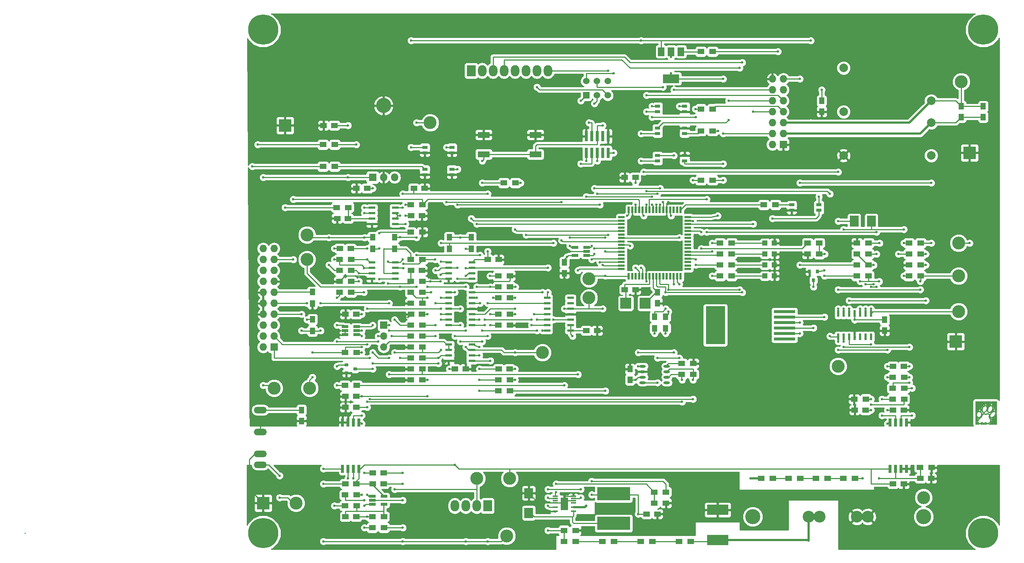
<source format=gbr>
G04 #@! TF.FileFunction,Copper,L1,Top,Signal*
%FSLAX46Y46*%
G04 Gerber Fmt 4.6, Leading zero omitted, Abs format (unit mm)*
G04 Created by KiCad (PCBNEW 4.0.2-stable) date 3/27/2017 6:00:43 PM*
%MOMM*%
G01*
G04 APERTURE LIST*
%ADD10C,0.100000*%
%ADD11C,0.002540*%
%ADD12R,1.500000X0.550000*%
%ADD13R,0.550000X1.500000*%
%ADD14O,3.000000X1.500000*%
%ADD15R,1.500000X0.600000*%
%ADD16R,1.250000X0.305000*%
%ADD17R,1.651000X2.845000*%
%ADD18C,1.500000*%
%ADD19R,1.550000X0.600000*%
%ADD20R,1.500000X1.250000*%
%ADD21R,0.640000X1.905000*%
%ADD22R,0.650000X1.905000*%
%ADD23R,1.250000X1.500000*%
%ADD24R,2.000000X2.500000*%
%ADD25R,0.760000X2.400000*%
%ADD26R,1.200000X1.200000*%
%ADD27R,2.000000X2.400000*%
%ADD28R,5.000000X0.760000*%
%ADD29R,4.500000X8.800000*%
%ADD30R,0.900000X0.800000*%
%ADD31R,0.800000X0.900000*%
%ADD32R,1.500000X1.300000*%
%ADD33R,1.300000X1.500000*%
%ADD34R,1.300000X0.800000*%
%ADD35C,2.000000*%
%ADD36R,0.600000X1.500000*%
%ADD37R,1.560000X0.650000*%
%ADD38O,1.473200X0.609600*%
%ADD39R,5.000000X2.400000*%
%ADD40C,3.000000*%
%ADD41R,7.700000X3.100000*%
%ADD42R,3.800000X2.000000*%
%ADD43R,1.500000X2.000000*%
%ADD44R,2.825000X1.400000*%
%ADD45R,1.524000X1.524000*%
%ADD46C,1.524000*%
%ADD47R,1.700000X1.700000*%
%ADD48O,1.700000X1.700000*%
%ADD49R,2.000000X2.600000*%
%ADD50O,2.000000X2.600000*%
%ADD51R,1.727200X1.727200*%
%ADD52O,1.727200X1.727200*%
%ADD53R,2.500000X2.500000*%
%ADD54R,3.000000X3.000000*%
%ADD55C,2.750000*%
%ADD56C,3.500000*%
%ADD57C,7.000000*%
%ADD58R,1.800000X1.800000*%
%ADD59O,1.800000X1.800000*%
%ADD60C,0.600000*%
%ADD61C,0.250000*%
%ADD62C,0.500000*%
%ADD63C,0.254000*%
G04 APERTURE END LIST*
D10*
D11*
G36*
X205656180Y-120540780D02*
X205653640Y-121846340D01*
X205653640Y-122021600D01*
X205653640Y-122181620D01*
X205653640Y-122326400D01*
X205653640Y-122453400D01*
X205653640Y-122570240D01*
X205653640Y-122671840D01*
X205653640Y-122760740D01*
X205653640Y-122836940D01*
X205651100Y-122902980D01*
X205651100Y-122958860D01*
X205651100Y-123004580D01*
X205651100Y-123040140D01*
X205648560Y-123068080D01*
X205648560Y-123085860D01*
X205646020Y-123098560D01*
X205646020Y-123106180D01*
X205643480Y-123106180D01*
X205643480Y-123101100D01*
X205643480Y-123101100D01*
X205625700Y-123040140D01*
X205602840Y-122979180D01*
X205577440Y-122925840D01*
X205552040Y-122882660D01*
X205536800Y-122864880D01*
X205529180Y-122854720D01*
X205526640Y-122844560D01*
X205526640Y-122831860D01*
X205529180Y-122809000D01*
X205536800Y-122775980D01*
X205554580Y-122669300D01*
X205567280Y-122560080D01*
X205569820Y-122445780D01*
X205567280Y-122334020D01*
X205557120Y-122227340D01*
X205536800Y-122133360D01*
X205536800Y-122128280D01*
X205508860Y-122041920D01*
X205470760Y-121970800D01*
X205425040Y-121912380D01*
X205371700Y-121869200D01*
X205343760Y-121853960D01*
X205315820Y-121841260D01*
X205287880Y-121833640D01*
X205257400Y-121831100D01*
X205224380Y-121831100D01*
X205186280Y-121831100D01*
X205155800Y-121833640D01*
X205132940Y-121841260D01*
X205102460Y-121853960D01*
X205094840Y-121859040D01*
X205036420Y-121897140D01*
X205000860Y-121930160D01*
X204962760Y-121973340D01*
X204952600Y-121909840D01*
X204927200Y-121798080D01*
X204889100Y-121688860D01*
X204838300Y-121592340D01*
X204835760Y-121584720D01*
X204800200Y-121531380D01*
X204817980Y-121472960D01*
X204833220Y-121412000D01*
X204845920Y-121358660D01*
X204853540Y-121305320D01*
X204858620Y-121251980D01*
X204861160Y-121191020D01*
X204863700Y-121119900D01*
X204863700Y-121089420D01*
X204861160Y-120990360D01*
X204856080Y-120906540D01*
X204848460Y-120835420D01*
X204833220Y-120774460D01*
X204815440Y-120723660D01*
X204790040Y-120680480D01*
X204762100Y-120642380D01*
X204739240Y-120622060D01*
X204701140Y-120589040D01*
X204663040Y-120568720D01*
X204622400Y-120556020D01*
X204571600Y-120548400D01*
X204533500Y-120548400D01*
X204480160Y-120550940D01*
X204431900Y-120561100D01*
X204388720Y-120578880D01*
X204350620Y-120609360D01*
X204309980Y-120650000D01*
X204266800Y-120703340D01*
X204249020Y-120726200D01*
X204165200Y-120855740D01*
X204091540Y-120992900D01*
X204028040Y-121130060D01*
X203979780Y-121269760D01*
X203962000Y-121325640D01*
X203951840Y-121363740D01*
X203944220Y-121394220D01*
X203936600Y-121417080D01*
X203934060Y-121424700D01*
X203878180Y-121467880D01*
X203814680Y-121521220D01*
X203751180Y-121579640D01*
X203690220Y-121643140D01*
X203652120Y-121686320D01*
X203608940Y-121737120D01*
X203575920Y-121666000D01*
X203558140Y-121630440D01*
X203540360Y-121597420D01*
X203525120Y-121572020D01*
X203520040Y-121564400D01*
X203499720Y-121536460D01*
X203517500Y-121460260D01*
X203540360Y-121363740D01*
X203555600Y-121259600D01*
X203563220Y-121152920D01*
X203563220Y-121048780D01*
X203558140Y-120947180D01*
X203547980Y-120853200D01*
X203530200Y-120771920D01*
X203525120Y-120756680D01*
X203497180Y-120693180D01*
X203461620Y-120639840D01*
X203420980Y-120604280D01*
X203380340Y-120576340D01*
X203339700Y-120561100D01*
X203296520Y-120550940D01*
X203243180Y-120548400D01*
X203230480Y-120548400D01*
X203179680Y-120550940D01*
X203136500Y-120558560D01*
X203095860Y-120576340D01*
X203057760Y-120601740D01*
X203019660Y-120637300D01*
X202979020Y-120683020D01*
X202935840Y-120743980D01*
X202910440Y-120779540D01*
X202844400Y-120886220D01*
X202785980Y-121000520D01*
X202732640Y-121117360D01*
X202689460Y-121231660D01*
X202656440Y-121340880D01*
X202653900Y-121353580D01*
X202638660Y-121419620D01*
X202582780Y-121462800D01*
X202493880Y-121533920D01*
X202410060Y-121620280D01*
X202328780Y-121716800D01*
X202255120Y-121818400D01*
X202191620Y-121922540D01*
X202184000Y-121940320D01*
X202143360Y-122016520D01*
X202128120Y-121988580D01*
X202095100Y-121937780D01*
X202046840Y-121894600D01*
X201990960Y-121859040D01*
X201930000Y-121836180D01*
X201894440Y-121828560D01*
X201838560Y-121828560D01*
X201785220Y-121838720D01*
X201736960Y-121859040D01*
X201686160Y-121889520D01*
X201635360Y-121935240D01*
X201582020Y-121996200D01*
X201523600Y-122069860D01*
X201490580Y-122118120D01*
X201406760Y-122250200D01*
X201335640Y-122384820D01*
X201279760Y-122519440D01*
X201239120Y-122643900D01*
X201208640Y-122745500D01*
X201165460Y-122770900D01*
X201134980Y-122791220D01*
X201099420Y-122821700D01*
X201058780Y-122859800D01*
X201018140Y-122900440D01*
X200977500Y-122941080D01*
X200944480Y-122981720D01*
X200921620Y-123009660D01*
X200858120Y-123121420D01*
X200807320Y-123243340D01*
X200769220Y-123367800D01*
X200766680Y-123385580D01*
X200759060Y-123433840D01*
X200753980Y-123494800D01*
X200751440Y-123560840D01*
X200753980Y-123631960D01*
X200756520Y-123698000D01*
X200761600Y-123758960D01*
X200769220Y-123809760D01*
X200769220Y-123817380D01*
X200802240Y-123934220D01*
X200850500Y-124043440D01*
X200908920Y-124145040D01*
X200977500Y-124236480D01*
X201058780Y-124315220D01*
X201137520Y-124373640D01*
X201183240Y-124401580D01*
X201239120Y-124429520D01*
X201295000Y-124452380D01*
X201345800Y-124470160D01*
X201355960Y-124472700D01*
X201378820Y-124477780D01*
X201330560Y-124536200D01*
X201254360Y-124630180D01*
X201190860Y-124726700D01*
X201140060Y-124825760D01*
X201099420Y-124929900D01*
X201076560Y-125008640D01*
X201063860Y-125079760D01*
X201056240Y-125158500D01*
X201053700Y-125237240D01*
X201058780Y-125313440D01*
X201071480Y-125379480D01*
X201074020Y-125384560D01*
X201107040Y-125481080D01*
X201155300Y-125567440D01*
X201216260Y-125646180D01*
X201287380Y-125712220D01*
X201368660Y-125765560D01*
X201460100Y-125806200D01*
X201505820Y-125821440D01*
X201541380Y-125831600D01*
X201569320Y-125839220D01*
X201589640Y-125841760D01*
X201587100Y-125844300D01*
X201566780Y-125844300D01*
X201533760Y-125844300D01*
X201488040Y-125844300D01*
X201432160Y-125846840D01*
X201366120Y-125846840D01*
X201289920Y-125846840D01*
X201208640Y-125846840D01*
X201178160Y-125846840D01*
X200743820Y-125849380D01*
X200743820Y-123195080D01*
X200743820Y-120540780D01*
X203200000Y-120540780D01*
X205656180Y-120540780D01*
X205656180Y-120540780D01*
X205656180Y-120540780D01*
G37*
X205656180Y-120540780D02*
X205653640Y-121846340D01*
X205653640Y-122021600D01*
X205653640Y-122181620D01*
X205653640Y-122326400D01*
X205653640Y-122453400D01*
X205653640Y-122570240D01*
X205653640Y-122671840D01*
X205653640Y-122760740D01*
X205653640Y-122836940D01*
X205651100Y-122902980D01*
X205651100Y-122958860D01*
X205651100Y-123004580D01*
X205651100Y-123040140D01*
X205648560Y-123068080D01*
X205648560Y-123085860D01*
X205646020Y-123098560D01*
X205646020Y-123106180D01*
X205643480Y-123106180D01*
X205643480Y-123101100D01*
X205643480Y-123101100D01*
X205625700Y-123040140D01*
X205602840Y-122979180D01*
X205577440Y-122925840D01*
X205552040Y-122882660D01*
X205536800Y-122864880D01*
X205529180Y-122854720D01*
X205526640Y-122844560D01*
X205526640Y-122831860D01*
X205529180Y-122809000D01*
X205536800Y-122775980D01*
X205554580Y-122669300D01*
X205567280Y-122560080D01*
X205569820Y-122445780D01*
X205567280Y-122334020D01*
X205557120Y-122227340D01*
X205536800Y-122133360D01*
X205536800Y-122128280D01*
X205508860Y-122041920D01*
X205470760Y-121970800D01*
X205425040Y-121912380D01*
X205371700Y-121869200D01*
X205343760Y-121853960D01*
X205315820Y-121841260D01*
X205287880Y-121833640D01*
X205257400Y-121831100D01*
X205224380Y-121831100D01*
X205186280Y-121831100D01*
X205155800Y-121833640D01*
X205132940Y-121841260D01*
X205102460Y-121853960D01*
X205094840Y-121859040D01*
X205036420Y-121897140D01*
X205000860Y-121930160D01*
X204962760Y-121973340D01*
X204952600Y-121909840D01*
X204927200Y-121798080D01*
X204889100Y-121688860D01*
X204838300Y-121592340D01*
X204835760Y-121584720D01*
X204800200Y-121531380D01*
X204817980Y-121472960D01*
X204833220Y-121412000D01*
X204845920Y-121358660D01*
X204853540Y-121305320D01*
X204858620Y-121251980D01*
X204861160Y-121191020D01*
X204863700Y-121119900D01*
X204863700Y-121089420D01*
X204861160Y-120990360D01*
X204856080Y-120906540D01*
X204848460Y-120835420D01*
X204833220Y-120774460D01*
X204815440Y-120723660D01*
X204790040Y-120680480D01*
X204762100Y-120642380D01*
X204739240Y-120622060D01*
X204701140Y-120589040D01*
X204663040Y-120568720D01*
X204622400Y-120556020D01*
X204571600Y-120548400D01*
X204533500Y-120548400D01*
X204480160Y-120550940D01*
X204431900Y-120561100D01*
X204388720Y-120578880D01*
X204350620Y-120609360D01*
X204309980Y-120650000D01*
X204266800Y-120703340D01*
X204249020Y-120726200D01*
X204165200Y-120855740D01*
X204091540Y-120992900D01*
X204028040Y-121130060D01*
X203979780Y-121269760D01*
X203962000Y-121325640D01*
X203951840Y-121363740D01*
X203944220Y-121394220D01*
X203936600Y-121417080D01*
X203934060Y-121424700D01*
X203878180Y-121467880D01*
X203814680Y-121521220D01*
X203751180Y-121579640D01*
X203690220Y-121643140D01*
X203652120Y-121686320D01*
X203608940Y-121737120D01*
X203575920Y-121666000D01*
X203558140Y-121630440D01*
X203540360Y-121597420D01*
X203525120Y-121572020D01*
X203520040Y-121564400D01*
X203499720Y-121536460D01*
X203517500Y-121460260D01*
X203540360Y-121363740D01*
X203555600Y-121259600D01*
X203563220Y-121152920D01*
X203563220Y-121048780D01*
X203558140Y-120947180D01*
X203547980Y-120853200D01*
X203530200Y-120771920D01*
X203525120Y-120756680D01*
X203497180Y-120693180D01*
X203461620Y-120639840D01*
X203420980Y-120604280D01*
X203380340Y-120576340D01*
X203339700Y-120561100D01*
X203296520Y-120550940D01*
X203243180Y-120548400D01*
X203230480Y-120548400D01*
X203179680Y-120550940D01*
X203136500Y-120558560D01*
X203095860Y-120576340D01*
X203057760Y-120601740D01*
X203019660Y-120637300D01*
X202979020Y-120683020D01*
X202935840Y-120743980D01*
X202910440Y-120779540D01*
X202844400Y-120886220D01*
X202785980Y-121000520D01*
X202732640Y-121117360D01*
X202689460Y-121231660D01*
X202656440Y-121340880D01*
X202653900Y-121353580D01*
X202638660Y-121419620D01*
X202582780Y-121462800D01*
X202493880Y-121533920D01*
X202410060Y-121620280D01*
X202328780Y-121716800D01*
X202255120Y-121818400D01*
X202191620Y-121922540D01*
X202184000Y-121940320D01*
X202143360Y-122016520D01*
X202128120Y-121988580D01*
X202095100Y-121937780D01*
X202046840Y-121894600D01*
X201990960Y-121859040D01*
X201930000Y-121836180D01*
X201894440Y-121828560D01*
X201838560Y-121828560D01*
X201785220Y-121838720D01*
X201736960Y-121859040D01*
X201686160Y-121889520D01*
X201635360Y-121935240D01*
X201582020Y-121996200D01*
X201523600Y-122069860D01*
X201490580Y-122118120D01*
X201406760Y-122250200D01*
X201335640Y-122384820D01*
X201279760Y-122519440D01*
X201239120Y-122643900D01*
X201208640Y-122745500D01*
X201165460Y-122770900D01*
X201134980Y-122791220D01*
X201099420Y-122821700D01*
X201058780Y-122859800D01*
X201018140Y-122900440D01*
X200977500Y-122941080D01*
X200944480Y-122981720D01*
X200921620Y-123009660D01*
X200858120Y-123121420D01*
X200807320Y-123243340D01*
X200769220Y-123367800D01*
X200766680Y-123385580D01*
X200759060Y-123433840D01*
X200753980Y-123494800D01*
X200751440Y-123560840D01*
X200753980Y-123631960D01*
X200756520Y-123698000D01*
X200761600Y-123758960D01*
X200769220Y-123809760D01*
X200769220Y-123817380D01*
X200802240Y-123934220D01*
X200850500Y-124043440D01*
X200908920Y-124145040D01*
X200977500Y-124236480D01*
X201058780Y-124315220D01*
X201137520Y-124373640D01*
X201183240Y-124401580D01*
X201239120Y-124429520D01*
X201295000Y-124452380D01*
X201345800Y-124470160D01*
X201355960Y-124472700D01*
X201378820Y-124477780D01*
X201330560Y-124536200D01*
X201254360Y-124630180D01*
X201190860Y-124726700D01*
X201140060Y-124825760D01*
X201099420Y-124929900D01*
X201076560Y-125008640D01*
X201063860Y-125079760D01*
X201056240Y-125158500D01*
X201053700Y-125237240D01*
X201058780Y-125313440D01*
X201071480Y-125379480D01*
X201074020Y-125384560D01*
X201107040Y-125481080D01*
X201155300Y-125567440D01*
X201216260Y-125646180D01*
X201287380Y-125712220D01*
X201368660Y-125765560D01*
X201460100Y-125806200D01*
X201505820Y-125821440D01*
X201541380Y-125831600D01*
X201569320Y-125839220D01*
X201589640Y-125841760D01*
X201587100Y-125844300D01*
X201566780Y-125844300D01*
X201533760Y-125844300D01*
X201488040Y-125844300D01*
X201432160Y-125846840D01*
X201366120Y-125846840D01*
X201289920Y-125846840D01*
X201208640Y-125846840D01*
X201178160Y-125846840D01*
X200743820Y-125849380D01*
X200743820Y-123195080D01*
X200743820Y-120540780D01*
X203200000Y-120540780D01*
X205656180Y-120540780D01*
X205656180Y-120540780D01*
G36*
X203398120Y-125839220D02*
X203395580Y-125841760D01*
X203385420Y-125841760D01*
X203370180Y-125844300D01*
X203344780Y-125844300D01*
X203311760Y-125844300D01*
X203268580Y-125846840D01*
X203215240Y-125846840D01*
X203149200Y-125846840D01*
X203070460Y-125846840D01*
X202976480Y-125846840D01*
X202872340Y-125846840D01*
X202750420Y-125846840D01*
X202628500Y-125846840D01*
X202491340Y-125846840D01*
X202371960Y-125846840D01*
X202265280Y-125846840D01*
X202173840Y-125846840D01*
X202097640Y-125846840D01*
X202031600Y-125846840D01*
X201980800Y-125844300D01*
X201937620Y-125844300D01*
X201907140Y-125844300D01*
X201884280Y-125841760D01*
X201869040Y-125841760D01*
X201861420Y-125839220D01*
X201861420Y-125839220D01*
X201869040Y-125836680D01*
X201871580Y-125836680D01*
X201922380Y-125823980D01*
X201973180Y-125808740D01*
X202029060Y-125788420D01*
X202090020Y-125760480D01*
X202150980Y-125732540D01*
X202267820Y-125676660D01*
X202308460Y-125712220D01*
X202374500Y-125760480D01*
X202450700Y-125793500D01*
X202537060Y-125816360D01*
X202631040Y-125823980D01*
X202633580Y-125823980D01*
X202717400Y-125818900D01*
X202798680Y-125801120D01*
X202877420Y-125773180D01*
X202961240Y-125730000D01*
X203001880Y-125704600D01*
X203055220Y-125669040D01*
X203100940Y-125704600D01*
X203194920Y-125765560D01*
X203293980Y-125808740D01*
X203385420Y-125836680D01*
X203393040Y-125836680D01*
X203398120Y-125839220D01*
X203398120Y-125839220D01*
X203398120Y-125839220D01*
G37*
X203398120Y-125839220D02*
X203395580Y-125841760D01*
X203385420Y-125841760D01*
X203370180Y-125844300D01*
X203344780Y-125844300D01*
X203311760Y-125844300D01*
X203268580Y-125846840D01*
X203215240Y-125846840D01*
X203149200Y-125846840D01*
X203070460Y-125846840D01*
X202976480Y-125846840D01*
X202872340Y-125846840D01*
X202750420Y-125846840D01*
X202628500Y-125846840D01*
X202491340Y-125846840D01*
X202371960Y-125846840D01*
X202265280Y-125846840D01*
X202173840Y-125846840D01*
X202097640Y-125846840D01*
X202031600Y-125846840D01*
X201980800Y-125844300D01*
X201937620Y-125844300D01*
X201907140Y-125844300D01*
X201884280Y-125841760D01*
X201869040Y-125841760D01*
X201861420Y-125839220D01*
X201861420Y-125839220D01*
X201869040Y-125836680D01*
X201871580Y-125836680D01*
X201922380Y-125823980D01*
X201973180Y-125808740D01*
X202029060Y-125788420D01*
X202090020Y-125760480D01*
X202150980Y-125732540D01*
X202267820Y-125676660D01*
X202308460Y-125712220D01*
X202374500Y-125760480D01*
X202450700Y-125793500D01*
X202537060Y-125816360D01*
X202631040Y-125823980D01*
X202633580Y-125823980D01*
X202717400Y-125818900D01*
X202798680Y-125801120D01*
X202877420Y-125773180D01*
X202961240Y-125730000D01*
X203001880Y-125704600D01*
X203055220Y-125669040D01*
X203100940Y-125704600D01*
X203194920Y-125765560D01*
X203293980Y-125808740D01*
X203385420Y-125836680D01*
X203393040Y-125836680D01*
X203398120Y-125839220D01*
X203398120Y-125839220D01*
G36*
X205656180Y-125849380D02*
X204652880Y-125846840D01*
X204652880Y-124594620D01*
X204650340Y-124589540D01*
X204642720Y-124589540D01*
X204630020Y-124597160D01*
X204627480Y-124620020D01*
X204627480Y-124622560D01*
X204627480Y-124642880D01*
X204632560Y-124647960D01*
X204637640Y-124635260D01*
X204647800Y-124614940D01*
X204652880Y-124594620D01*
X204652880Y-125846840D01*
X204650340Y-125846840D01*
X204619860Y-125846840D01*
X204619860Y-124614940D01*
X204612240Y-124617480D01*
X204609700Y-124620020D01*
X204599540Y-124625100D01*
X204597000Y-124617480D01*
X204597000Y-124609860D01*
X204591920Y-124592080D01*
X204581760Y-124587000D01*
X204571600Y-124597160D01*
X204569060Y-124607320D01*
X204561440Y-124630180D01*
X204558900Y-124640340D01*
X204558900Y-124592080D01*
X204553820Y-124589540D01*
X204536040Y-124587000D01*
X204533500Y-124587000D01*
X204513180Y-124589540D01*
X204508100Y-124592080D01*
X204510640Y-124594620D01*
X204518260Y-124604780D01*
X204513180Y-124622560D01*
X204513180Y-124625100D01*
X204505560Y-124642880D01*
X204505560Y-124653040D01*
X204508100Y-124653040D01*
X204515720Y-124645420D01*
X204523340Y-124630180D01*
X204528420Y-124617480D01*
X204528420Y-124614940D01*
X204536040Y-124602240D01*
X204548740Y-124594620D01*
X204558900Y-124592080D01*
X204558900Y-124640340D01*
X204556360Y-124653040D01*
X204558900Y-124653040D01*
X204569060Y-124642880D01*
X204574140Y-124632720D01*
X204586840Y-124607320D01*
X204589380Y-124632720D01*
X204591920Y-124650500D01*
X204597000Y-124653040D01*
X204609700Y-124640340D01*
X204619860Y-124625100D01*
X204619860Y-124614940D01*
X204619860Y-125846840D01*
X204497940Y-125846840D01*
X204360780Y-125846840D01*
X204238860Y-125846840D01*
X204129640Y-125846840D01*
X204038200Y-125846840D01*
X203956920Y-125846840D01*
X203888340Y-125846840D01*
X203832460Y-125844300D01*
X203786740Y-125844300D01*
X203751180Y-125844300D01*
X203725780Y-125841760D01*
X203705460Y-125841760D01*
X203695300Y-125839220D01*
X203692760Y-125839220D01*
X203695300Y-125836680D01*
X203700380Y-125836680D01*
X203817220Y-125803660D01*
X203928980Y-125757940D01*
X204033120Y-125696980D01*
X204132180Y-125620780D01*
X204203300Y-125552200D01*
X204276960Y-125465840D01*
X204337920Y-125371860D01*
X204386180Y-125270260D01*
X204426820Y-125158500D01*
X204434440Y-125130560D01*
X204442060Y-125095000D01*
X204449680Y-125067060D01*
X204452220Y-125036580D01*
X204454760Y-125001020D01*
X204457300Y-124955300D01*
X204457300Y-124909580D01*
X204454760Y-124833380D01*
X204452220Y-124767340D01*
X204442060Y-124711460D01*
X204426820Y-124658120D01*
X204406500Y-124602240D01*
X204388720Y-124564140D01*
X204376020Y-124533660D01*
X204365860Y-124510800D01*
X204360780Y-124498100D01*
X204360780Y-124498100D01*
X204368400Y-124495560D01*
X204388720Y-124495560D01*
X204419200Y-124493020D01*
X204431900Y-124493020D01*
X204541120Y-124485400D01*
X204655420Y-124462540D01*
X204769720Y-124424440D01*
X204884020Y-124373640D01*
X204998320Y-124307600D01*
X205046580Y-124274580D01*
X205094840Y-124239020D01*
X205150720Y-124190760D01*
X205209140Y-124134880D01*
X205267560Y-124076460D01*
X205320900Y-124018040D01*
X205369160Y-123962160D01*
X205409800Y-123913900D01*
X205412340Y-123908820D01*
X205493620Y-123784360D01*
X205557120Y-123657360D01*
X205607920Y-123530360D01*
X205638400Y-123418600D01*
X205653640Y-123337320D01*
X205653640Y-124594620D01*
X205656180Y-125849380D01*
X205656180Y-125849380D01*
X205656180Y-125849380D01*
G37*
X205656180Y-125849380D02*
X204652880Y-125846840D01*
X204652880Y-124594620D01*
X204650340Y-124589540D01*
X204642720Y-124589540D01*
X204630020Y-124597160D01*
X204627480Y-124620020D01*
X204627480Y-124622560D01*
X204627480Y-124642880D01*
X204632560Y-124647960D01*
X204637640Y-124635260D01*
X204647800Y-124614940D01*
X204652880Y-124594620D01*
X204652880Y-125846840D01*
X204650340Y-125846840D01*
X204619860Y-125846840D01*
X204619860Y-124614940D01*
X204612240Y-124617480D01*
X204609700Y-124620020D01*
X204599540Y-124625100D01*
X204597000Y-124617480D01*
X204597000Y-124609860D01*
X204591920Y-124592080D01*
X204581760Y-124587000D01*
X204571600Y-124597160D01*
X204569060Y-124607320D01*
X204561440Y-124630180D01*
X204558900Y-124640340D01*
X204558900Y-124592080D01*
X204553820Y-124589540D01*
X204536040Y-124587000D01*
X204533500Y-124587000D01*
X204513180Y-124589540D01*
X204508100Y-124592080D01*
X204510640Y-124594620D01*
X204518260Y-124604780D01*
X204513180Y-124622560D01*
X204513180Y-124625100D01*
X204505560Y-124642880D01*
X204505560Y-124653040D01*
X204508100Y-124653040D01*
X204515720Y-124645420D01*
X204523340Y-124630180D01*
X204528420Y-124617480D01*
X204528420Y-124614940D01*
X204536040Y-124602240D01*
X204548740Y-124594620D01*
X204558900Y-124592080D01*
X204558900Y-124640340D01*
X204556360Y-124653040D01*
X204558900Y-124653040D01*
X204569060Y-124642880D01*
X204574140Y-124632720D01*
X204586840Y-124607320D01*
X204589380Y-124632720D01*
X204591920Y-124650500D01*
X204597000Y-124653040D01*
X204609700Y-124640340D01*
X204619860Y-124625100D01*
X204619860Y-124614940D01*
X204619860Y-125846840D01*
X204497940Y-125846840D01*
X204360780Y-125846840D01*
X204238860Y-125846840D01*
X204129640Y-125846840D01*
X204038200Y-125846840D01*
X203956920Y-125846840D01*
X203888340Y-125846840D01*
X203832460Y-125844300D01*
X203786740Y-125844300D01*
X203751180Y-125844300D01*
X203725780Y-125841760D01*
X203705460Y-125841760D01*
X203695300Y-125839220D01*
X203692760Y-125839220D01*
X203695300Y-125836680D01*
X203700380Y-125836680D01*
X203817220Y-125803660D01*
X203928980Y-125757940D01*
X204033120Y-125696980D01*
X204132180Y-125620780D01*
X204203300Y-125552200D01*
X204276960Y-125465840D01*
X204337920Y-125371860D01*
X204386180Y-125270260D01*
X204426820Y-125158500D01*
X204434440Y-125130560D01*
X204442060Y-125095000D01*
X204449680Y-125067060D01*
X204452220Y-125036580D01*
X204454760Y-125001020D01*
X204457300Y-124955300D01*
X204457300Y-124909580D01*
X204454760Y-124833380D01*
X204452220Y-124767340D01*
X204442060Y-124711460D01*
X204426820Y-124658120D01*
X204406500Y-124602240D01*
X204388720Y-124564140D01*
X204376020Y-124533660D01*
X204365860Y-124510800D01*
X204360780Y-124498100D01*
X204360780Y-124498100D01*
X204368400Y-124495560D01*
X204388720Y-124495560D01*
X204419200Y-124493020D01*
X204431900Y-124493020D01*
X204541120Y-124485400D01*
X204655420Y-124462540D01*
X204769720Y-124424440D01*
X204884020Y-124373640D01*
X204998320Y-124307600D01*
X205046580Y-124274580D01*
X205094840Y-124239020D01*
X205150720Y-124190760D01*
X205209140Y-124134880D01*
X205267560Y-124076460D01*
X205320900Y-124018040D01*
X205369160Y-123962160D01*
X205409800Y-123913900D01*
X205412340Y-123908820D01*
X205493620Y-123784360D01*
X205557120Y-123657360D01*
X205607920Y-123530360D01*
X205638400Y-123418600D01*
X205653640Y-123337320D01*
X205653640Y-124594620D01*
X205656180Y-125849380D01*
X205656180Y-125849380D01*
G36*
X205557120Y-123261120D02*
X205552040Y-123319540D01*
X205546960Y-123370340D01*
X205541880Y-123398280D01*
X205534260Y-123433840D01*
X205521560Y-123477020D01*
X205506320Y-123522740D01*
X205503780Y-123532900D01*
X205452980Y-123649740D01*
X205386940Y-123766580D01*
X205346300Y-123827540D01*
X205346300Y-123253500D01*
X205346300Y-123205240D01*
X205343760Y-123172220D01*
X205341220Y-123146820D01*
X205336140Y-123126500D01*
X205331060Y-123106180D01*
X205325980Y-123101100D01*
X205292960Y-123045220D01*
X205272640Y-123024900D01*
X205272640Y-122415300D01*
X205270100Y-122392440D01*
X205267560Y-122349260D01*
X205259940Y-122303540D01*
X205252320Y-122257820D01*
X205244700Y-122217180D01*
X205237080Y-122181620D01*
X205229460Y-122156220D01*
X205224380Y-122146060D01*
X205216760Y-122148600D01*
X205204060Y-122163840D01*
X205183740Y-122191780D01*
X205163420Y-122227340D01*
X205138020Y-122270520D01*
X205112620Y-122318780D01*
X205089760Y-122369580D01*
X205064360Y-122420380D01*
X205044040Y-122471180D01*
X205026260Y-122516900D01*
X205026260Y-122519440D01*
X205005940Y-122582940D01*
X204988160Y-122651520D01*
X204970380Y-122730260D01*
X204957680Y-122796300D01*
X204952600Y-122824240D01*
X204998320Y-122811540D01*
X205026260Y-122806460D01*
X205064360Y-122803920D01*
X205107540Y-122801380D01*
X205130400Y-122801380D01*
X205221840Y-122801380D01*
X205239620Y-122720100D01*
X205259940Y-122613420D01*
X205270100Y-122511820D01*
X205272640Y-122415300D01*
X205272640Y-123024900D01*
X205247240Y-123002040D01*
X205211680Y-122979180D01*
X205165960Y-122963940D01*
X205107540Y-122953780D01*
X205046580Y-122953780D01*
X204980540Y-122958860D01*
X204939900Y-122969020D01*
X204838300Y-123004580D01*
X204739240Y-123052840D01*
X204645260Y-123116340D01*
X204551280Y-123187460D01*
X204467460Y-123271280D01*
X204388720Y-123360180D01*
X204317600Y-123454160D01*
X204259180Y-123553220D01*
X204213460Y-123654820D01*
X204180440Y-123756420D01*
X204165200Y-123835160D01*
X204162660Y-123911360D01*
X204170280Y-123982480D01*
X204193140Y-124045980D01*
X204226160Y-124099320D01*
X204266800Y-124139960D01*
X204320140Y-124170440D01*
X204332840Y-124175520D01*
X204378560Y-124185680D01*
X204434440Y-124188220D01*
X204495400Y-124185680D01*
X204553820Y-124178060D01*
X204579220Y-124172980D01*
X204680820Y-124137420D01*
X204779880Y-124086620D01*
X204876400Y-124023120D01*
X204970380Y-123946920D01*
X205056740Y-123863100D01*
X205138020Y-123769120D01*
X205206600Y-123670060D01*
X205267560Y-123565920D01*
X205313280Y-123459240D01*
X205318360Y-123444000D01*
X205331060Y-123408440D01*
X205338680Y-123380500D01*
X205343760Y-123352560D01*
X205346300Y-123322080D01*
X205346300Y-123281440D01*
X205346300Y-123253500D01*
X205346300Y-123827540D01*
X205310740Y-123880880D01*
X205221840Y-123987560D01*
X205122780Y-124084080D01*
X205016100Y-124172980D01*
X204906880Y-124249180D01*
X204817980Y-124297440D01*
X204759560Y-124325380D01*
X204693520Y-124348240D01*
X204622400Y-124371100D01*
X204558900Y-124386340D01*
X204518260Y-124391420D01*
X204424280Y-124396500D01*
X204335380Y-124386340D01*
X204254100Y-124363480D01*
X204180440Y-124327920D01*
X204116940Y-124279660D01*
X204099160Y-124264420D01*
X204091540Y-124259340D01*
X204089000Y-124259340D01*
X204094080Y-124269500D01*
X204106780Y-124289820D01*
X204124560Y-124317760D01*
X204149960Y-124353320D01*
X204167740Y-124381260D01*
X204223620Y-124465080D01*
X204266800Y-124538740D01*
X204299820Y-124604780D01*
X204325220Y-124670820D01*
X204345540Y-124734320D01*
X204358240Y-124800360D01*
X204360780Y-124828300D01*
X204365860Y-124927360D01*
X204353160Y-125031500D01*
X204330300Y-125135640D01*
X204292200Y-125239780D01*
X204243940Y-125336300D01*
X204182980Y-125425200D01*
X204175360Y-125435360D01*
X204157580Y-125455680D01*
X204157580Y-124907040D01*
X204155040Y-124851160D01*
X204149960Y-124802900D01*
X204137260Y-124754640D01*
X204122020Y-124706380D01*
X204096620Y-124655580D01*
X204063600Y-124597160D01*
X204022960Y-124531120D01*
X203989940Y-124480320D01*
X203941680Y-124411740D01*
X203906120Y-124350780D01*
X203878180Y-124297440D01*
X203857860Y-124249180D01*
X203842620Y-124203460D01*
X203840080Y-124185680D01*
X203832460Y-124137420D01*
X203827380Y-124091700D01*
X203829920Y-124045980D01*
X203835000Y-123990100D01*
X203847700Y-123924060D01*
X203847700Y-123916440D01*
X203860400Y-123850400D01*
X203865480Y-123794520D01*
X203865480Y-123746260D01*
X203855320Y-123705620D01*
X203842620Y-123662440D01*
X203835000Y-123649740D01*
X203799440Y-123591320D01*
X203751180Y-123543060D01*
X203695300Y-123510040D01*
X203631800Y-123492260D01*
X203563220Y-123489720D01*
X203517500Y-123494800D01*
X203487020Y-123502420D01*
X203446380Y-123517660D01*
X203395580Y-123537980D01*
X203342240Y-123563380D01*
X203273660Y-123593860D01*
X203217780Y-123616720D01*
X203166980Y-123626880D01*
X203123800Y-123629420D01*
X203083160Y-123621800D01*
X203042520Y-123606560D01*
X203001880Y-123578620D01*
X202994260Y-123576080D01*
X202946000Y-123540520D01*
X202905360Y-123517660D01*
X202867260Y-123502420D01*
X202831700Y-123494800D01*
X202791060Y-123492260D01*
X202773280Y-123492260D01*
X202730100Y-123492260D01*
X202697080Y-123497340D01*
X202666600Y-123504960D01*
X202643740Y-123512580D01*
X202565000Y-123550680D01*
X202496420Y-123596400D01*
X202438000Y-123649740D01*
X202382120Y-123710700D01*
X202336400Y-123781820D01*
X202300840Y-123860560D01*
X202280520Y-123913900D01*
X202257660Y-123979940D01*
X202232260Y-124038360D01*
X202204320Y-124094240D01*
X202171300Y-124147580D01*
X202133200Y-124200920D01*
X202087480Y-124254260D01*
X202059540Y-124279660D01*
X202059540Y-123545600D01*
X202059540Y-123494800D01*
X202057000Y-123456700D01*
X202054460Y-123423680D01*
X202049380Y-123395740D01*
X202041760Y-123367800D01*
X202036680Y-123347480D01*
X202008740Y-123266200D01*
X201975720Y-123200160D01*
X201932540Y-123139200D01*
X201886820Y-123088400D01*
X201869040Y-123073160D01*
X201869040Y-122245120D01*
X201869040Y-122207020D01*
X201869040Y-122179080D01*
X201866500Y-122168920D01*
X201861420Y-122135900D01*
X201828400Y-122174000D01*
X201792840Y-122214640D01*
X201757280Y-122267980D01*
X201716640Y-122328940D01*
X201678540Y-122389900D01*
X201642980Y-122453400D01*
X201617580Y-122506740D01*
X201599800Y-122542300D01*
X201582020Y-122582940D01*
X201564240Y-122631200D01*
X201546460Y-122676920D01*
X201531220Y-122720100D01*
X201518520Y-122758200D01*
X201508360Y-122786140D01*
X201505820Y-122798840D01*
X201513440Y-122801380D01*
X201536300Y-122801380D01*
X201566780Y-122803920D01*
X201592180Y-122801380D01*
X201650600Y-122801380D01*
X201693780Y-122806460D01*
X201719180Y-122811540D01*
X201757280Y-122821700D01*
X201769980Y-122791220D01*
X201780140Y-122770900D01*
X201792840Y-122737880D01*
X201805540Y-122702320D01*
X201805540Y-122694700D01*
X201828400Y-122626120D01*
X201846180Y-122560080D01*
X201856340Y-122494040D01*
X201863960Y-122420380D01*
X201869040Y-122341640D01*
X201869040Y-122293380D01*
X201869040Y-122245120D01*
X201869040Y-123073160D01*
X201825860Y-123032520D01*
X201762360Y-122991880D01*
X201693780Y-122966480D01*
X201620120Y-122953780D01*
X201574400Y-122953780D01*
X201488040Y-122961400D01*
X201406760Y-122984260D01*
X201333100Y-123024900D01*
X201264520Y-123078240D01*
X201201020Y-123146820D01*
X201147680Y-123228100D01*
X201119740Y-123278900D01*
X201094340Y-123337320D01*
X201076560Y-123388120D01*
X201063860Y-123438920D01*
X201056240Y-123492260D01*
X201053700Y-123555760D01*
X201053700Y-123596400D01*
X201053700Y-123649740D01*
X201056240Y-123690380D01*
X201058780Y-123723400D01*
X201063860Y-123753880D01*
X201071480Y-123784360D01*
X201074020Y-123786900D01*
X201107040Y-123880880D01*
X201152760Y-123964700D01*
X201208640Y-124035820D01*
X201272140Y-124096780D01*
X201343260Y-124142500D01*
X201404220Y-124170440D01*
X201460100Y-124183140D01*
X201523600Y-124188220D01*
X201589640Y-124185680D01*
X201645520Y-124178060D01*
X201650600Y-124175520D01*
X201734420Y-124142500D01*
X201813160Y-124094240D01*
X201881740Y-124030740D01*
X201940160Y-123957080D01*
X201990960Y-123870720D01*
X202029060Y-123776740D01*
X202041760Y-123736100D01*
X202049380Y-123703080D01*
X202054460Y-123670060D01*
X202057000Y-123634500D01*
X202059540Y-123586240D01*
X202059540Y-123545600D01*
X202059540Y-124279660D01*
X202031600Y-124310140D01*
X201965560Y-124371100D01*
X201889360Y-124439680D01*
X201833480Y-124485400D01*
X201749660Y-124556520D01*
X201681080Y-124617480D01*
X201620120Y-124673360D01*
X201571860Y-124724160D01*
X201528680Y-124769880D01*
X201495660Y-124815600D01*
X201465180Y-124861320D01*
X201437240Y-124909580D01*
X201432160Y-124922280D01*
X201399140Y-124990860D01*
X201378820Y-125051820D01*
X201366120Y-125112780D01*
X201358500Y-125176280D01*
X201358500Y-125209300D01*
X201358500Y-125252480D01*
X201361040Y-125282960D01*
X201363580Y-125305820D01*
X201371200Y-125326140D01*
X201381360Y-125351540D01*
X201383900Y-125359160D01*
X201401680Y-125392180D01*
X201422000Y-125422660D01*
X201437240Y-125442980D01*
X201465180Y-125468380D01*
X201503280Y-125493780D01*
X201546460Y-125516640D01*
X201587100Y-125531880D01*
X201597260Y-125534420D01*
X201632820Y-125539500D01*
X201678540Y-125542040D01*
X201731880Y-125542040D01*
X201782680Y-125539500D01*
X201828400Y-125534420D01*
X201846180Y-125531880D01*
X201871580Y-125521720D01*
X201909680Y-125509020D01*
X201955400Y-125488700D01*
X202001120Y-125468380D01*
X202026520Y-125455680D01*
X202084940Y-125427740D01*
X202133200Y-125404880D01*
X202171300Y-125392180D01*
X202204320Y-125382020D01*
X202232260Y-125374400D01*
X202265280Y-125371860D01*
X202290680Y-125371860D01*
X202333860Y-125374400D01*
X202369420Y-125382020D01*
X202402440Y-125399800D01*
X202438000Y-125425200D01*
X202463400Y-125445520D01*
X202504040Y-125481080D01*
X202537060Y-125501400D01*
X202570080Y-125514100D01*
X202608180Y-125521720D01*
X202633580Y-125521720D01*
X202674220Y-125519180D01*
X202714860Y-125509020D01*
X202758040Y-125493780D01*
X202806300Y-125468380D01*
X202839320Y-125448060D01*
X202895200Y-125415040D01*
X202940920Y-125394720D01*
X202981560Y-125379480D01*
X203022200Y-125374400D01*
X203052680Y-125371860D01*
X203093320Y-125374400D01*
X203128880Y-125379480D01*
X203164440Y-125389640D01*
X203202540Y-125407420D01*
X203245720Y-125435360D01*
X203268580Y-125450600D01*
X203327000Y-125488700D01*
X203377800Y-125514100D01*
X203426060Y-125531880D01*
X203476860Y-125539500D01*
X203532740Y-125544580D01*
X203542900Y-125544580D01*
X203639420Y-125536960D01*
X203730860Y-125511560D01*
X203817220Y-125476000D01*
X203895960Y-125425200D01*
X203967080Y-125364240D01*
X204030580Y-125290580D01*
X204081380Y-125211840D01*
X204119480Y-125122940D01*
X204144880Y-125028960D01*
X204157580Y-124929900D01*
X204157580Y-124907040D01*
X204157580Y-125455680D01*
X204094080Y-125524260D01*
X204002640Y-125600460D01*
X203903580Y-125661420D01*
X203794360Y-125707140D01*
X203682600Y-125737620D01*
X203644500Y-125745240D01*
X203540360Y-125752860D01*
X203438760Y-125745240D01*
X203342240Y-125719840D01*
X203248260Y-125679200D01*
X203156820Y-125623320D01*
X203154280Y-125620780D01*
X203111100Y-125592840D01*
X203075540Y-125577600D01*
X203042520Y-125577600D01*
X203004420Y-125587760D01*
X202963780Y-125613160D01*
X202961240Y-125613160D01*
X202890120Y-125656340D01*
X202826620Y-125686820D01*
X202768200Y-125707140D01*
X202707240Y-125719840D01*
X202646280Y-125724920D01*
X202633580Y-125724920D01*
X202582780Y-125724920D01*
X202544680Y-125719840D01*
X202506580Y-125709680D01*
X202493880Y-125707140D01*
X202453240Y-125686820D01*
X202407520Y-125661420D01*
X202364340Y-125630940D01*
X202328780Y-125600460D01*
X202323700Y-125595380D01*
X202308460Y-125582680D01*
X202288140Y-125577600D01*
X202262740Y-125580140D01*
X202229720Y-125590300D01*
X202186540Y-125608080D01*
X202135740Y-125630940D01*
X202062080Y-125666500D01*
X202001120Y-125694440D01*
X201945240Y-125714760D01*
X201894440Y-125730000D01*
X201841100Y-125740160D01*
X201820780Y-125742700D01*
X201767440Y-125750320D01*
X201724260Y-125752860D01*
X201686160Y-125752860D01*
X201642980Y-125747780D01*
X201620120Y-125745240D01*
X201523600Y-125724920D01*
X201437240Y-125689360D01*
X201358500Y-125641100D01*
X201292460Y-125582680D01*
X201239120Y-125514100D01*
X201195940Y-125435360D01*
X201168000Y-125351540D01*
X201152760Y-125257560D01*
X201152760Y-125161040D01*
X201165460Y-125072140D01*
X201190860Y-124968000D01*
X201228960Y-124868940D01*
X201279760Y-124772420D01*
X201340720Y-124680980D01*
X201416920Y-124587000D01*
X201508360Y-124495560D01*
X201556620Y-124447300D01*
X201620120Y-124391420D01*
X201576940Y-124396500D01*
X201521060Y-124399040D01*
X201455020Y-124391420D01*
X201383900Y-124376180D01*
X201315320Y-124353320D01*
X201249280Y-124325380D01*
X201213720Y-124307600D01*
X201170540Y-124277120D01*
X201124820Y-124239020D01*
X201076560Y-124193300D01*
X201033380Y-124147580D01*
X201002900Y-124109480D01*
X200944480Y-124015500D01*
X200898760Y-123911360D01*
X200865740Y-123794520D01*
X200858120Y-123764040D01*
X200847960Y-123705620D01*
X200842880Y-123637040D01*
X200842880Y-123563380D01*
X200845420Y-123492260D01*
X200853040Y-123428760D01*
X200858120Y-123405900D01*
X200891140Y-123294140D01*
X200934320Y-123184920D01*
X200992740Y-123085860D01*
X201058780Y-122996960D01*
X201137520Y-122918220D01*
X201221340Y-122852180D01*
X201251820Y-122834400D01*
X201277220Y-122816620D01*
X201295000Y-122803920D01*
X201302620Y-122788680D01*
X201310240Y-122765820D01*
X201310240Y-122755660D01*
X201338180Y-122651520D01*
X201378820Y-122542300D01*
X201427080Y-122428000D01*
X201488040Y-122313700D01*
X201554080Y-122201940D01*
X201627740Y-122097800D01*
X201670920Y-122041920D01*
X201714100Y-121993660D01*
X201754740Y-121960640D01*
X201795380Y-121940320D01*
X201838560Y-121930160D01*
X201861420Y-121927620D01*
X201917300Y-121935240D01*
X201968100Y-121958100D01*
X202008740Y-121991120D01*
X202041760Y-122034300D01*
X202057000Y-122072400D01*
X202062080Y-122092720D01*
X202067160Y-122125740D01*
X202072240Y-122166380D01*
X202074780Y-122196860D01*
X202079860Y-122316240D01*
X202069700Y-122440700D01*
X202049380Y-122570240D01*
X202018900Y-122702320D01*
X201990960Y-122783600D01*
X201960480Y-122872500D01*
X202011280Y-122918220D01*
X202084940Y-123002040D01*
X202148440Y-123093480D01*
X202199240Y-123195080D01*
X202237340Y-123304300D01*
X202260200Y-123418600D01*
X202265280Y-123456700D01*
X202270360Y-123520200D01*
X202318620Y-123479560D01*
X202402440Y-123413520D01*
X202486260Y-123362720D01*
X202570080Y-123324620D01*
X202643740Y-123299220D01*
X202737720Y-123283980D01*
X202829160Y-123286520D01*
X202918060Y-123304300D01*
X203001880Y-123339860D01*
X203085700Y-123390660D01*
X203088240Y-123393200D01*
X203113640Y-123410980D01*
X203133960Y-123423680D01*
X203144120Y-123426220D01*
X203154280Y-123423680D01*
X203177140Y-123413520D01*
X203210160Y-123400820D01*
X203248260Y-123383040D01*
X203260960Y-123375420D01*
X203354940Y-123334780D01*
X203443840Y-123306840D01*
X203522580Y-123289060D01*
X203593700Y-123283980D01*
X203682600Y-123291600D01*
X203766420Y-123314460D01*
X203842620Y-123352560D01*
X203908660Y-123408440D01*
X203969620Y-123474480D01*
X203984860Y-123499880D01*
X204028040Y-123560840D01*
X204053440Y-123504960D01*
X204122020Y-123385580D01*
X204200760Y-123271280D01*
X204289660Y-123162060D01*
X204386180Y-123063000D01*
X204490320Y-122974100D01*
X204597000Y-122900440D01*
X204663040Y-122859800D01*
X204746860Y-122816620D01*
X204764640Y-122725180D01*
X204790040Y-122613420D01*
X204825600Y-122494040D01*
X204868780Y-122372120D01*
X204889100Y-122321320D01*
X204932280Y-122219720D01*
X204978000Y-122133360D01*
X205026260Y-122062240D01*
X205077060Y-122006360D01*
X205127860Y-121963180D01*
X205178660Y-121937780D01*
X205226920Y-121927620D01*
X205277720Y-121935240D01*
X205305660Y-121945400D01*
X205333600Y-121963180D01*
X205359000Y-121983500D01*
X205364080Y-121991120D01*
X205399640Y-122041920D01*
X205427580Y-122107960D01*
X205447900Y-122184160D01*
X205463140Y-122270520D01*
X205473300Y-122361960D01*
X205475840Y-122461020D01*
X205470760Y-122562620D01*
X205458060Y-122664220D01*
X205437740Y-122763280D01*
X205435200Y-122773440D01*
X205412340Y-122872500D01*
X205445360Y-122908060D01*
X205473300Y-122946160D01*
X205498700Y-122991880D01*
X205524100Y-123045220D01*
X205541880Y-123098560D01*
X205546960Y-123113800D01*
X205552040Y-123154440D01*
X205554580Y-123205240D01*
X205557120Y-123261120D01*
X205557120Y-123261120D01*
X205557120Y-123261120D01*
G37*
X205557120Y-123261120D02*
X205552040Y-123319540D01*
X205546960Y-123370340D01*
X205541880Y-123398280D01*
X205534260Y-123433840D01*
X205521560Y-123477020D01*
X205506320Y-123522740D01*
X205503780Y-123532900D01*
X205452980Y-123649740D01*
X205386940Y-123766580D01*
X205346300Y-123827540D01*
X205346300Y-123253500D01*
X205346300Y-123205240D01*
X205343760Y-123172220D01*
X205341220Y-123146820D01*
X205336140Y-123126500D01*
X205331060Y-123106180D01*
X205325980Y-123101100D01*
X205292960Y-123045220D01*
X205272640Y-123024900D01*
X205272640Y-122415300D01*
X205270100Y-122392440D01*
X205267560Y-122349260D01*
X205259940Y-122303540D01*
X205252320Y-122257820D01*
X205244700Y-122217180D01*
X205237080Y-122181620D01*
X205229460Y-122156220D01*
X205224380Y-122146060D01*
X205216760Y-122148600D01*
X205204060Y-122163840D01*
X205183740Y-122191780D01*
X205163420Y-122227340D01*
X205138020Y-122270520D01*
X205112620Y-122318780D01*
X205089760Y-122369580D01*
X205064360Y-122420380D01*
X205044040Y-122471180D01*
X205026260Y-122516900D01*
X205026260Y-122519440D01*
X205005940Y-122582940D01*
X204988160Y-122651520D01*
X204970380Y-122730260D01*
X204957680Y-122796300D01*
X204952600Y-122824240D01*
X204998320Y-122811540D01*
X205026260Y-122806460D01*
X205064360Y-122803920D01*
X205107540Y-122801380D01*
X205130400Y-122801380D01*
X205221840Y-122801380D01*
X205239620Y-122720100D01*
X205259940Y-122613420D01*
X205270100Y-122511820D01*
X205272640Y-122415300D01*
X205272640Y-123024900D01*
X205247240Y-123002040D01*
X205211680Y-122979180D01*
X205165960Y-122963940D01*
X205107540Y-122953780D01*
X205046580Y-122953780D01*
X204980540Y-122958860D01*
X204939900Y-122969020D01*
X204838300Y-123004580D01*
X204739240Y-123052840D01*
X204645260Y-123116340D01*
X204551280Y-123187460D01*
X204467460Y-123271280D01*
X204388720Y-123360180D01*
X204317600Y-123454160D01*
X204259180Y-123553220D01*
X204213460Y-123654820D01*
X204180440Y-123756420D01*
X204165200Y-123835160D01*
X204162660Y-123911360D01*
X204170280Y-123982480D01*
X204193140Y-124045980D01*
X204226160Y-124099320D01*
X204266800Y-124139960D01*
X204320140Y-124170440D01*
X204332840Y-124175520D01*
X204378560Y-124185680D01*
X204434440Y-124188220D01*
X204495400Y-124185680D01*
X204553820Y-124178060D01*
X204579220Y-124172980D01*
X204680820Y-124137420D01*
X204779880Y-124086620D01*
X204876400Y-124023120D01*
X204970380Y-123946920D01*
X205056740Y-123863100D01*
X205138020Y-123769120D01*
X205206600Y-123670060D01*
X205267560Y-123565920D01*
X205313280Y-123459240D01*
X205318360Y-123444000D01*
X205331060Y-123408440D01*
X205338680Y-123380500D01*
X205343760Y-123352560D01*
X205346300Y-123322080D01*
X205346300Y-123281440D01*
X205346300Y-123253500D01*
X205346300Y-123827540D01*
X205310740Y-123880880D01*
X205221840Y-123987560D01*
X205122780Y-124084080D01*
X205016100Y-124172980D01*
X204906880Y-124249180D01*
X204817980Y-124297440D01*
X204759560Y-124325380D01*
X204693520Y-124348240D01*
X204622400Y-124371100D01*
X204558900Y-124386340D01*
X204518260Y-124391420D01*
X204424280Y-124396500D01*
X204335380Y-124386340D01*
X204254100Y-124363480D01*
X204180440Y-124327920D01*
X204116940Y-124279660D01*
X204099160Y-124264420D01*
X204091540Y-124259340D01*
X204089000Y-124259340D01*
X204094080Y-124269500D01*
X204106780Y-124289820D01*
X204124560Y-124317760D01*
X204149960Y-124353320D01*
X204167740Y-124381260D01*
X204223620Y-124465080D01*
X204266800Y-124538740D01*
X204299820Y-124604780D01*
X204325220Y-124670820D01*
X204345540Y-124734320D01*
X204358240Y-124800360D01*
X204360780Y-124828300D01*
X204365860Y-124927360D01*
X204353160Y-125031500D01*
X204330300Y-125135640D01*
X204292200Y-125239780D01*
X204243940Y-125336300D01*
X204182980Y-125425200D01*
X204175360Y-125435360D01*
X204157580Y-125455680D01*
X204157580Y-124907040D01*
X204155040Y-124851160D01*
X204149960Y-124802900D01*
X204137260Y-124754640D01*
X204122020Y-124706380D01*
X204096620Y-124655580D01*
X204063600Y-124597160D01*
X204022960Y-124531120D01*
X203989940Y-124480320D01*
X203941680Y-124411740D01*
X203906120Y-124350780D01*
X203878180Y-124297440D01*
X203857860Y-124249180D01*
X203842620Y-124203460D01*
X203840080Y-124185680D01*
X203832460Y-124137420D01*
X203827380Y-124091700D01*
X203829920Y-124045980D01*
X203835000Y-123990100D01*
X203847700Y-123924060D01*
X203847700Y-123916440D01*
X203860400Y-123850400D01*
X203865480Y-123794520D01*
X203865480Y-123746260D01*
X203855320Y-123705620D01*
X203842620Y-123662440D01*
X203835000Y-123649740D01*
X203799440Y-123591320D01*
X203751180Y-123543060D01*
X203695300Y-123510040D01*
X203631800Y-123492260D01*
X203563220Y-123489720D01*
X203517500Y-123494800D01*
X203487020Y-123502420D01*
X203446380Y-123517660D01*
X203395580Y-123537980D01*
X203342240Y-123563380D01*
X203273660Y-123593860D01*
X203217780Y-123616720D01*
X203166980Y-123626880D01*
X203123800Y-123629420D01*
X203083160Y-123621800D01*
X203042520Y-123606560D01*
X203001880Y-123578620D01*
X202994260Y-123576080D01*
X202946000Y-123540520D01*
X202905360Y-123517660D01*
X202867260Y-123502420D01*
X202831700Y-123494800D01*
X202791060Y-123492260D01*
X202773280Y-123492260D01*
X202730100Y-123492260D01*
X202697080Y-123497340D01*
X202666600Y-123504960D01*
X202643740Y-123512580D01*
X202565000Y-123550680D01*
X202496420Y-123596400D01*
X202438000Y-123649740D01*
X202382120Y-123710700D01*
X202336400Y-123781820D01*
X202300840Y-123860560D01*
X202280520Y-123913900D01*
X202257660Y-123979940D01*
X202232260Y-124038360D01*
X202204320Y-124094240D01*
X202171300Y-124147580D01*
X202133200Y-124200920D01*
X202087480Y-124254260D01*
X202059540Y-124279660D01*
X202059540Y-123545600D01*
X202059540Y-123494800D01*
X202057000Y-123456700D01*
X202054460Y-123423680D01*
X202049380Y-123395740D01*
X202041760Y-123367800D01*
X202036680Y-123347480D01*
X202008740Y-123266200D01*
X201975720Y-123200160D01*
X201932540Y-123139200D01*
X201886820Y-123088400D01*
X201869040Y-123073160D01*
X201869040Y-122245120D01*
X201869040Y-122207020D01*
X201869040Y-122179080D01*
X201866500Y-122168920D01*
X201861420Y-122135900D01*
X201828400Y-122174000D01*
X201792840Y-122214640D01*
X201757280Y-122267980D01*
X201716640Y-122328940D01*
X201678540Y-122389900D01*
X201642980Y-122453400D01*
X201617580Y-122506740D01*
X201599800Y-122542300D01*
X201582020Y-122582940D01*
X201564240Y-122631200D01*
X201546460Y-122676920D01*
X201531220Y-122720100D01*
X201518520Y-122758200D01*
X201508360Y-122786140D01*
X201505820Y-122798840D01*
X201513440Y-122801380D01*
X201536300Y-122801380D01*
X201566780Y-122803920D01*
X201592180Y-122801380D01*
X201650600Y-122801380D01*
X201693780Y-122806460D01*
X201719180Y-122811540D01*
X201757280Y-122821700D01*
X201769980Y-122791220D01*
X201780140Y-122770900D01*
X201792840Y-122737880D01*
X201805540Y-122702320D01*
X201805540Y-122694700D01*
X201828400Y-122626120D01*
X201846180Y-122560080D01*
X201856340Y-122494040D01*
X201863960Y-122420380D01*
X201869040Y-122341640D01*
X201869040Y-122293380D01*
X201869040Y-122245120D01*
X201869040Y-123073160D01*
X201825860Y-123032520D01*
X201762360Y-122991880D01*
X201693780Y-122966480D01*
X201620120Y-122953780D01*
X201574400Y-122953780D01*
X201488040Y-122961400D01*
X201406760Y-122984260D01*
X201333100Y-123024900D01*
X201264520Y-123078240D01*
X201201020Y-123146820D01*
X201147680Y-123228100D01*
X201119740Y-123278900D01*
X201094340Y-123337320D01*
X201076560Y-123388120D01*
X201063860Y-123438920D01*
X201056240Y-123492260D01*
X201053700Y-123555760D01*
X201053700Y-123596400D01*
X201053700Y-123649740D01*
X201056240Y-123690380D01*
X201058780Y-123723400D01*
X201063860Y-123753880D01*
X201071480Y-123784360D01*
X201074020Y-123786900D01*
X201107040Y-123880880D01*
X201152760Y-123964700D01*
X201208640Y-124035820D01*
X201272140Y-124096780D01*
X201343260Y-124142500D01*
X201404220Y-124170440D01*
X201460100Y-124183140D01*
X201523600Y-124188220D01*
X201589640Y-124185680D01*
X201645520Y-124178060D01*
X201650600Y-124175520D01*
X201734420Y-124142500D01*
X201813160Y-124094240D01*
X201881740Y-124030740D01*
X201940160Y-123957080D01*
X201990960Y-123870720D01*
X202029060Y-123776740D01*
X202041760Y-123736100D01*
X202049380Y-123703080D01*
X202054460Y-123670060D01*
X202057000Y-123634500D01*
X202059540Y-123586240D01*
X202059540Y-123545600D01*
X202059540Y-124279660D01*
X202031600Y-124310140D01*
X201965560Y-124371100D01*
X201889360Y-124439680D01*
X201833480Y-124485400D01*
X201749660Y-124556520D01*
X201681080Y-124617480D01*
X201620120Y-124673360D01*
X201571860Y-124724160D01*
X201528680Y-124769880D01*
X201495660Y-124815600D01*
X201465180Y-124861320D01*
X201437240Y-124909580D01*
X201432160Y-124922280D01*
X201399140Y-124990860D01*
X201378820Y-125051820D01*
X201366120Y-125112780D01*
X201358500Y-125176280D01*
X201358500Y-125209300D01*
X201358500Y-125252480D01*
X201361040Y-125282960D01*
X201363580Y-125305820D01*
X201371200Y-125326140D01*
X201381360Y-125351540D01*
X201383900Y-125359160D01*
X201401680Y-125392180D01*
X201422000Y-125422660D01*
X201437240Y-125442980D01*
X201465180Y-125468380D01*
X201503280Y-125493780D01*
X201546460Y-125516640D01*
X201587100Y-125531880D01*
X201597260Y-125534420D01*
X201632820Y-125539500D01*
X201678540Y-125542040D01*
X201731880Y-125542040D01*
X201782680Y-125539500D01*
X201828400Y-125534420D01*
X201846180Y-125531880D01*
X201871580Y-125521720D01*
X201909680Y-125509020D01*
X201955400Y-125488700D01*
X202001120Y-125468380D01*
X202026520Y-125455680D01*
X202084940Y-125427740D01*
X202133200Y-125404880D01*
X202171300Y-125392180D01*
X202204320Y-125382020D01*
X202232260Y-125374400D01*
X202265280Y-125371860D01*
X202290680Y-125371860D01*
X202333860Y-125374400D01*
X202369420Y-125382020D01*
X202402440Y-125399800D01*
X202438000Y-125425200D01*
X202463400Y-125445520D01*
X202504040Y-125481080D01*
X202537060Y-125501400D01*
X202570080Y-125514100D01*
X202608180Y-125521720D01*
X202633580Y-125521720D01*
X202674220Y-125519180D01*
X202714860Y-125509020D01*
X202758040Y-125493780D01*
X202806300Y-125468380D01*
X202839320Y-125448060D01*
X202895200Y-125415040D01*
X202940920Y-125394720D01*
X202981560Y-125379480D01*
X203022200Y-125374400D01*
X203052680Y-125371860D01*
X203093320Y-125374400D01*
X203128880Y-125379480D01*
X203164440Y-125389640D01*
X203202540Y-125407420D01*
X203245720Y-125435360D01*
X203268580Y-125450600D01*
X203327000Y-125488700D01*
X203377800Y-125514100D01*
X203426060Y-125531880D01*
X203476860Y-125539500D01*
X203532740Y-125544580D01*
X203542900Y-125544580D01*
X203639420Y-125536960D01*
X203730860Y-125511560D01*
X203817220Y-125476000D01*
X203895960Y-125425200D01*
X203967080Y-125364240D01*
X204030580Y-125290580D01*
X204081380Y-125211840D01*
X204119480Y-125122940D01*
X204144880Y-125028960D01*
X204157580Y-124929900D01*
X204157580Y-124907040D01*
X204157580Y-125455680D01*
X204094080Y-125524260D01*
X204002640Y-125600460D01*
X203903580Y-125661420D01*
X203794360Y-125707140D01*
X203682600Y-125737620D01*
X203644500Y-125745240D01*
X203540360Y-125752860D01*
X203438760Y-125745240D01*
X203342240Y-125719840D01*
X203248260Y-125679200D01*
X203156820Y-125623320D01*
X203154280Y-125620780D01*
X203111100Y-125592840D01*
X203075540Y-125577600D01*
X203042520Y-125577600D01*
X203004420Y-125587760D01*
X202963780Y-125613160D01*
X202961240Y-125613160D01*
X202890120Y-125656340D01*
X202826620Y-125686820D01*
X202768200Y-125707140D01*
X202707240Y-125719840D01*
X202646280Y-125724920D01*
X202633580Y-125724920D01*
X202582780Y-125724920D01*
X202544680Y-125719840D01*
X202506580Y-125709680D01*
X202493880Y-125707140D01*
X202453240Y-125686820D01*
X202407520Y-125661420D01*
X202364340Y-125630940D01*
X202328780Y-125600460D01*
X202323700Y-125595380D01*
X202308460Y-125582680D01*
X202288140Y-125577600D01*
X202262740Y-125580140D01*
X202229720Y-125590300D01*
X202186540Y-125608080D01*
X202135740Y-125630940D01*
X202062080Y-125666500D01*
X202001120Y-125694440D01*
X201945240Y-125714760D01*
X201894440Y-125730000D01*
X201841100Y-125740160D01*
X201820780Y-125742700D01*
X201767440Y-125750320D01*
X201724260Y-125752860D01*
X201686160Y-125752860D01*
X201642980Y-125747780D01*
X201620120Y-125745240D01*
X201523600Y-125724920D01*
X201437240Y-125689360D01*
X201358500Y-125641100D01*
X201292460Y-125582680D01*
X201239120Y-125514100D01*
X201195940Y-125435360D01*
X201168000Y-125351540D01*
X201152760Y-125257560D01*
X201152760Y-125161040D01*
X201165460Y-125072140D01*
X201190860Y-124968000D01*
X201228960Y-124868940D01*
X201279760Y-124772420D01*
X201340720Y-124680980D01*
X201416920Y-124587000D01*
X201508360Y-124495560D01*
X201556620Y-124447300D01*
X201620120Y-124391420D01*
X201576940Y-124396500D01*
X201521060Y-124399040D01*
X201455020Y-124391420D01*
X201383900Y-124376180D01*
X201315320Y-124353320D01*
X201249280Y-124325380D01*
X201213720Y-124307600D01*
X201170540Y-124277120D01*
X201124820Y-124239020D01*
X201076560Y-124193300D01*
X201033380Y-124147580D01*
X201002900Y-124109480D01*
X200944480Y-124015500D01*
X200898760Y-123911360D01*
X200865740Y-123794520D01*
X200858120Y-123764040D01*
X200847960Y-123705620D01*
X200842880Y-123637040D01*
X200842880Y-123563380D01*
X200845420Y-123492260D01*
X200853040Y-123428760D01*
X200858120Y-123405900D01*
X200891140Y-123294140D01*
X200934320Y-123184920D01*
X200992740Y-123085860D01*
X201058780Y-122996960D01*
X201137520Y-122918220D01*
X201221340Y-122852180D01*
X201251820Y-122834400D01*
X201277220Y-122816620D01*
X201295000Y-122803920D01*
X201302620Y-122788680D01*
X201310240Y-122765820D01*
X201310240Y-122755660D01*
X201338180Y-122651520D01*
X201378820Y-122542300D01*
X201427080Y-122428000D01*
X201488040Y-122313700D01*
X201554080Y-122201940D01*
X201627740Y-122097800D01*
X201670920Y-122041920D01*
X201714100Y-121993660D01*
X201754740Y-121960640D01*
X201795380Y-121940320D01*
X201838560Y-121930160D01*
X201861420Y-121927620D01*
X201917300Y-121935240D01*
X201968100Y-121958100D01*
X202008740Y-121991120D01*
X202041760Y-122034300D01*
X202057000Y-122072400D01*
X202062080Y-122092720D01*
X202067160Y-122125740D01*
X202072240Y-122166380D01*
X202074780Y-122196860D01*
X202079860Y-122316240D01*
X202069700Y-122440700D01*
X202049380Y-122570240D01*
X202018900Y-122702320D01*
X201990960Y-122783600D01*
X201960480Y-122872500D01*
X202011280Y-122918220D01*
X202084940Y-123002040D01*
X202148440Y-123093480D01*
X202199240Y-123195080D01*
X202237340Y-123304300D01*
X202260200Y-123418600D01*
X202265280Y-123456700D01*
X202270360Y-123520200D01*
X202318620Y-123479560D01*
X202402440Y-123413520D01*
X202486260Y-123362720D01*
X202570080Y-123324620D01*
X202643740Y-123299220D01*
X202737720Y-123283980D01*
X202829160Y-123286520D01*
X202918060Y-123304300D01*
X203001880Y-123339860D01*
X203085700Y-123390660D01*
X203088240Y-123393200D01*
X203113640Y-123410980D01*
X203133960Y-123423680D01*
X203144120Y-123426220D01*
X203154280Y-123423680D01*
X203177140Y-123413520D01*
X203210160Y-123400820D01*
X203248260Y-123383040D01*
X203260960Y-123375420D01*
X203354940Y-123334780D01*
X203443840Y-123306840D01*
X203522580Y-123289060D01*
X203593700Y-123283980D01*
X203682600Y-123291600D01*
X203766420Y-123314460D01*
X203842620Y-123352560D01*
X203908660Y-123408440D01*
X203969620Y-123474480D01*
X203984860Y-123499880D01*
X204028040Y-123560840D01*
X204053440Y-123504960D01*
X204122020Y-123385580D01*
X204200760Y-123271280D01*
X204289660Y-123162060D01*
X204386180Y-123063000D01*
X204490320Y-122974100D01*
X204597000Y-122900440D01*
X204663040Y-122859800D01*
X204746860Y-122816620D01*
X204764640Y-122725180D01*
X204790040Y-122613420D01*
X204825600Y-122494040D01*
X204868780Y-122372120D01*
X204889100Y-122321320D01*
X204932280Y-122219720D01*
X204978000Y-122133360D01*
X205026260Y-122062240D01*
X205077060Y-122006360D01*
X205127860Y-121963180D01*
X205178660Y-121937780D01*
X205226920Y-121927620D01*
X205277720Y-121935240D01*
X205305660Y-121945400D01*
X205333600Y-121963180D01*
X205359000Y-121983500D01*
X205364080Y-121991120D01*
X205399640Y-122041920D01*
X205427580Y-122107960D01*
X205447900Y-122184160D01*
X205463140Y-122270520D01*
X205473300Y-122361960D01*
X205475840Y-122461020D01*
X205470760Y-122562620D01*
X205458060Y-122664220D01*
X205437740Y-122763280D01*
X205435200Y-122773440D01*
X205412340Y-122872500D01*
X205445360Y-122908060D01*
X205473300Y-122946160D01*
X205498700Y-122991880D01*
X205524100Y-123045220D01*
X205541880Y-123098560D01*
X205546960Y-123113800D01*
X205552040Y-123154440D01*
X205554580Y-123205240D01*
X205557120Y-123261120D01*
X205557120Y-123261120D01*
G36*
X204868780Y-122052080D02*
X204861160Y-122174000D01*
X204838300Y-122301000D01*
X204812900Y-122397520D01*
X204764640Y-122524520D01*
X204706220Y-122643900D01*
X204660500Y-122717560D01*
X204660500Y-122039380D01*
X204655420Y-121965720D01*
X204642720Y-121902220D01*
X204640180Y-121899680D01*
X204612240Y-121820940D01*
X204576680Y-121749820D01*
X204561440Y-121726960D01*
X204561440Y-121066560D01*
X204558900Y-121010680D01*
X204556360Y-120959880D01*
X204553820Y-120916700D01*
X204548740Y-120883680D01*
X204541120Y-120863360D01*
X204538580Y-120858280D01*
X204528420Y-120860820D01*
X204513180Y-120878600D01*
X204492860Y-120906540D01*
X204470000Y-120942100D01*
X204442060Y-120985280D01*
X204414120Y-121031000D01*
X204386180Y-121081800D01*
X204360780Y-121130060D01*
X204337920Y-121178320D01*
X204327760Y-121198640D01*
X204312520Y-121231660D01*
X204297280Y-121274840D01*
X204282040Y-121320560D01*
X204266800Y-121363740D01*
X204254100Y-121404380D01*
X204246480Y-121437400D01*
X204241400Y-121457720D01*
X204241400Y-121460260D01*
X204246480Y-121467880D01*
X204254100Y-121467880D01*
X204269340Y-121462800D01*
X204294740Y-121457720D01*
X204322680Y-121452640D01*
X204376020Y-121447560D01*
X204434440Y-121452640D01*
X204485240Y-121465340D01*
X204487780Y-121467880D01*
X204497940Y-121465340D01*
X204505560Y-121452640D01*
X204515720Y-121429780D01*
X204525880Y-121394220D01*
X204538580Y-121343420D01*
X204543660Y-121318020D01*
X204551280Y-121279920D01*
X204556360Y-121234200D01*
X204558900Y-121180860D01*
X204561440Y-121124980D01*
X204561440Y-121066560D01*
X204561440Y-121726960D01*
X204533500Y-121688860D01*
X204487780Y-121638060D01*
X204434440Y-121605040D01*
X204431900Y-121602500D01*
X204381100Y-121584720D01*
X204327760Y-121582180D01*
X204269340Y-121592340D01*
X204203300Y-121617740D01*
X204132180Y-121658380D01*
X204111860Y-121671080D01*
X204048360Y-121721880D01*
X203979780Y-121782840D01*
X203913740Y-121853960D01*
X203850240Y-121930160D01*
X203794360Y-122006360D01*
X203748640Y-122082560D01*
X203741020Y-122100340D01*
X203700380Y-122196860D01*
X203667360Y-122306080D01*
X203647040Y-122417840D01*
X203639420Y-122532140D01*
X203639420Y-122537220D01*
X203647040Y-122631200D01*
X203662280Y-122717560D01*
X203690220Y-122788680D01*
X203728320Y-122852180D01*
X203774040Y-122900440D01*
X203829920Y-122936000D01*
X203893420Y-122958860D01*
X203967080Y-122966480D01*
X203992480Y-122966480D01*
X204035660Y-122961400D01*
X204078840Y-122951240D01*
X204109320Y-122941080D01*
X204172820Y-122913140D01*
X204233780Y-122880120D01*
X204292200Y-122834400D01*
X204327760Y-122801380D01*
X204416660Y-122707400D01*
X204492860Y-122600720D01*
X204558900Y-122483880D01*
X204609700Y-122356880D01*
X204640180Y-122257820D01*
X204652880Y-122191780D01*
X204660500Y-122115580D01*
X204660500Y-122039380D01*
X204660500Y-122717560D01*
X204640180Y-122753120D01*
X204563980Y-122852180D01*
X204482700Y-122941080D01*
X204393800Y-123014740D01*
X204299820Y-123078240D01*
X204203300Y-123123960D01*
X204101700Y-123156980D01*
X204086460Y-123159520D01*
X203992480Y-123172220D01*
X203898500Y-123167140D01*
X203812140Y-123149360D01*
X203730860Y-123113800D01*
X203657200Y-123065540D01*
X203614020Y-123029980D01*
X203558140Y-122966480D01*
X203514960Y-122895360D01*
X203481940Y-122816620D01*
X203456540Y-122725180D01*
X203446380Y-122679460D01*
X203431140Y-122595640D01*
X203398120Y-122656600D01*
X203360020Y-122717560D01*
X203360020Y-122034300D01*
X203349860Y-121942860D01*
X203339700Y-121899680D01*
X203314300Y-121823480D01*
X203278740Y-121754900D01*
X203258420Y-121724420D01*
X203258420Y-121081800D01*
X203258420Y-121028460D01*
X203255880Y-120977660D01*
X203253340Y-120931940D01*
X203248260Y-120893840D01*
X203243180Y-120868440D01*
X203235560Y-120853200D01*
X203233020Y-120853200D01*
X203225400Y-120860820D01*
X203210160Y-120878600D01*
X203189840Y-120909080D01*
X203166980Y-120944640D01*
X203139040Y-120985280D01*
X203113640Y-121031000D01*
X203088240Y-121074180D01*
X203065380Y-121114820D01*
X203060300Y-121127520D01*
X203029820Y-121188480D01*
X203004420Y-121254520D01*
X202979020Y-121323100D01*
X202956160Y-121384060D01*
X202943460Y-121439940D01*
X202940920Y-121445020D01*
X202938380Y-121462800D01*
X202940920Y-121470420D01*
X202948540Y-121467880D01*
X202963780Y-121462800D01*
X202991720Y-121457720D01*
X203017120Y-121452640D01*
X203060300Y-121447560D01*
X203095860Y-121447560D01*
X203126340Y-121452640D01*
X203154280Y-121460260D01*
X203179680Y-121462800D01*
X203189840Y-121465340D01*
X203200000Y-121457720D01*
X203210160Y-121434860D01*
X203220320Y-121399300D01*
X203233020Y-121351040D01*
X203243180Y-121292620D01*
X203248260Y-121274840D01*
X203253340Y-121234200D01*
X203255880Y-121188480D01*
X203258420Y-121137680D01*
X203258420Y-121081800D01*
X203258420Y-121724420D01*
X203238100Y-121693940D01*
X203189840Y-121645680D01*
X203139040Y-121607580D01*
X203126340Y-121602500D01*
X203098400Y-121589800D01*
X203075540Y-121582180D01*
X203047600Y-121582180D01*
X203024740Y-121582180D01*
X202986640Y-121589800D01*
X202948540Y-121597420D01*
X202925680Y-121605040D01*
X202872340Y-121632980D01*
X202816460Y-121671080D01*
X202755500Y-121714260D01*
X202699620Y-121762520D01*
X202666600Y-121793000D01*
X202575160Y-121892060D01*
X202498960Y-121998740D01*
X202435460Y-122113040D01*
X202387200Y-122227340D01*
X202356720Y-122346720D01*
X202338940Y-122468640D01*
X202338940Y-122567700D01*
X202349100Y-122661680D01*
X202369420Y-122745500D01*
X202402440Y-122814080D01*
X202443080Y-122872500D01*
X202493880Y-122918220D01*
X202554840Y-122948700D01*
X202582780Y-122956320D01*
X202628500Y-122966480D01*
X202669140Y-122969020D01*
X202717400Y-122963940D01*
X202740260Y-122961400D01*
X202770740Y-122951240D01*
X202811380Y-122938540D01*
X202849480Y-122923300D01*
X202857100Y-122920760D01*
X202940920Y-122869960D01*
X203022200Y-122806460D01*
X203098400Y-122730260D01*
X203166980Y-122638820D01*
X203227940Y-122537220D01*
X203281280Y-122428000D01*
X203316840Y-122328940D01*
X203342240Y-122232420D01*
X203357480Y-122130820D01*
X203360020Y-122034300D01*
X203360020Y-122717560D01*
X203332080Y-122763280D01*
X203255880Y-122859800D01*
X203172060Y-122946160D01*
X203085700Y-123019820D01*
X202991720Y-123080780D01*
X202895200Y-123126500D01*
X202836780Y-123146820D01*
X202791060Y-123156980D01*
X202740260Y-123164600D01*
X202686920Y-123169680D01*
X202633580Y-123169680D01*
X202590400Y-123167140D01*
X202570080Y-123164600D01*
X202476100Y-123136660D01*
X202394820Y-123096020D01*
X202323700Y-123040140D01*
X202262740Y-122974100D01*
X202211940Y-122892820D01*
X202173840Y-122801380D01*
X202145900Y-122699780D01*
X202145900Y-122694700D01*
X202138280Y-122638820D01*
X202135740Y-122570240D01*
X202135740Y-122499120D01*
X202138280Y-122425460D01*
X202145900Y-122354340D01*
X202156060Y-122293380D01*
X202158600Y-122290840D01*
X202199240Y-122148600D01*
X202252580Y-122013980D01*
X202323700Y-121889520D01*
X202359260Y-121836180D01*
X202394820Y-121787920D01*
X202440540Y-121737120D01*
X202488800Y-121683780D01*
X202542140Y-121630440D01*
X202592940Y-121582180D01*
X202638660Y-121544080D01*
X202671680Y-121518680D01*
X202704700Y-121495820D01*
X202722480Y-121478040D01*
X202732640Y-121465340D01*
X202735180Y-121455180D01*
X202737720Y-121429780D01*
X202745340Y-121386600D01*
X202760580Y-121333260D01*
X202780900Y-121267220D01*
X202791060Y-121239280D01*
X202819000Y-121165620D01*
X202854560Y-121084340D01*
X202895200Y-121000520D01*
X202940920Y-120919240D01*
X202986640Y-120843040D01*
X203034900Y-120774460D01*
X203078080Y-120718580D01*
X203085700Y-120710960D01*
X203126340Y-120672860D01*
X203166980Y-120652540D01*
X203217780Y-120642380D01*
X203253340Y-120642380D01*
X203309220Y-120655080D01*
X203357480Y-120680480D01*
X203398120Y-120718580D01*
X203426060Y-120771920D01*
X203441300Y-120817640D01*
X203461620Y-120944640D01*
X203469240Y-121079260D01*
X203461620Y-121213880D01*
X203443840Y-121351040D01*
X203413360Y-121475500D01*
X203390500Y-121551700D01*
X203423520Y-121597420D01*
X203476860Y-121686320D01*
X203517500Y-121782840D01*
X203547980Y-121889520D01*
X203550520Y-121912380D01*
X203558140Y-121945400D01*
X203560680Y-121970800D01*
X203563220Y-121983500D01*
X203563220Y-121986040D01*
X203568300Y-121980960D01*
X203578460Y-121965720D01*
X203593700Y-121940320D01*
X203606400Y-121922540D01*
X203664820Y-121833640D01*
X203733400Y-121744740D01*
X203809600Y-121660920D01*
X203890880Y-121584720D01*
X203969620Y-121523760D01*
X204000100Y-121498360D01*
X204020420Y-121478040D01*
X204033120Y-121462800D01*
X204033120Y-121460260D01*
X204066140Y-121320560D01*
X204109320Y-121191020D01*
X204162660Y-121066560D01*
X204231240Y-120939560D01*
X204254100Y-120901460D01*
X204289660Y-120843040D01*
X204325220Y-120789700D01*
X204360780Y-120743980D01*
X204388720Y-120708420D01*
X204406500Y-120690640D01*
X204447140Y-120662700D01*
X204495400Y-120644920D01*
X204548740Y-120642380D01*
X204604620Y-120652540D01*
X204627480Y-120662700D01*
X204670660Y-120688100D01*
X204703680Y-120726200D01*
X204729080Y-120774460D01*
X204746860Y-120837960D01*
X204749400Y-120850660D01*
X204767180Y-120987820D01*
X204769720Y-121130060D01*
X204757020Y-121272300D01*
X204731620Y-121412000D01*
X204708760Y-121495820D01*
X204690980Y-121549160D01*
X204736700Y-121617740D01*
X204792580Y-121719340D01*
X204833220Y-121823480D01*
X204858620Y-121935240D01*
X204868780Y-122052080D01*
X204868780Y-122052080D01*
X204868780Y-122052080D01*
G37*
X204868780Y-122052080D02*
X204861160Y-122174000D01*
X204838300Y-122301000D01*
X204812900Y-122397520D01*
X204764640Y-122524520D01*
X204706220Y-122643900D01*
X204660500Y-122717560D01*
X204660500Y-122039380D01*
X204655420Y-121965720D01*
X204642720Y-121902220D01*
X204640180Y-121899680D01*
X204612240Y-121820940D01*
X204576680Y-121749820D01*
X204561440Y-121726960D01*
X204561440Y-121066560D01*
X204558900Y-121010680D01*
X204556360Y-120959880D01*
X204553820Y-120916700D01*
X204548740Y-120883680D01*
X204541120Y-120863360D01*
X204538580Y-120858280D01*
X204528420Y-120860820D01*
X204513180Y-120878600D01*
X204492860Y-120906540D01*
X204470000Y-120942100D01*
X204442060Y-120985280D01*
X204414120Y-121031000D01*
X204386180Y-121081800D01*
X204360780Y-121130060D01*
X204337920Y-121178320D01*
X204327760Y-121198640D01*
X204312520Y-121231660D01*
X204297280Y-121274840D01*
X204282040Y-121320560D01*
X204266800Y-121363740D01*
X204254100Y-121404380D01*
X204246480Y-121437400D01*
X204241400Y-121457720D01*
X204241400Y-121460260D01*
X204246480Y-121467880D01*
X204254100Y-121467880D01*
X204269340Y-121462800D01*
X204294740Y-121457720D01*
X204322680Y-121452640D01*
X204376020Y-121447560D01*
X204434440Y-121452640D01*
X204485240Y-121465340D01*
X204487780Y-121467880D01*
X204497940Y-121465340D01*
X204505560Y-121452640D01*
X204515720Y-121429780D01*
X204525880Y-121394220D01*
X204538580Y-121343420D01*
X204543660Y-121318020D01*
X204551280Y-121279920D01*
X204556360Y-121234200D01*
X204558900Y-121180860D01*
X204561440Y-121124980D01*
X204561440Y-121066560D01*
X204561440Y-121726960D01*
X204533500Y-121688860D01*
X204487780Y-121638060D01*
X204434440Y-121605040D01*
X204431900Y-121602500D01*
X204381100Y-121584720D01*
X204327760Y-121582180D01*
X204269340Y-121592340D01*
X204203300Y-121617740D01*
X204132180Y-121658380D01*
X204111860Y-121671080D01*
X204048360Y-121721880D01*
X203979780Y-121782840D01*
X203913740Y-121853960D01*
X203850240Y-121930160D01*
X203794360Y-122006360D01*
X203748640Y-122082560D01*
X203741020Y-122100340D01*
X203700380Y-122196860D01*
X203667360Y-122306080D01*
X203647040Y-122417840D01*
X203639420Y-122532140D01*
X203639420Y-122537220D01*
X203647040Y-122631200D01*
X203662280Y-122717560D01*
X203690220Y-122788680D01*
X203728320Y-122852180D01*
X203774040Y-122900440D01*
X203829920Y-122936000D01*
X203893420Y-122958860D01*
X203967080Y-122966480D01*
X203992480Y-122966480D01*
X204035660Y-122961400D01*
X204078840Y-122951240D01*
X204109320Y-122941080D01*
X204172820Y-122913140D01*
X204233780Y-122880120D01*
X204292200Y-122834400D01*
X204327760Y-122801380D01*
X204416660Y-122707400D01*
X204492860Y-122600720D01*
X204558900Y-122483880D01*
X204609700Y-122356880D01*
X204640180Y-122257820D01*
X204652880Y-122191780D01*
X204660500Y-122115580D01*
X204660500Y-122039380D01*
X204660500Y-122717560D01*
X204640180Y-122753120D01*
X204563980Y-122852180D01*
X204482700Y-122941080D01*
X204393800Y-123014740D01*
X204299820Y-123078240D01*
X204203300Y-123123960D01*
X204101700Y-123156980D01*
X204086460Y-123159520D01*
X203992480Y-123172220D01*
X203898500Y-123167140D01*
X203812140Y-123149360D01*
X203730860Y-123113800D01*
X203657200Y-123065540D01*
X203614020Y-123029980D01*
X203558140Y-122966480D01*
X203514960Y-122895360D01*
X203481940Y-122816620D01*
X203456540Y-122725180D01*
X203446380Y-122679460D01*
X203431140Y-122595640D01*
X203398120Y-122656600D01*
X203360020Y-122717560D01*
X203360020Y-122034300D01*
X203349860Y-121942860D01*
X203339700Y-121899680D01*
X203314300Y-121823480D01*
X203278740Y-121754900D01*
X203258420Y-121724420D01*
X203258420Y-121081800D01*
X203258420Y-121028460D01*
X203255880Y-120977660D01*
X203253340Y-120931940D01*
X203248260Y-120893840D01*
X203243180Y-120868440D01*
X203235560Y-120853200D01*
X203233020Y-120853200D01*
X203225400Y-120860820D01*
X203210160Y-120878600D01*
X203189840Y-120909080D01*
X203166980Y-120944640D01*
X203139040Y-120985280D01*
X203113640Y-121031000D01*
X203088240Y-121074180D01*
X203065380Y-121114820D01*
X203060300Y-121127520D01*
X203029820Y-121188480D01*
X203004420Y-121254520D01*
X202979020Y-121323100D01*
X202956160Y-121384060D01*
X202943460Y-121439940D01*
X202940920Y-121445020D01*
X202938380Y-121462800D01*
X202940920Y-121470420D01*
X202948540Y-121467880D01*
X202963780Y-121462800D01*
X202991720Y-121457720D01*
X203017120Y-121452640D01*
X203060300Y-121447560D01*
X203095860Y-121447560D01*
X203126340Y-121452640D01*
X203154280Y-121460260D01*
X203179680Y-121462800D01*
X203189840Y-121465340D01*
X203200000Y-121457720D01*
X203210160Y-121434860D01*
X203220320Y-121399300D01*
X203233020Y-121351040D01*
X203243180Y-121292620D01*
X203248260Y-121274840D01*
X203253340Y-121234200D01*
X203255880Y-121188480D01*
X203258420Y-121137680D01*
X203258420Y-121081800D01*
X203258420Y-121724420D01*
X203238100Y-121693940D01*
X203189840Y-121645680D01*
X203139040Y-121607580D01*
X203126340Y-121602500D01*
X203098400Y-121589800D01*
X203075540Y-121582180D01*
X203047600Y-121582180D01*
X203024740Y-121582180D01*
X202986640Y-121589800D01*
X202948540Y-121597420D01*
X202925680Y-121605040D01*
X202872340Y-121632980D01*
X202816460Y-121671080D01*
X202755500Y-121714260D01*
X202699620Y-121762520D01*
X202666600Y-121793000D01*
X202575160Y-121892060D01*
X202498960Y-121998740D01*
X202435460Y-122113040D01*
X202387200Y-122227340D01*
X202356720Y-122346720D01*
X202338940Y-122468640D01*
X202338940Y-122567700D01*
X202349100Y-122661680D01*
X202369420Y-122745500D01*
X202402440Y-122814080D01*
X202443080Y-122872500D01*
X202493880Y-122918220D01*
X202554840Y-122948700D01*
X202582780Y-122956320D01*
X202628500Y-122966480D01*
X202669140Y-122969020D01*
X202717400Y-122963940D01*
X202740260Y-122961400D01*
X202770740Y-122951240D01*
X202811380Y-122938540D01*
X202849480Y-122923300D01*
X202857100Y-122920760D01*
X202940920Y-122869960D01*
X203022200Y-122806460D01*
X203098400Y-122730260D01*
X203166980Y-122638820D01*
X203227940Y-122537220D01*
X203281280Y-122428000D01*
X203316840Y-122328940D01*
X203342240Y-122232420D01*
X203357480Y-122130820D01*
X203360020Y-122034300D01*
X203360020Y-122717560D01*
X203332080Y-122763280D01*
X203255880Y-122859800D01*
X203172060Y-122946160D01*
X203085700Y-123019820D01*
X202991720Y-123080780D01*
X202895200Y-123126500D01*
X202836780Y-123146820D01*
X202791060Y-123156980D01*
X202740260Y-123164600D01*
X202686920Y-123169680D01*
X202633580Y-123169680D01*
X202590400Y-123167140D01*
X202570080Y-123164600D01*
X202476100Y-123136660D01*
X202394820Y-123096020D01*
X202323700Y-123040140D01*
X202262740Y-122974100D01*
X202211940Y-122892820D01*
X202173840Y-122801380D01*
X202145900Y-122699780D01*
X202145900Y-122694700D01*
X202138280Y-122638820D01*
X202135740Y-122570240D01*
X202135740Y-122499120D01*
X202138280Y-122425460D01*
X202145900Y-122354340D01*
X202156060Y-122293380D01*
X202158600Y-122290840D01*
X202199240Y-122148600D01*
X202252580Y-122013980D01*
X202323700Y-121889520D01*
X202359260Y-121836180D01*
X202394820Y-121787920D01*
X202440540Y-121737120D01*
X202488800Y-121683780D01*
X202542140Y-121630440D01*
X202592940Y-121582180D01*
X202638660Y-121544080D01*
X202671680Y-121518680D01*
X202704700Y-121495820D01*
X202722480Y-121478040D01*
X202732640Y-121465340D01*
X202735180Y-121455180D01*
X202737720Y-121429780D01*
X202745340Y-121386600D01*
X202760580Y-121333260D01*
X202780900Y-121267220D01*
X202791060Y-121239280D01*
X202819000Y-121165620D01*
X202854560Y-121084340D01*
X202895200Y-121000520D01*
X202940920Y-120919240D01*
X202986640Y-120843040D01*
X203034900Y-120774460D01*
X203078080Y-120718580D01*
X203085700Y-120710960D01*
X203126340Y-120672860D01*
X203166980Y-120652540D01*
X203217780Y-120642380D01*
X203253340Y-120642380D01*
X203309220Y-120655080D01*
X203357480Y-120680480D01*
X203398120Y-120718580D01*
X203426060Y-120771920D01*
X203441300Y-120817640D01*
X203461620Y-120944640D01*
X203469240Y-121079260D01*
X203461620Y-121213880D01*
X203443840Y-121351040D01*
X203413360Y-121475500D01*
X203390500Y-121551700D01*
X203423520Y-121597420D01*
X203476860Y-121686320D01*
X203517500Y-121782840D01*
X203547980Y-121889520D01*
X203550520Y-121912380D01*
X203558140Y-121945400D01*
X203560680Y-121970800D01*
X203563220Y-121983500D01*
X203563220Y-121986040D01*
X203568300Y-121980960D01*
X203578460Y-121965720D01*
X203593700Y-121940320D01*
X203606400Y-121922540D01*
X203664820Y-121833640D01*
X203733400Y-121744740D01*
X203809600Y-121660920D01*
X203890880Y-121584720D01*
X203969620Y-121523760D01*
X204000100Y-121498360D01*
X204020420Y-121478040D01*
X204033120Y-121462800D01*
X204033120Y-121460260D01*
X204066140Y-121320560D01*
X204109320Y-121191020D01*
X204162660Y-121066560D01*
X204231240Y-120939560D01*
X204254100Y-120901460D01*
X204289660Y-120843040D01*
X204325220Y-120789700D01*
X204360780Y-120743980D01*
X204388720Y-120708420D01*
X204406500Y-120690640D01*
X204447140Y-120662700D01*
X204495400Y-120644920D01*
X204548740Y-120642380D01*
X204604620Y-120652540D01*
X204627480Y-120662700D01*
X204670660Y-120688100D01*
X204703680Y-120726200D01*
X204729080Y-120774460D01*
X204746860Y-120837960D01*
X204749400Y-120850660D01*
X204767180Y-120987820D01*
X204769720Y-121130060D01*
X204757020Y-121272300D01*
X204731620Y-121412000D01*
X204708760Y-121495820D01*
X204690980Y-121549160D01*
X204736700Y-121617740D01*
X204792580Y-121719340D01*
X204833220Y-121823480D01*
X204858620Y-121935240D01*
X204868780Y-122052080D01*
X204868780Y-122052080D01*
D12*
X118665000Y-77820000D03*
X118665000Y-78620000D03*
X118665000Y-79420000D03*
X118665000Y-80220000D03*
X118665000Y-81020000D03*
X118665000Y-81820000D03*
X118665000Y-82620000D03*
X118665000Y-83420000D03*
X118665000Y-84220000D03*
X118665000Y-85020000D03*
X118665000Y-85820000D03*
X118665000Y-86620000D03*
X118665000Y-87420000D03*
X118665000Y-88220000D03*
X118665000Y-89020000D03*
X118665000Y-89820000D03*
D13*
X120365000Y-91520000D03*
X121165000Y-91520000D03*
X121965000Y-91520000D03*
X122765000Y-91520000D03*
X123565000Y-91520000D03*
X124365000Y-91520000D03*
X125165000Y-91520000D03*
X125965000Y-91520000D03*
X126765000Y-91520000D03*
X127565000Y-91520000D03*
X128365000Y-91520000D03*
X129165000Y-91520000D03*
X129965000Y-91520000D03*
X130765000Y-91520000D03*
X131565000Y-91520000D03*
X132365000Y-91520000D03*
D12*
X134065000Y-89820000D03*
X134065000Y-89020000D03*
X134065000Y-88220000D03*
X134065000Y-87420000D03*
X134065000Y-86620000D03*
X134065000Y-85820000D03*
X134065000Y-85020000D03*
X134065000Y-84220000D03*
X134065000Y-83420000D03*
X134065000Y-82620000D03*
X134065000Y-81820000D03*
X134065000Y-81020000D03*
X134065000Y-80220000D03*
X134065000Y-79420000D03*
X134065000Y-78620000D03*
X134065000Y-77820000D03*
D13*
X132365000Y-76120000D03*
X131565000Y-76120000D03*
X130765000Y-76120000D03*
X129965000Y-76120000D03*
X129165000Y-76120000D03*
X128365000Y-76120000D03*
X127565000Y-76120000D03*
X126765000Y-76120000D03*
X125965000Y-76120000D03*
X125165000Y-76120000D03*
X124365000Y-76120000D03*
X123565000Y-76120000D03*
X122765000Y-76120000D03*
X121965000Y-76120000D03*
X121165000Y-76120000D03*
X120365000Y-76120000D03*
D14*
X34925000Y-135255000D03*
X34925000Y-132715000D03*
X34925000Y-127635000D03*
X34925000Y-122555000D03*
D15*
X106840000Y-104140000D03*
X106840000Y-102870000D03*
X106840000Y-101600000D03*
X106840000Y-100330000D03*
X106840000Y-99060000D03*
X106840000Y-97790000D03*
X106840000Y-96520000D03*
X101440000Y-96520000D03*
X101440000Y-97790000D03*
X101440000Y-99060000D03*
X101440000Y-100330000D03*
X101440000Y-101600000D03*
X101440000Y-102870000D03*
X101440000Y-104140000D03*
D16*
X107515500Y-146070000D03*
X107515500Y-145070000D03*
X107515500Y-144070000D03*
X107515500Y-143570000D03*
X107515500Y-143070000D03*
X107515500Y-142570000D03*
X103304500Y-142570000D03*
X103304500Y-143070000D03*
X103304500Y-143570000D03*
X103304500Y-144070000D03*
X103304500Y-145070000D03*
X103304500Y-146070000D03*
D17*
X105410000Y-144295000D03*
D18*
X105410000Y-144495000D03*
D19*
X60800000Y-75565000D03*
X60800000Y-76835000D03*
X60800000Y-78105000D03*
X60800000Y-79375000D03*
X66200000Y-79375000D03*
X66200000Y-78105000D03*
X66200000Y-76835000D03*
X66200000Y-75565000D03*
D20*
X187980000Y-138430000D03*
X190480000Y-138430000D03*
D21*
X180975000Y-136182500D03*
X182245000Y-136182500D03*
X183515000Y-136182500D03*
X184785000Y-136182500D03*
D22*
X184785000Y-125437500D03*
X183515000Y-125437500D03*
D21*
X182245000Y-125437500D03*
X180975000Y-125437500D03*
D23*
X44450000Y-122575000D03*
X44450000Y-125075000D03*
D24*
X172625000Y-78740000D03*
X176625000Y-78740000D03*
D23*
X127000000Y-95270000D03*
X127000000Y-97770000D03*
D20*
X119400000Y-94615000D03*
X121900000Y-94615000D03*
D23*
X202565000Y-52090000D03*
X202565000Y-54590000D03*
X197485000Y-52090000D03*
X197485000Y-54590000D03*
D20*
X59670000Y-71120000D03*
X57170000Y-71120000D03*
X52050000Y-56515000D03*
X49550000Y-56515000D03*
X55860000Y-85090000D03*
X53360000Y-85090000D03*
X69870000Y-77470000D03*
X72370000Y-77470000D03*
X69870000Y-90170000D03*
X72370000Y-90170000D03*
D23*
X120650000Y-115550000D03*
X120650000Y-113050000D03*
D20*
X124480000Y-146685000D03*
X126980000Y-146685000D03*
X55225000Y-78105000D03*
X52725000Y-78105000D03*
X70505000Y-71120000D03*
X73005000Y-71120000D03*
D23*
X179705000Y-101620000D03*
X179705000Y-104120000D03*
D20*
X92690000Y-113030000D03*
X90190000Y-113030000D03*
X181630000Y-112395000D03*
X184130000Y-112395000D03*
X175240000Y-122555000D03*
X172740000Y-122555000D03*
X57130000Y-119380000D03*
X54630000Y-119380000D03*
X121900000Y-68580000D03*
X119400000Y-68580000D03*
X57130000Y-121920000D03*
X54630000Y-121920000D03*
X181630000Y-122555000D03*
X184130000Y-122555000D03*
X60980000Y-139700000D03*
X63480000Y-139700000D03*
X57130000Y-139700000D03*
X54630000Y-139700000D03*
D23*
X165100000Y-50820000D03*
X165100000Y-53320000D03*
D20*
X87650000Y-87630000D03*
X90150000Y-87630000D03*
X181630000Y-139700000D03*
X184130000Y-139700000D03*
X72370000Y-100330000D03*
X69870000Y-100330000D03*
X110510000Y-104140000D03*
X113010000Y-104140000D03*
X57130000Y-100330000D03*
X54630000Y-100330000D03*
X80030000Y-113030000D03*
X82530000Y-113030000D03*
X60980000Y-137160000D03*
X63480000Y-137160000D03*
X57130000Y-147320000D03*
X54630000Y-147320000D03*
D25*
X111760000Y-59010000D03*
X113030000Y-59010000D03*
X110490000Y-59010000D03*
X115570000Y-59010000D03*
X114300000Y-59010000D03*
X115570000Y-62910000D03*
X114300000Y-62910000D03*
X113030000Y-62910000D03*
X111760000Y-62910000D03*
X110490000Y-62910000D03*
D26*
X151935000Y-91440000D03*
X154135000Y-91440000D03*
X151935000Y-88900000D03*
X154135000Y-88900000D03*
X151935000Y-86360000D03*
X154135000Y-86360000D03*
X151935000Y-83820000D03*
X154135000Y-83820000D03*
D27*
X97155000Y-146445000D03*
X97155000Y-141845000D03*
D28*
X156490000Y-106045000D03*
X156490000Y-99695000D03*
X156490000Y-100965000D03*
X156490000Y-102235000D03*
X156490000Y-103505000D03*
D29*
X140440000Y-102870000D03*
D28*
X156490000Y-104775000D03*
D30*
X54880000Y-112080000D03*
X54880000Y-113980000D03*
X56880000Y-113030000D03*
D31*
X164145000Y-90440000D03*
X162245000Y-90440000D03*
X163195000Y-92440000D03*
D32*
X185340000Y-88900000D03*
X188040000Y-88900000D03*
X139780000Y-52705000D03*
X137080000Y-52705000D03*
X175975000Y-91440000D03*
X173275000Y-91440000D03*
X175975000Y-88900000D03*
X173275000Y-88900000D03*
X173275000Y-83820000D03*
X175975000Y-83820000D03*
X175975000Y-86360000D03*
X173275000Y-86360000D03*
D33*
X128905000Y-100885000D03*
X128905000Y-103585000D03*
D32*
X185340000Y-83820000D03*
X188040000Y-83820000D03*
X185340000Y-86360000D03*
X188040000Y-86360000D03*
D33*
X126365000Y-100885000D03*
X126365000Y-103585000D03*
D32*
X137080000Y-57785000D03*
X139780000Y-57785000D03*
X94060000Y-69850000D03*
X91360000Y-69850000D03*
X164545000Y-83820000D03*
X161845000Y-83820000D03*
X139780000Y-69215000D03*
X137080000Y-69215000D03*
X132000000Y-153035000D03*
X134700000Y-153035000D03*
X161845000Y-86360000D03*
X164545000Y-86360000D03*
X123110000Y-153035000D03*
X125810000Y-153035000D03*
X114220000Y-153035000D03*
X116920000Y-153035000D03*
X53260000Y-90170000D03*
X55960000Y-90170000D03*
X53260000Y-95250000D03*
X55960000Y-95250000D03*
X72470000Y-74930000D03*
X69770000Y-74930000D03*
D33*
X46990000Y-101520000D03*
X46990000Y-104220000D03*
X46990000Y-97870000D03*
X46990000Y-95170000D03*
D32*
X53260000Y-92710000D03*
X55960000Y-92710000D03*
X53260000Y-87630000D03*
X55960000Y-87630000D03*
X52625000Y-75565000D03*
X55325000Y-75565000D03*
D33*
X60960000Y-82470000D03*
X60960000Y-85170000D03*
D32*
X72470000Y-92710000D03*
X69770000Y-92710000D03*
X69770000Y-95250000D03*
X72470000Y-95250000D03*
X69770000Y-97790000D03*
X72470000Y-97790000D03*
X185340000Y-91440000D03*
X188040000Y-91440000D03*
X132635000Y-111760000D03*
X135335000Y-111760000D03*
X92790000Y-93980000D03*
X90090000Y-93980000D03*
D33*
X66040000Y-82470000D03*
X66040000Y-85170000D03*
X78740000Y-85170000D03*
X78740000Y-82470000D03*
X83820000Y-85170000D03*
X83820000Y-82470000D03*
D32*
X69770000Y-81280000D03*
X72470000Y-81280000D03*
X72470000Y-113030000D03*
X69770000Y-113030000D03*
X132635000Y-114300000D03*
X135335000Y-114300000D03*
X92790000Y-118110000D03*
X90090000Y-118110000D03*
X90090000Y-100330000D03*
X92790000Y-100330000D03*
X92790000Y-102870000D03*
X90090000Y-102870000D03*
X69770000Y-87630000D03*
X72470000Y-87630000D03*
X49450000Y-66040000D03*
X52150000Y-66040000D03*
X49450000Y-60960000D03*
X52150000Y-60960000D03*
X90090000Y-115570000D03*
X92790000Y-115570000D03*
X181530000Y-114935000D03*
X184230000Y-114935000D03*
X172640000Y-120015000D03*
X175340000Y-120015000D03*
X181530000Y-120015000D03*
X184230000Y-120015000D03*
X184230000Y-117475000D03*
X181530000Y-117475000D03*
X54530000Y-109220000D03*
X57230000Y-109220000D03*
X69770000Y-115570000D03*
X72470000Y-115570000D03*
X190580000Y-135890000D03*
X187880000Y-135890000D03*
X172800000Y-138430000D03*
X170100000Y-138430000D03*
X57230000Y-142240000D03*
X54530000Y-142240000D03*
X54530000Y-144780000D03*
X57230000Y-144780000D03*
X63580000Y-149860000D03*
X60880000Y-149860000D03*
X166450000Y-138430000D03*
X163750000Y-138430000D03*
X60880000Y-147320000D03*
X63580000Y-147320000D03*
X160100000Y-138430000D03*
X157400000Y-138430000D03*
X153750000Y-138430000D03*
X151050000Y-138430000D03*
X72470000Y-102870000D03*
X69770000Y-102870000D03*
X72470000Y-105410000D03*
X69770000Y-105410000D03*
X69770000Y-107950000D03*
X72470000Y-107950000D03*
X92790000Y-96520000D03*
X90090000Y-96520000D03*
X92790000Y-91440000D03*
X90090000Y-91440000D03*
D15*
X78580000Y-95250000D03*
X78580000Y-96520000D03*
X78580000Y-97790000D03*
X78580000Y-99060000D03*
X78580000Y-100330000D03*
X78580000Y-101600000D03*
X78580000Y-102870000D03*
X83980000Y-102870000D03*
X83980000Y-101600000D03*
X83980000Y-100330000D03*
X83980000Y-99060000D03*
X83980000Y-97790000D03*
X83980000Y-96520000D03*
X83980000Y-95250000D03*
D34*
X127025000Y-52065000D03*
X127025000Y-53345000D03*
X133325000Y-53345000D03*
X133325000Y-52065000D03*
X133325000Y-58425000D03*
X133325000Y-57145000D03*
X127025000Y-57145000D03*
X127025000Y-58425000D03*
X133325000Y-64775000D03*
X133325000Y-63495000D03*
X127025000Y-63495000D03*
X127025000Y-64775000D03*
D35*
X170180000Y-53340000D03*
X170180000Y-63500000D03*
X170180000Y-43180000D03*
X190500000Y-63500000D03*
X190500000Y-55880000D03*
X190500000Y-50800000D03*
D36*
X176530000Y-100170000D03*
X175260000Y-100170000D03*
X173990000Y-100170000D03*
X172720000Y-100170000D03*
X171450000Y-100170000D03*
X170180000Y-100170000D03*
X168910000Y-100170000D03*
X168910000Y-105570000D03*
X170180000Y-105570000D03*
X171450000Y-105570000D03*
X172720000Y-105570000D03*
X173990000Y-105570000D03*
X175260000Y-105570000D03*
X176530000Y-105570000D03*
D37*
X60880000Y-142560000D03*
X60880000Y-143510000D03*
X60880000Y-144460000D03*
X63580000Y-144460000D03*
X63580000Y-142560000D03*
D38*
X123571000Y-112395000D03*
X123571000Y-113665000D03*
X123571000Y-114935000D03*
X123571000Y-116205000D03*
X129159000Y-116205000D03*
X129159000Y-114935000D03*
X129159000Y-113665000D03*
X129159000Y-112395000D03*
D21*
X57785000Y-125437500D03*
X56515000Y-125437500D03*
X55245000Y-125437500D03*
X53975000Y-125437500D03*
D22*
X53975000Y-136182500D03*
X55245000Y-136182500D03*
D21*
X56515000Y-136182500D03*
X57785000Y-136182500D03*
D39*
X140970000Y-152725000D03*
X140970000Y-145725000D03*
D40*
X43180000Y-144145000D03*
D41*
X116840000Y-148865000D03*
X116840000Y-141965000D03*
D42*
X130175000Y-45695000D03*
D43*
X130175000Y-39395000D03*
X127875000Y-39395000D03*
X132475000Y-39395000D03*
D32*
X105330000Y-153035000D03*
X108030000Y-153035000D03*
X105330000Y-150495000D03*
X108030000Y-150495000D03*
X141525000Y-91440000D03*
X144225000Y-91440000D03*
X141525000Y-88900000D03*
X144225000Y-88900000D03*
X141525000Y-86360000D03*
X144225000Y-86360000D03*
X141525000Y-83820000D03*
X144225000Y-83820000D03*
X128985000Y-141605000D03*
X126285000Y-141605000D03*
X126285000Y-144145000D03*
X128985000Y-144145000D03*
D44*
X98710000Y-58710000D03*
X98710000Y-63210000D03*
X86710000Y-63210000D03*
X86710000Y-58710000D03*
D37*
X54530000Y-103190000D03*
X54530000Y-104140000D03*
X54530000Y-105090000D03*
X57230000Y-105090000D03*
X57230000Y-103190000D03*
X57230000Y-104140000D03*
D45*
X110490000Y-49530000D03*
D46*
X112990000Y-49530000D03*
X115490000Y-49530000D03*
X110490000Y-46230000D03*
X112990000Y-46230000D03*
X115490000Y-46230000D03*
D19*
X60800000Y-88265000D03*
X60800000Y-89535000D03*
X60800000Y-90805000D03*
X60800000Y-92075000D03*
X66200000Y-92075000D03*
X66200000Y-90805000D03*
X66200000Y-89535000D03*
X66200000Y-88265000D03*
X78580000Y-88265000D03*
X78580000Y-89535000D03*
X78580000Y-90805000D03*
X78580000Y-92075000D03*
X83980000Y-92075000D03*
X83980000Y-90805000D03*
X83980000Y-89535000D03*
X83980000Y-88265000D03*
D34*
X73050000Y-66670000D03*
X73050000Y-67950000D03*
X79350000Y-67950000D03*
X79350000Y-66670000D03*
X73050000Y-61590000D03*
X73050000Y-62870000D03*
X79350000Y-62870000D03*
X79350000Y-61590000D03*
D47*
X63500000Y-102870000D03*
D48*
X63500000Y-105410000D03*
X63500000Y-107950000D03*
D19*
X78580000Y-107315000D03*
X78580000Y-108585000D03*
X78580000Y-109855000D03*
X78580000Y-111125000D03*
X83980000Y-111125000D03*
X83980000Y-109855000D03*
X83980000Y-108585000D03*
X83980000Y-107315000D03*
D49*
X83820000Y-43815000D03*
D50*
X86360000Y-43815000D03*
X88900000Y-43815000D03*
X91440000Y-43815000D03*
X93980000Y-43815000D03*
X96520000Y-43815000D03*
X99060000Y-43815000D03*
X101600000Y-43815000D03*
D51*
X38100000Y-107950000D03*
D52*
X35560000Y-107950000D03*
X38100000Y-105410000D03*
X35560000Y-105410000D03*
X38100000Y-102870000D03*
X35560000Y-102870000D03*
X38100000Y-100330000D03*
X35560000Y-100330000D03*
X38100000Y-97790000D03*
X35560000Y-97790000D03*
X38100000Y-95250000D03*
X35560000Y-95250000D03*
X38100000Y-92710000D03*
X35560000Y-92710000D03*
X38100000Y-90170000D03*
X35560000Y-90170000D03*
X38100000Y-87630000D03*
X35560000Y-87630000D03*
X38100000Y-85090000D03*
X35560000Y-85090000D03*
D51*
X156210000Y-60960000D03*
D52*
X153670000Y-60960000D03*
X156210000Y-58420000D03*
X153670000Y-58420000D03*
X156210000Y-55880000D03*
X153670000Y-55880000D03*
X156210000Y-53340000D03*
X153670000Y-53340000D03*
X156210000Y-50800000D03*
X153670000Y-50800000D03*
X156210000Y-48260000D03*
X153670000Y-48260000D03*
X156210000Y-45720000D03*
X153670000Y-45720000D03*
D32*
X137080000Y-39370000D03*
X139780000Y-39370000D03*
D53*
X124170000Y-97790000D03*
X119670000Y-97790000D03*
D32*
X69770000Y-110490000D03*
X72470000Y-110490000D03*
X54530000Y-116840000D03*
X57230000Y-116840000D03*
D23*
X105410000Y-88285000D03*
X105410000Y-90785000D03*
D37*
X110570000Y-86675000D03*
X110570000Y-85725000D03*
X110570000Y-84775000D03*
X107870000Y-84775000D03*
X107870000Y-86675000D03*
D40*
X196850000Y-83820000D03*
X92710000Y-138430000D03*
X74295000Y-55880000D03*
X197485000Y-46355000D03*
D54*
X199390000Y-62865000D03*
X40640000Y-56515000D03*
D40*
X38100000Y-117475000D03*
D54*
X35560000Y-144145000D03*
D40*
X196850000Y-91440000D03*
X92075000Y-151765000D03*
X196850000Y-99695000D03*
X85090000Y-138430000D03*
X100330000Y-109220000D03*
X46355000Y-117475000D03*
X111125000Y-96520000D03*
X111125000Y-92075000D03*
X168910000Y-112395000D03*
D54*
X196215000Y-106680000D03*
D49*
X87630000Y-144780000D03*
D50*
X85090000Y-144780000D03*
X82550000Y-144780000D03*
X80010000Y-144780000D03*
D55*
X175770000Y-147320000D03*
X173230000Y-147320000D03*
X162050000Y-147320000D03*
X164590000Y-147320000D03*
D56*
X188720000Y-147320000D03*
X149100000Y-147320000D03*
D40*
X188720000Y-142870000D03*
X45720000Y-81915000D03*
X45720000Y-87630000D03*
D32*
X154385000Y-74930000D03*
X151685000Y-74930000D03*
D57*
X202565000Y-151130000D03*
X35560000Y-151130000D03*
X35560000Y-34290000D03*
X202565000Y-34290000D03*
D34*
X158140000Y-74925000D03*
X158140000Y-76205000D03*
X164440000Y-76205000D03*
X164440000Y-74925000D03*
D56*
X63500000Y-51920000D03*
D58*
X60960000Y-68580000D03*
D59*
X63500000Y-68580000D03*
X66040000Y-68580000D03*
D60*
X125095000Y-89535000D03*
X128905000Y-78105000D03*
X129540000Y-74295000D03*
X67945000Y-107950000D03*
X67945000Y-100965000D03*
X67945000Y-97790000D03*
X86995000Y-92710000D03*
X86995000Y-99060000D03*
X104140000Y-85725000D03*
X95250000Y-106045000D03*
X95250000Y-102870000D03*
X74295000Y-85090000D03*
X74295000Y-90170000D03*
X121285000Y-77470000D03*
X119380000Y-69850000D03*
X124460000Y-92710000D03*
X124460000Y-94615000D03*
X67945000Y-113030000D03*
X77470000Y-111760000D03*
X77470000Y-123190000D03*
X165735000Y-100965000D03*
X165735000Y-91440000D03*
X160020000Y-102235000D03*
X160020000Y-88900000D03*
X190500000Y-83820000D03*
X190500000Y-69850000D03*
X160020000Y-69850000D03*
X160020000Y-45720000D03*
X123825000Y-77470000D03*
X123825000Y-67310000D03*
X168910000Y-67310000D03*
X168910000Y-94615000D03*
X187960000Y-94615000D03*
X187960000Y-92710000D03*
X168910000Y-78740000D03*
X168910000Y-99060000D03*
X184150000Y-91440000D03*
X170180000Y-80645000D03*
X170180000Y-99060000D03*
X184150000Y-83820000D03*
X184150000Y-80645000D03*
X164465000Y-73025000D03*
X69850000Y-36830000D03*
X55245000Y-68580000D03*
X55245000Y-56515000D03*
X123190000Y-64770000D03*
X60960000Y-71120000D03*
X35560000Y-68580000D03*
X123190000Y-58420000D03*
X162560000Y-55880000D03*
X123190000Y-36830000D03*
X162560000Y-36830000D03*
X60960000Y-68580000D03*
X40640000Y-75565000D03*
X42545000Y-87630000D03*
X42545000Y-73660000D03*
X71120000Y-55880000D03*
X67945000Y-72390000D03*
X87630000Y-72390000D03*
X87630000Y-85725000D03*
X67945000Y-87630000D03*
X67945000Y-75565000D03*
X64770000Y-97790000D03*
X48895000Y-97790000D03*
X48895000Y-104140000D03*
X44450000Y-100330000D03*
X44450000Y-104140000D03*
X66040000Y-68580000D03*
X64516000Y-88138000D03*
X64516000Y-93218000D03*
X39370000Y-142875000D03*
X122555000Y-146685000D03*
X39370000Y-137795000D03*
X111760000Y-139065000D03*
X111760000Y-142240000D03*
X93980000Y-115570000D03*
X93980000Y-109220000D03*
X93980000Y-113030000D03*
X82550000Y-107950000D03*
X82550000Y-104140000D03*
X64770000Y-104140000D03*
X64770000Y-102870000D03*
X85725000Y-113030000D03*
X85725000Y-115570000D03*
X85725000Y-118110000D03*
X85725000Y-109855000D03*
X124460000Y-74930000D03*
X124460000Y-71755000D03*
X167005000Y-72390000D03*
X167005000Y-105410000D03*
X180340000Y-114935000D03*
X168910000Y-112395000D03*
X180360000Y-112395000D03*
X168910000Y-106680000D03*
X168910000Y-108585000D03*
X180340000Y-108585000D03*
X180340000Y-112395000D03*
X170180000Y-107950000D03*
X185420000Y-107950000D03*
X170180000Y-106680000D03*
X185420000Y-116205000D03*
X185420000Y-114935000D03*
X185420000Y-112395000D03*
X176530000Y-121285000D03*
X176530000Y-107315000D03*
X176530000Y-120015000D03*
X176530000Y-122555000D03*
X58420000Y-123825000D03*
X73660000Y-115570000D03*
X73660000Y-119380000D03*
X58400000Y-119380000D03*
X58420000Y-109220000D03*
X121920000Y-74930000D03*
X121920000Y-69850000D03*
X80010000Y-135255000D03*
X87630000Y-153035000D03*
X67945000Y-143510000D03*
X67945000Y-137160000D03*
X67945000Y-139700000D03*
X67945000Y-153035000D03*
X67945000Y-149860000D03*
X49530000Y-153035000D03*
X82550000Y-153035000D03*
X49530000Y-139700000D03*
X49530000Y-136182500D03*
X186055000Y-140335000D03*
X186055000Y-136525000D03*
X174625000Y-138430000D03*
X178435000Y-138430000D03*
X59055000Y-143510000D03*
X59055000Y-149860000D03*
X59055000Y-137160000D03*
X59055000Y-144780000D03*
X66040000Y-140970000D03*
X59690000Y-147320000D03*
X59690000Y-142240000D03*
X114300000Y-56515000D03*
X86360000Y-64770000D03*
X86360000Y-69850000D03*
X121920000Y-89535000D03*
X116840000Y-62865000D03*
X116840000Y-44450000D03*
X127000000Y-72390000D03*
X113030000Y-72390000D03*
X113030000Y-64770000D03*
X126746000Y-74930000D03*
X109220000Y-50800000D03*
X109220000Y-65405000D03*
X125730000Y-74930000D03*
X125730000Y-73025000D03*
X110490000Y-73025000D03*
X110490000Y-64770000D03*
X59690000Y-107315000D03*
X59690000Y-120650000D03*
X132715000Y-120650000D03*
X132715000Y-115570000D03*
X60325000Y-110490000D03*
X60325000Y-120015000D03*
X135255000Y-120015000D03*
X135255000Y-115570000D03*
X124460000Y-53340000D03*
X124460000Y-49530000D03*
X154940000Y-39370000D03*
X149225000Y-79375000D03*
X149225000Y-53340000D03*
X130175000Y-40640000D03*
X130175000Y-44450000D03*
X142240000Y-45720000D03*
X142240000Y-58420000D03*
X143510000Y-55245000D03*
X143510000Y-50800000D03*
X35560000Y-116840000D03*
X35560000Y-102870000D03*
X35560000Y-105410000D03*
X52705000Y-112395000D03*
X52705000Y-116840000D03*
X76200000Y-110490000D03*
X76200000Y-111760000D03*
X60960000Y-111760000D03*
X60960000Y-113030000D03*
X165815000Y-86360000D03*
X165735000Y-90170000D03*
X178515000Y-83820000D03*
X178435000Y-92710000D03*
X173990000Y-99060000D03*
X173990000Y-92710000D03*
X138430000Y-73660000D03*
X138430000Y-81280000D03*
X177800000Y-81280000D03*
X176530000Y-99060000D03*
X176530000Y-93980000D03*
X177800000Y-93980000D03*
X177800000Y-86360000D03*
X146050000Y-94615000D03*
X146050000Y-43180000D03*
X129540000Y-99695000D03*
X129540000Y-94615000D03*
X140970000Y-77470000D03*
X141050000Y-57785000D03*
X142240000Y-65405000D03*
X142240000Y-69215000D03*
X135255000Y-69215000D03*
X135255000Y-78740000D03*
X139700000Y-83820000D03*
X139700000Y-85725000D03*
X59690000Y-85090000D03*
X59690000Y-99060000D03*
X59690000Y-87630000D03*
X76835000Y-99060000D03*
X76835000Y-96520000D03*
X76835000Y-100330000D03*
X45720000Y-101600000D03*
X45720000Y-97790000D03*
X74375000Y-92710000D03*
X74549000Y-95250000D03*
X76708000Y-92710000D03*
X76708000Y-91186000D03*
X82550000Y-93980000D03*
X73660000Y-93980000D03*
X73660000Y-96520000D03*
X82550000Y-91440000D03*
X93980000Y-99060000D03*
X94060000Y-93980000D03*
X93980000Y-96520000D03*
X88265000Y-93980000D03*
X88185000Y-91440000D03*
X85090000Y-96520000D03*
X85090000Y-93980000D03*
X146685000Y-41910000D03*
X146685000Y-95250000D03*
X128905000Y-99060000D03*
X128905000Y-95250000D03*
X114935000Y-118110000D03*
X114935000Y-91440000D03*
X88265000Y-100330000D03*
X88265000Y-102870000D03*
X88265000Y-111125000D03*
X114300000Y-99060000D03*
X114300000Y-88900000D03*
X105410000Y-99060000D03*
X105410000Y-116840000D03*
X33020000Y-66040000D03*
X186055000Y-117475000D03*
X186055000Y-123825000D03*
X46990000Y-114935000D03*
X46990000Y-109220000D03*
X58420000Y-105410000D03*
X58420000Y-107950000D03*
X55245000Y-138430000D03*
X52070000Y-144780000D03*
X148590000Y-138430000D03*
X110490000Y-144780000D03*
X75565000Y-105410000D03*
X75565000Y-102870000D03*
X75565000Y-97790000D03*
X66040000Y-109220000D03*
X65405000Y-105410000D03*
X76835000Y-101600000D03*
X76835000Y-108585000D03*
X135890000Y-87630000D03*
X135890000Y-88900000D03*
X60960000Y-102870000D03*
X60960000Y-109220000D03*
X64770000Y-114300000D03*
X64770000Y-110490000D03*
X108585000Y-114300000D03*
X108585000Y-90170000D03*
X80010000Y-95250000D03*
X80010000Y-105410000D03*
X87630000Y-105410000D03*
X87630000Y-97790000D03*
X99060000Y-101600000D03*
X99060000Y-104140000D03*
X86360000Y-104140000D03*
X86360000Y-106680000D03*
X81280000Y-106680000D03*
X81280000Y-102870000D03*
X97790000Y-102870000D03*
X97790000Y-101600000D03*
X86995000Y-101600000D03*
X86995000Y-102870000D03*
X83820000Y-78105000D03*
X85090000Y-79375000D03*
X93980000Y-80645000D03*
X96520000Y-81915000D03*
X120650000Y-84455000D03*
X115570000Y-81915000D03*
X130810000Y-93345000D03*
X130810000Y-109220000D03*
X122555000Y-112395000D03*
X122555000Y-109220000D03*
X127000000Y-116205000D03*
X132080000Y-93345000D03*
X132080000Y-110490000D03*
X127000000Y-110490000D03*
X132080000Y-82550000D03*
X132080000Y-52070000D03*
X130810000Y-63500000D03*
X130810000Y-48260000D03*
X101600000Y-142875000D03*
X101600000Y-140970000D03*
X109220000Y-140970000D03*
X109220000Y-142875000D03*
X115570000Y-43815000D03*
X99060000Y-47625000D03*
X68580000Y-74930000D03*
X68580000Y-77470000D03*
X68580000Y-79375000D03*
X163195000Y-103505000D03*
X163195000Y-93980000D03*
X34290000Y-60960000D03*
X135890000Y-54610000D03*
X125730000Y-54610000D03*
X125730000Y-52070000D03*
X135810000Y-52705000D03*
X175260000Y-93345000D03*
X177165000Y-93345000D03*
X177165000Y-88900000D03*
X175260000Y-99060000D03*
X137160000Y-85090000D03*
X137160000Y-81280000D03*
X59055000Y-75565000D03*
X59055000Y-76835000D03*
X50800000Y-88900000D03*
X59055000Y-82550000D03*
X50800000Y-82550000D03*
X57785000Y-90805000D03*
X57785000Y-92710000D03*
X62484000Y-81534000D03*
X62484000Y-85090000D03*
X62484000Y-92202000D03*
X67310000Y-93980000D03*
X71120000Y-93980000D03*
X67310000Y-110490000D03*
X85725000Y-101600000D03*
X67310000Y-82470000D03*
X67310000Y-77470000D03*
X85852000Y-97790000D03*
X71120000Y-82550000D03*
X71120000Y-86614000D03*
X85852000Y-86614000D03*
X76835000Y-88138000D03*
X102870000Y-101600000D03*
X102870000Y-83820000D03*
X76835000Y-83820000D03*
X101600000Y-89535000D03*
X101600000Y-95250000D03*
X82550000Y-89662000D03*
X82550000Y-85170000D03*
X75565000Y-90170000D03*
X80645000Y-89535000D03*
X80645000Y-92075000D03*
X75438000Y-87630000D03*
X68072000Y-88646000D03*
X68072000Y-89662000D03*
X69850000Y-61595000D03*
X57150000Y-60960000D03*
X101600000Y-150495000D03*
X101600000Y-144780000D03*
X103505000Y-139700000D03*
X103505000Y-141605000D03*
X52705000Y-102870000D03*
X52705000Y-106680000D03*
X62230000Y-106680000D03*
X62230000Y-105410000D03*
X63500000Y-105410000D03*
X112395000Y-51435000D03*
X112395000Y-71120000D03*
X127635000Y-71120000D03*
X127635000Y-74930000D03*
X128270000Y-47625000D03*
X128270000Y-74295000D03*
X100330000Y-104140000D03*
X100330000Y-95250000D03*
X113665000Y-88265000D03*
X113665000Y-74930000D03*
X80645000Y-74930000D03*
X80645000Y-66675000D03*
X104775000Y-74295000D03*
X78105000Y-74295000D03*
X78105000Y-61595000D03*
X104775000Y-83185000D03*
X130175000Y-77470000D03*
X123190000Y-89535000D03*
X120015000Y-77470000D03*
X66040000Y-101600000D03*
X98425000Y-100330000D03*
X107315000Y-105410000D03*
X78740000Y-113030000D03*
X52705000Y-96520000D03*
X85725000Y-107950000D03*
X106045000Y-86995000D03*
X165100000Y-48260000D03*
X199390000Y-83820000D03*
X182880000Y-86360000D03*
X172740000Y-101620000D03*
X126365000Y-104775000D03*
X128905000Y-104775000D03*
X111125000Y-55880000D03*
X180340000Y-122555000D03*
X180340000Y-125730000D03*
X160020000Y-104775000D03*
X121920000Y-115570000D03*
X88900000Y-96520000D03*
X93980000Y-100330000D03*
X59690000Y-121920000D03*
X58420000Y-125730000D03*
X58420000Y-100330000D03*
X58420000Y-104140000D03*
X73660000Y-100330000D03*
X81280000Y-99060000D03*
X81280000Y-82550000D03*
X95250000Y-69850000D03*
X139700000Y-91440000D03*
X52070000Y-87630000D03*
X52070000Y-85090000D03*
X58928000Y-95250000D03*
X58928000Y-89662000D03*
X189230000Y-88900000D03*
X189230000Y-86360000D03*
X171450000Y-99060000D03*
X171450000Y-97155000D03*
X189230000Y-97155000D03*
X179070000Y-120015000D03*
X179070000Y-123825000D03*
X58420000Y-142240000D03*
X56515000Y-138430000D03*
X112395000Y-85090000D03*
X112395000Y-86360000D03*
X111760000Y-87630000D03*
X111760000Y-84455000D03*
X114935000Y-85725000D03*
X114935000Y-82550000D03*
X106680000Y-82550000D03*
X106680000Y-84455000D03*
X153670000Y-78105000D03*
D61*
X-19685000Y-151130000D02*
X-19665000Y-151130000D01*
X124365000Y-90265000D02*
X125095000Y-89535000D01*
X124365000Y-91520000D02*
X124365000Y-90265000D01*
X129165000Y-77845000D02*
X128905000Y-78105000D01*
X129165000Y-77845000D02*
X129165000Y-76120000D01*
X129165000Y-76120000D02*
X129165000Y-74670000D01*
X129165000Y-74670000D02*
X129540000Y-74295000D01*
X34925000Y-127635000D02*
X34925000Y-126365000D01*
X36215000Y-125075000D02*
X44450000Y-125075000D01*
X34925000Y-126365000D02*
X36215000Y-125075000D01*
X69770000Y-107950000D02*
X67945000Y-107950000D01*
X60800000Y-92075000D02*
X59690000Y-92075000D01*
X54530000Y-91440000D02*
X53260000Y-92710000D01*
X59055000Y-91440000D02*
X54530000Y-91440000D01*
X59690000Y-92075000D02*
X59055000Y-91440000D01*
X67945000Y-100965000D02*
X69235000Y-100965000D01*
X69235000Y-100965000D02*
X69870000Y-100330000D01*
X67945000Y-97790000D02*
X69770000Y-97790000D01*
X83980000Y-99060000D02*
X86995000Y-99060000D01*
X92790000Y-92155000D02*
X92790000Y-91440000D01*
X92710000Y-92710000D02*
X92790000Y-92155000D01*
X86995000Y-92710000D02*
X92710000Y-92710000D01*
X74295000Y-90170000D02*
X74295000Y-92075000D01*
X74295000Y-92075000D02*
X78580000Y-92075000D01*
X110570000Y-85725000D02*
X104140000Y-85725000D01*
X92790000Y-102870000D02*
X95250000Y-102870000D01*
X72370000Y-90170000D02*
X74295000Y-90170000D01*
X54530000Y-105090000D02*
X54530000Y-104140000D01*
X121165000Y-76120000D02*
X121165000Y-77350000D01*
X121285000Y-77470000D02*
X121165000Y-77350000D01*
X119400000Y-69830000D02*
X119400000Y-68580000D01*
X119380000Y-69850000D02*
X119400000Y-69830000D01*
X121900000Y-94615000D02*
X124460000Y-94615000D01*
X124365000Y-92615000D02*
X124365000Y-91520000D01*
X124460000Y-92710000D02*
X124365000Y-92615000D01*
X78580000Y-111125000D02*
X78105000Y-111125000D01*
X78105000Y-111125000D02*
X77470000Y-111760000D01*
X69770000Y-115570000D02*
X69850000Y-115570000D01*
X69770000Y-97790000D02*
X69596000Y-97790000D01*
X173275000Y-91440000D02*
X165735000Y-91440000D01*
X165735000Y-100965000D02*
X156490000Y-100965000D01*
X173275000Y-88900000D02*
X160020000Y-88900000D01*
X160020000Y-102235000D02*
X156490000Y-102235000D01*
X156210000Y-45720000D02*
X160020000Y-45720000D01*
X190500000Y-83820000D02*
X188040000Y-83820000D01*
X160020000Y-69850000D02*
X190500000Y-69850000D01*
X188040000Y-91440000D02*
X196850000Y-91440000D01*
X123565000Y-77210000D02*
X123565000Y-76120000D01*
X123825000Y-77470000D02*
X123565000Y-77210000D01*
X168910000Y-67310000D02*
X123825000Y-67310000D01*
X188040000Y-91440000D02*
X188040000Y-92630000D01*
X187960000Y-94615000D02*
X168910000Y-94615000D01*
X188040000Y-92630000D02*
X187960000Y-92710000D01*
X168910000Y-100170000D02*
X168910000Y-99060000D01*
X168910000Y-78740000D02*
X172625000Y-78740000D01*
X176625000Y-78740000D02*
X176625000Y-80550000D01*
X176625000Y-80550000D02*
X176530000Y-80645000D01*
X184150000Y-91440000D02*
X185340000Y-91440000D01*
X184150000Y-83820000D02*
X185340000Y-83820000D01*
X170180000Y-100170000D02*
X170180000Y-99060000D01*
X170180000Y-80645000D02*
X176530000Y-80645000D01*
X184070000Y-83820000D02*
X184150000Y-83820000D01*
X176530000Y-80645000D02*
X184150000Y-80645000D01*
X127000000Y-95270000D02*
X126690000Y-95270000D01*
X126690000Y-95270000D02*
X124170000Y-97790000D01*
X125965000Y-91520000D02*
X125965000Y-94235000D01*
X125965000Y-94235000D02*
X127000000Y-95270000D01*
X119400000Y-94615000D02*
X119400000Y-93365000D01*
X125165000Y-93275000D02*
X125165000Y-91520000D01*
X125095000Y-93345000D02*
X125165000Y-93275000D01*
X119420000Y-93345000D02*
X125095000Y-93345000D01*
X119400000Y-93365000D02*
X119420000Y-93345000D01*
X119670000Y-97790000D02*
X119670000Y-94885000D01*
X119670000Y-94885000D02*
X119400000Y-94615000D01*
X164440000Y-74925000D02*
X164440000Y-73050000D01*
X164440000Y-73050000D02*
X164465000Y-73025000D01*
X69850000Y-36830000D02*
X123190000Y-36830000D01*
X52050000Y-56515000D02*
X55245000Y-56515000D01*
X197485000Y-52090000D02*
X197485000Y-46355000D01*
X123195000Y-64775000D02*
X127025000Y-64775000D01*
X123190000Y-64770000D02*
X123195000Y-64775000D01*
X59670000Y-71120000D02*
X60960000Y-71120000D01*
X49530000Y-68580000D02*
X35560000Y-68580000D01*
X127025000Y-58425000D02*
X123195000Y-58425000D01*
X123195000Y-58425000D02*
X123190000Y-58420000D01*
X127875000Y-39395000D02*
X127875000Y-36830000D01*
X127875000Y-36830000D02*
X128270000Y-36830000D01*
X162560000Y-36830000D02*
X128270000Y-36830000D01*
X128270000Y-36830000D02*
X123190000Y-36830000D01*
D62*
X156210000Y-55880000D02*
X162560000Y-55880000D01*
X162560000Y-55880000D02*
X185420000Y-55880000D01*
X185420000Y-55880000D02*
X190500000Y-50800000D01*
D61*
X190500000Y-50800000D02*
X196195000Y-50800000D01*
X196195000Y-50800000D02*
X197485000Y-52090000D01*
X197485000Y-52090000D02*
X202565000Y-52090000D01*
X60960000Y-68580000D02*
X55245000Y-68580000D01*
X55245000Y-68580000D02*
X49530000Y-68580000D01*
D62*
X156210000Y-58420000D02*
X187960000Y-58420000D01*
X187960000Y-58420000D02*
X190500000Y-55880000D01*
D61*
X190500000Y-55880000D02*
X196195000Y-55880000D01*
X196195000Y-55880000D02*
X197485000Y-54590000D01*
X202565000Y-54590000D02*
X197485000Y-54590000D01*
X52625000Y-75565000D02*
X40640000Y-75565000D01*
X72470000Y-74930000D02*
X72470000Y-73740000D01*
X42545000Y-87630000D02*
X38100000Y-87630000D01*
X72390000Y-73660000D02*
X42545000Y-73660000D01*
X72470000Y-73740000D02*
X72390000Y-73660000D01*
X122765000Y-76120000D02*
X122765000Y-73870000D01*
X73740000Y-73660000D02*
X72470000Y-74930000D01*
X122555000Y-73660000D02*
X73740000Y-73660000D01*
X122765000Y-73870000D02*
X122555000Y-73660000D01*
X71120000Y-55880000D02*
X74295000Y-55880000D01*
X70485000Y-72390000D02*
X70485000Y-71140000D01*
X70485000Y-71140000D02*
X70505000Y-71120000D01*
X87650000Y-87630000D02*
X87650000Y-85745000D01*
X87630000Y-72390000D02*
X70485000Y-72390000D01*
X70485000Y-72390000D02*
X67945000Y-72390000D01*
X87650000Y-85745000D02*
X87630000Y-85725000D01*
X67310000Y-88265000D02*
X66200000Y-88265000D01*
X67945000Y-87630000D02*
X67310000Y-88265000D01*
X66200000Y-75565000D02*
X67945000Y-75565000D01*
X69770000Y-92710000D02*
X69770000Y-90270000D01*
X69770000Y-90270000D02*
X69870000Y-90170000D01*
X46990000Y-104220000D02*
X48815000Y-104220000D01*
X48895000Y-97790000D02*
X64770000Y-97790000D01*
X48815000Y-104220000D02*
X48895000Y-104140000D01*
X46990000Y-104220000D02*
X44530000Y-104220000D01*
X44450000Y-100330000D02*
X38100000Y-100330000D01*
X44530000Y-104220000D02*
X44450000Y-104140000D01*
X87650000Y-87630000D02*
X84615000Y-87630000D01*
X84615000Y-87630000D02*
X83980000Y-88265000D01*
X66200000Y-88265000D02*
X64643000Y-88265000D01*
X64643000Y-88265000D02*
X64516000Y-88138000D01*
X64516000Y-93218000D02*
X69596000Y-93218000D01*
X69596000Y-93218000D02*
X69770000Y-92710000D01*
X69770000Y-92710000D02*
X69596000Y-92710000D01*
X42545000Y-144145000D02*
X41275000Y-142875000D01*
X41275000Y-142875000D02*
X39370000Y-142875000D01*
X42545000Y-144145000D02*
X43180000Y-144145000D01*
X34925000Y-135255000D02*
X36830000Y-135255000D01*
X39370000Y-137795000D02*
X36830000Y-135255000D01*
X122555000Y-146685000D02*
X122555000Y-142240000D01*
X124480000Y-146685000D02*
X122555000Y-146685000D01*
X122555000Y-142240000D02*
X117115000Y-142240000D01*
X127000000Y-139065000D02*
X128270000Y-139065000D01*
X111760000Y-139065000D02*
X127000000Y-139065000D01*
X128985000Y-139780000D02*
X128985000Y-141605000D01*
X128270000Y-139065000D02*
X128985000Y-139780000D01*
X117115000Y-142240000D02*
X116840000Y-141965000D01*
X111760000Y-142240000D02*
X116565000Y-142240000D01*
X116565000Y-142240000D02*
X116840000Y-141965000D01*
X111760000Y-142240000D02*
X111760000Y-141965000D01*
X92790000Y-115570000D02*
X93980000Y-115570000D01*
X92690000Y-113030000D02*
X93980000Y-113030000D01*
X100330000Y-109220000D02*
X93980000Y-109220000D01*
X93980000Y-109220000D02*
X92710000Y-109220000D01*
X92710000Y-109220000D02*
X91440000Y-109220000D01*
X83980000Y-108585000D02*
X90805000Y-108585000D01*
X90805000Y-108585000D02*
X91440000Y-109220000D01*
X63500000Y-102870000D02*
X64770000Y-102870000D01*
X83185000Y-108585000D02*
X83980000Y-108585000D01*
X82550000Y-107950000D02*
X83185000Y-108585000D01*
X64770000Y-104140000D02*
X82550000Y-104140000D01*
X84455000Y-108585000D02*
X83980000Y-108585000D01*
X85725000Y-113030000D02*
X88900000Y-113030000D01*
X88900000Y-113030000D02*
X90190000Y-113030000D01*
X85725000Y-115570000D02*
X88900000Y-115570000D01*
X88900000Y-115570000D02*
X90090000Y-115570000D01*
X83980000Y-109855000D02*
X85725000Y-109855000D01*
X88900000Y-118110000D02*
X90090000Y-118110000D01*
X85725000Y-118110000D02*
X88900000Y-118110000D01*
X84455000Y-109855000D02*
X83980000Y-109855000D01*
X168910000Y-105570000D02*
X167165000Y-105570000D01*
X124365000Y-75025000D02*
X124365000Y-76120000D01*
X124460000Y-74930000D02*
X124365000Y-75025000D01*
X166370000Y-71755000D02*
X124460000Y-71755000D01*
X167005000Y-72390000D02*
X166370000Y-71755000D01*
X167165000Y-105570000D02*
X167005000Y-105410000D01*
X168910000Y-106680000D02*
X168910000Y-105570000D01*
X181630000Y-112395000D02*
X180360000Y-112395000D01*
X181530000Y-114935000D02*
X180340000Y-114935000D01*
X180340000Y-112395000D02*
X180360000Y-112395000D01*
X168910000Y-106680000D02*
X168910000Y-106840000D01*
X180340000Y-108585000D02*
X168910000Y-108585000D01*
X170180000Y-105570000D02*
X170180000Y-106680000D01*
X170180000Y-107950000D02*
X185420000Y-107950000D01*
X181610000Y-117395000D02*
X181610000Y-116205000D01*
X181610000Y-116205000D02*
X185420000Y-116205000D01*
X181610000Y-117395000D02*
X181530000Y-117475000D01*
X184130000Y-112395000D02*
X185420000Y-112395000D01*
X184230000Y-114935000D02*
X185420000Y-114935000D01*
X185420000Y-114935000D02*
X185500000Y-114935000D01*
X185400000Y-112395000D02*
X185420000Y-112395000D01*
X184150000Y-120095000D02*
X184150000Y-121285000D01*
X184150000Y-121285000D02*
X176530000Y-121285000D01*
X184150000Y-120095000D02*
X184230000Y-120015000D01*
X171450000Y-105570000D02*
X171450000Y-107315000D01*
X176530000Y-107315000D02*
X171450000Y-107315000D01*
X175340000Y-120015000D02*
X176530000Y-120015000D01*
X176530000Y-122555000D02*
X175240000Y-122555000D01*
X175260000Y-122555000D02*
X175240000Y-122555000D01*
X56515000Y-125437500D02*
X56515000Y-123825000D01*
X56515000Y-123825000D02*
X58420000Y-123825000D01*
X58420000Y-109220000D02*
X57230000Y-109220000D01*
X58400000Y-119380000D02*
X57130000Y-119380000D01*
X68580000Y-119380000D02*
X73660000Y-119380000D01*
X58400000Y-119380000D02*
X67310000Y-119380000D01*
X67310000Y-119380000D02*
X68580000Y-119380000D01*
X73660000Y-115570000D02*
X72470000Y-115570000D01*
X58420000Y-109220000D02*
X58500000Y-109220000D01*
X121965000Y-76120000D02*
X121965000Y-74975000D01*
X121920000Y-74930000D02*
X121965000Y-74975000D01*
X121900000Y-69830000D02*
X121900000Y-68580000D01*
X121920000Y-69850000D02*
X121900000Y-69830000D01*
X92710000Y-136182500D02*
X92710000Y-138430000D01*
X176530000Y-136182500D02*
X176530000Y-139700000D01*
X176530000Y-139700000D02*
X181630000Y-139700000D01*
X180975000Y-136182500D02*
X176530000Y-136182500D01*
X176530000Y-136182500D02*
X92710000Y-136182500D01*
X92710000Y-136182500D02*
X80937500Y-136182500D01*
X80937500Y-136182500D02*
X80010000Y-135255000D01*
X60980000Y-139700000D02*
X60980000Y-139960000D01*
X60980000Y-139960000D02*
X63580000Y-142560000D01*
X58127500Y-136182500D02*
X57785000Y-136182500D01*
X59055000Y-135255000D02*
X58127500Y-136182500D01*
X80010000Y-135255000D02*
X59055000Y-135255000D01*
X63500000Y-142480000D02*
X63580000Y-142560000D01*
X57130000Y-139700000D02*
X57130000Y-139085000D01*
X57130000Y-139085000D02*
X57785000Y-138430000D01*
X57785000Y-138430000D02*
X57785000Y-136182500D01*
X60980000Y-139700000D02*
X57130000Y-139700000D01*
X82550000Y-153035000D02*
X87630000Y-153035000D01*
X87630000Y-153035000D02*
X90805000Y-153035000D01*
X90805000Y-153035000D02*
X92075000Y-151765000D01*
X60880000Y-143510000D02*
X67945000Y-143510000D01*
X67945000Y-137160000D02*
X63480000Y-137160000D01*
X63480000Y-139700000D02*
X67945000Y-139700000D01*
X63580000Y-149860000D02*
X67945000Y-149860000D01*
X82550000Y-153035000D02*
X67945000Y-153035000D01*
X67945000Y-153035000D02*
X49530000Y-153035000D01*
X53975000Y-136182500D02*
X49530000Y-136182500D01*
X49530000Y-139700000D02*
X54630000Y-139700000D01*
X34925000Y-132715000D02*
X33655000Y-132715000D01*
X33655000Y-132715000D02*
X32385000Y-133985000D01*
X32385000Y-133985000D02*
X32385000Y-140970000D01*
X32385000Y-140970000D02*
X35560000Y-144145000D01*
X107515500Y-142570000D02*
X105715000Y-142570000D01*
X105715000Y-142570000D02*
X105410000Y-142875000D01*
X105410000Y-142875000D02*
X105410000Y-144295000D01*
X107515500Y-143570000D02*
X106135000Y-143570000D01*
X106135000Y-143570000D02*
X105410000Y-144295000D01*
X103304500Y-144070000D02*
X105185000Y-144070000D01*
X105185000Y-144070000D02*
X105410000Y-144295000D01*
X103304500Y-144070000D02*
X99380000Y-144070000D01*
X99380000Y-144070000D02*
X97155000Y-141845000D01*
X184785000Y-136182500D02*
X185712500Y-136182500D01*
X185712500Y-136182500D02*
X186055000Y-136525000D01*
X172800000Y-138430000D02*
X174625000Y-138430000D01*
X178435000Y-138430000D02*
X182245000Y-138430000D01*
X187980000Y-138430000D02*
X187980000Y-135990000D01*
X187980000Y-135990000D02*
X187880000Y-135890000D01*
X182245000Y-138430000D02*
X187980000Y-138430000D01*
X182245000Y-138430000D02*
X182245000Y-136182500D01*
X54610000Y-142320000D02*
X54610000Y-143510000D01*
X54610000Y-143510000D02*
X59055000Y-143510000D01*
X54610000Y-142320000D02*
X54530000Y-142240000D01*
X60880000Y-149860000D02*
X59055000Y-149860000D01*
X59055000Y-137160000D02*
X60980000Y-137160000D01*
X60880000Y-144460000D02*
X59375000Y-144460000D01*
X59055000Y-144780000D02*
X59375000Y-144460000D01*
X85090000Y-140970000D02*
X85090000Y-137795000D01*
X85090000Y-140970000D02*
X85090000Y-144780000D01*
X66040000Y-140970000D02*
X85090000Y-140970000D01*
X59690000Y-147320000D02*
X57130000Y-147320000D01*
X60880000Y-142560000D02*
X60010000Y-142560000D01*
X59690000Y-147320000D02*
X60880000Y-147320000D01*
X60010000Y-142560000D02*
X59690000Y-142240000D01*
X63500000Y-146050000D02*
X63500000Y-147240000D01*
X63500000Y-147240000D02*
X63580000Y-147320000D01*
X63500000Y-144540000D02*
X63500000Y-146050000D01*
X63500000Y-146050000D02*
X57150000Y-146050000D01*
X63500000Y-144540000D02*
X63580000Y-144460000D01*
X54610000Y-147300000D02*
X54610000Y-146050000D01*
X54610000Y-146050000D02*
X57150000Y-146050000D01*
X54610000Y-147300000D02*
X54630000Y-147320000D01*
X57230000Y-144780000D02*
X57230000Y-146050000D01*
X57230000Y-146050000D02*
X57150000Y-146050000D01*
X63580000Y-144700000D02*
X63580000Y-144460000D01*
X114300000Y-56515000D02*
X113030000Y-56515000D01*
X113030000Y-59010000D02*
X113030000Y-56515000D01*
X86710000Y-63210000D02*
X98710000Y-63210000D01*
X113030000Y-59010000D02*
X113030000Y-60960000D01*
X113030000Y-60960000D02*
X99060000Y-60960000D01*
X99060000Y-60960000D02*
X98710000Y-61310000D01*
X98710000Y-61310000D02*
X98710000Y-63210000D01*
X91360000Y-69850000D02*
X86360000Y-69850000D01*
X86710000Y-64420000D02*
X86710000Y-63210000D01*
X86360000Y-64770000D02*
X86710000Y-64420000D01*
X86710000Y-63785000D02*
X86710000Y-63210000D01*
X122765000Y-90380000D02*
X122765000Y-91520000D01*
X122765000Y-90380000D02*
X121920000Y-89535000D01*
X110490000Y-46230000D02*
X110490000Y-45085000D01*
X116795000Y-62910000D02*
X115570000Y-62910000D01*
X116840000Y-62865000D02*
X116795000Y-62910000D01*
X110490000Y-44450000D02*
X116840000Y-44450000D01*
X110490000Y-45085000D02*
X110490000Y-44450000D01*
X113030000Y-64770000D02*
X113030000Y-62910000D01*
X127000000Y-72390000D02*
X113030000Y-72390000D01*
X113030000Y-64815000D02*
X113030000Y-64770000D01*
X126765000Y-74949000D02*
X126765000Y-76120000D01*
X126746000Y-74930000D02*
X126765000Y-74949000D01*
X109220000Y-65405000D02*
X111760000Y-65405000D01*
X110490000Y-49530000D02*
X109220000Y-50800000D01*
X111760000Y-65405000D02*
X111760000Y-62910000D01*
X110490000Y-64770000D02*
X110490000Y-62910000D01*
X125730000Y-74930000D02*
X125965000Y-75165000D01*
X125965000Y-75165000D02*
X125965000Y-76120000D01*
X125730000Y-73025000D02*
X110490000Y-73025000D01*
X110490000Y-64815000D02*
X110490000Y-64770000D01*
X144225000Y-91440000D02*
X151935000Y-91440000D01*
X144225000Y-88900000D02*
X151935000Y-88900000D01*
X144225000Y-86360000D02*
X151935000Y-86360000D01*
X144225000Y-83820000D02*
X151935000Y-83820000D01*
X107515500Y-146070000D02*
X107515500Y-147119500D01*
X107515500Y-147119500D02*
X107315000Y-147320000D01*
X107315000Y-148590000D02*
X107315000Y-147320000D01*
X98425000Y-147320000D02*
X107315000Y-147320000D01*
X97550000Y-146445000D02*
X98425000Y-147320000D01*
X107590000Y-148865000D02*
X107315000Y-148590000D01*
X107590000Y-148865000D02*
X116840000Y-148865000D01*
X97155000Y-146445000D02*
X97550000Y-146445000D01*
X107315000Y-146050000D02*
X107335000Y-146070000D01*
X132635000Y-114300000D02*
X132635000Y-115490000D01*
X40005000Y-107315000D02*
X38100000Y-105410000D01*
X59690000Y-107315000D02*
X40005000Y-107315000D01*
X132715000Y-120650000D02*
X59690000Y-120650000D01*
X132635000Y-115490000D02*
X132715000Y-115570000D01*
X132635000Y-114300000D02*
X130175000Y-114300000D01*
X130175000Y-114300000D02*
X129540000Y-114935000D01*
X129540000Y-114935000D02*
X129159000Y-114935000D01*
X135335000Y-114300000D02*
X135335000Y-115490000D01*
X38100000Y-110490000D02*
X38100000Y-107950000D01*
X60325000Y-110490000D02*
X38100000Y-110490000D01*
X135255000Y-120015000D02*
X60325000Y-120015000D01*
X135335000Y-115490000D02*
X135255000Y-115570000D01*
X135335000Y-114300000D02*
X135335000Y-113110000D01*
X129794000Y-113030000D02*
X129159000Y-113665000D01*
X135255000Y-113030000D02*
X129794000Y-113030000D01*
X135335000Y-113110000D02*
X135255000Y-113030000D01*
X156210000Y-53340000D02*
X154940000Y-52070000D01*
X154940000Y-52070000D02*
X140415000Y-52070000D01*
X140415000Y-52070000D02*
X139780000Y-52705000D01*
X156210000Y-50800000D02*
X154940000Y-49530000D01*
X124465000Y-53345000D02*
X127025000Y-53345000D01*
X124460000Y-53340000D02*
X124465000Y-53345000D01*
X154940000Y-49530000D02*
X124460000Y-49530000D01*
X154940000Y-39370000D02*
X139780000Y-39370000D01*
X153670000Y-53340000D02*
X149225000Y-53340000D01*
X149180000Y-79420000D02*
X134065000Y-79420000D01*
X149225000Y-79375000D02*
X149180000Y-79420000D01*
X130175000Y-45695000D02*
X130175000Y-44450000D01*
X130175000Y-40640000D02*
X130175000Y-39395000D01*
X153670000Y-58420000D02*
X142240000Y-58420000D01*
X142240000Y-45720000D02*
X130810000Y-45720000D01*
X153670000Y-50800000D02*
X143510000Y-50800000D01*
X128290000Y-55880000D02*
X127025000Y-57145000D01*
X142875000Y-55880000D02*
X128290000Y-55880000D01*
X143510000Y-55245000D02*
X142875000Y-55880000D01*
X38100000Y-116840000D02*
X35560000Y-116840000D01*
X34925000Y-122555000D02*
X44430000Y-122555000D01*
X44430000Y-122555000D02*
X44450000Y-122575000D01*
X132475000Y-39395000D02*
X137055000Y-39395000D01*
X137055000Y-39395000D02*
X137080000Y-39370000D01*
X54530000Y-116840000D02*
X52705000Y-116840000D01*
X53020000Y-112080000D02*
X54880000Y-112080000D01*
X52705000Y-112395000D02*
X53020000Y-112080000D01*
X72470000Y-110490000D02*
X76200000Y-110490000D01*
X56880000Y-113030000D02*
X60960000Y-113030000D01*
X76835000Y-109855000D02*
X78580000Y-109855000D01*
X76200000Y-110490000D02*
X76835000Y-109855000D01*
X60960000Y-111760000D02*
X76200000Y-111760000D01*
X164545000Y-86360000D02*
X164545000Y-83820000D01*
X164545000Y-86360000D02*
X165815000Y-86360000D01*
X165735000Y-90170000D02*
X164195000Y-90440000D01*
X164195000Y-90440000D02*
X164145000Y-90440000D01*
X175975000Y-83820000D02*
X178515000Y-83820000D01*
X178435000Y-92710000D02*
X175895000Y-92710000D01*
X175975000Y-91440000D02*
X175975000Y-92710000D01*
X175975000Y-92710000D02*
X175895000Y-92710000D01*
X173990000Y-92710000D02*
X175895000Y-92710000D01*
X173990000Y-100170000D02*
X173990000Y-99060000D01*
X196850000Y-99695000D02*
X186690000Y-99695000D01*
X177005000Y-99695000D02*
X176530000Y-100170000D01*
X186690000Y-99695000D02*
X177005000Y-99695000D01*
X138430000Y-73660000D02*
X125095000Y-73660000D01*
X177800000Y-81280000D02*
X138430000Y-81280000D01*
X125095000Y-73660000D02*
X125095000Y-76050000D01*
X176530000Y-99060000D02*
X176530000Y-100170000D01*
X177165000Y-86360000D02*
X175975000Y-86360000D01*
X125095000Y-76050000D02*
X125165000Y-76120000D01*
X176530000Y-99060000D02*
X176690000Y-99060000D01*
X176530000Y-93980000D02*
X177800000Y-93980000D01*
X175975000Y-86360000D02*
X177800000Y-86360000D01*
X120650000Y-43180000D02*
X118745000Y-41275000D01*
X146050000Y-43180000D02*
X120650000Y-43180000D01*
X129540000Y-94615000D02*
X146050000Y-94615000D01*
X91440000Y-41275000D02*
X91440000Y-43815000D01*
X118745000Y-41275000D02*
X91440000Y-41275000D01*
X129540000Y-93345000D02*
X129540000Y-94615000D01*
X127565000Y-91520000D02*
X127565000Y-93275000D01*
X127635000Y-93345000D02*
X129540000Y-93345000D01*
X127565000Y-93275000D02*
X127635000Y-93345000D01*
X129540000Y-99695000D02*
X129540000Y-100250000D01*
X129540000Y-100250000D02*
X128905000Y-100885000D01*
X133325000Y-58425000D02*
X136440000Y-58425000D01*
X136440000Y-58425000D02*
X137080000Y-57785000D01*
X139780000Y-57785000D02*
X141050000Y-57785000D01*
X140970000Y-77470000D02*
X139350000Y-77820000D01*
X139350000Y-77820000D02*
X134065000Y-77820000D01*
X139780000Y-69215000D02*
X142240000Y-69215000D01*
X133325000Y-65380000D02*
X133325000Y-64775000D01*
X133350000Y-65405000D02*
X133325000Y-65380000D01*
X142240000Y-65405000D02*
X133350000Y-65405000D01*
X134065000Y-78620000D02*
X135135000Y-78620000D01*
X135255000Y-69215000D02*
X137080000Y-69215000D01*
X135135000Y-78620000D02*
X135255000Y-78740000D01*
X134065000Y-86620000D02*
X141265000Y-86620000D01*
X141265000Y-86620000D02*
X141525000Y-86360000D01*
X134065000Y-85820000D02*
X139605000Y-85820000D01*
X139700000Y-83820000D02*
X141525000Y-83820000D01*
X139605000Y-85820000D02*
X139700000Y-85725000D01*
X59690000Y-85090000D02*
X55860000Y-85090000D01*
X59690000Y-87630000D02*
X58420000Y-87630000D01*
X58420000Y-87630000D02*
X55960000Y-87630000D01*
X60800000Y-88265000D02*
X60325000Y-88265000D01*
X60325000Y-88265000D02*
X59690000Y-87630000D01*
X76835000Y-99060000D02*
X74930000Y-99060000D01*
X74930000Y-99060000D02*
X59690000Y-99060000D01*
X78580000Y-100330000D02*
X76835000Y-100330000D01*
X76835000Y-96520000D02*
X78580000Y-96520000D01*
X38100000Y-97790000D02*
X45720000Y-97790000D01*
X45800000Y-101520000D02*
X46990000Y-101520000D01*
X45720000Y-101600000D02*
X45800000Y-101520000D01*
X46990000Y-95170000D02*
X38180000Y-95170000D01*
X38180000Y-95170000D02*
X38100000Y-95250000D01*
X74375000Y-95250000D02*
X74549000Y-95250000D01*
X74375000Y-92710000D02*
X76708000Y-92710000D01*
X76708000Y-91186000D02*
X77089000Y-90805000D01*
X77089000Y-90805000D02*
X78580000Y-90805000D01*
X74375000Y-92710000D02*
X72310000Y-92710000D01*
X74375000Y-95250000D02*
X72310000Y-95250000D01*
X72470000Y-97790000D02*
X72470000Y-96520000D01*
X72470000Y-96520000D02*
X72390000Y-96520000D01*
X73660000Y-96520000D02*
X72390000Y-96520000D01*
X82550000Y-93980000D02*
X73660000Y-93980000D01*
X83980000Y-90805000D02*
X83185000Y-90805000D01*
X83185000Y-90805000D02*
X82550000Y-91440000D01*
X72390000Y-96520000D02*
X71040000Y-96520000D01*
X71040000Y-96520000D02*
X69770000Y-95250000D01*
X72470000Y-97710000D02*
X72470000Y-97790000D01*
X132635000Y-111760000D02*
X129540000Y-111760000D01*
X129540000Y-111760000D02*
X129159000Y-112141000D01*
X129159000Y-112141000D02*
X129159000Y-112395000D01*
X89535000Y-99060000D02*
X88265000Y-99060000D01*
X89535000Y-99060000D02*
X93980000Y-99060000D01*
X86995000Y-100330000D02*
X83980000Y-100330000D01*
X88265000Y-99060000D02*
X86995000Y-100330000D01*
X92790000Y-93980000D02*
X94060000Y-93980000D01*
X93980000Y-96520000D02*
X92790000Y-96520000D01*
X93980000Y-96520000D02*
X94060000Y-96520000D01*
X90090000Y-91440000D02*
X88185000Y-91440000D01*
X88265000Y-93980000D02*
X90090000Y-93980000D01*
X88185000Y-93980000D02*
X85090000Y-93980000D01*
X85090000Y-96520000D02*
X83980000Y-96520000D01*
X88185000Y-93980000D02*
X88265000Y-93980000D01*
X66200000Y-90805000D02*
X63500000Y-90805000D01*
X63580000Y-85170000D02*
X66040000Y-85170000D01*
X63500000Y-85090000D02*
X63580000Y-85170000D01*
X63500000Y-90805000D02*
X63500000Y-85090000D01*
X69770000Y-87630000D02*
X69770000Y-86280000D01*
X68660000Y-85170000D02*
X66040000Y-85170000D01*
X69770000Y-86280000D02*
X68660000Y-85170000D01*
X88900000Y-40640000D02*
X88900000Y-43815000D01*
X119380000Y-40640000D02*
X88900000Y-40640000D01*
X120650000Y-41910000D02*
X119380000Y-40640000D01*
X146685000Y-41910000D02*
X120650000Y-41910000D01*
X146685000Y-95250000D02*
X128905000Y-95250000D01*
X126765000Y-93745000D02*
X127000000Y-93980000D01*
X127000000Y-93980000D02*
X128905000Y-93980000D01*
X128905000Y-99060000D02*
X128270000Y-99695000D01*
X128270000Y-99695000D02*
X127555000Y-99695000D01*
X127555000Y-99695000D02*
X126365000Y-99695000D01*
X126365000Y-100885000D02*
X126365000Y-99695000D01*
X126765000Y-93745000D02*
X126765000Y-91520000D01*
X128905000Y-95250000D02*
X128905000Y-93980000D01*
X114935000Y-91440000D02*
X111760000Y-91440000D01*
X111760000Y-91440000D02*
X111125000Y-92075000D01*
X120365000Y-91520000D02*
X115015000Y-91520000D01*
X114935000Y-118110000D02*
X92790000Y-118110000D01*
X115015000Y-91520000D02*
X114935000Y-91440000D01*
X90090000Y-100330000D02*
X88265000Y-100330000D01*
X83980000Y-111125000D02*
X88265000Y-111125000D01*
X88265000Y-102870000D02*
X90090000Y-102870000D01*
X111125000Y-96520000D02*
X111125000Y-99060000D01*
X118665000Y-89020000D02*
X114420000Y-89020000D01*
X114300000Y-88900000D02*
X114420000Y-89020000D01*
X106840000Y-99060000D02*
X111125000Y-99060000D01*
X111125000Y-99060000D02*
X114300000Y-99060000D01*
X57230000Y-116840000D02*
X105410000Y-116840000D01*
X105410000Y-99060000D02*
X106840000Y-99060000D01*
X49450000Y-66040000D02*
X33020000Y-66040000D01*
X186055000Y-123825000D02*
X183515000Y-123825000D01*
X184230000Y-117475000D02*
X186055000Y-117475000D01*
X183515000Y-123825000D02*
X183515000Y-125437500D01*
X54530000Y-109220000D02*
X46990000Y-109220000D01*
X46355000Y-115570000D02*
X46355000Y-117475000D01*
X46990000Y-114935000D02*
X46355000Y-115570000D01*
X54610000Y-109140000D02*
X54610000Y-107950000D01*
X58100000Y-105090000D02*
X58420000Y-105410000D01*
X58420000Y-107950000D02*
X54610000Y-107950000D01*
X58100000Y-105090000D02*
X57230000Y-105090000D01*
X54610000Y-109140000D02*
X54530000Y-109220000D01*
X54610000Y-109220000D02*
X54530000Y-109220000D01*
X166450000Y-138430000D02*
X170100000Y-138430000D01*
X55245000Y-136182500D02*
X55245000Y-138430000D01*
X52070000Y-144780000D02*
X54530000Y-144780000D01*
X160100000Y-138430000D02*
X163750000Y-138430000D01*
X157400000Y-138430000D02*
X153750000Y-138430000D01*
D62*
X148590000Y-138430000D02*
X151050000Y-138430000D01*
X110200000Y-145070000D02*
X107515500Y-145070000D01*
X110490000Y-144780000D02*
X110200000Y-145070000D01*
X162050000Y-147320000D02*
X164590000Y-147320000D01*
X162050000Y-147320000D02*
X162050000Y-152910000D01*
X161865000Y-152725000D02*
X140970000Y-152725000D01*
X162050000Y-152910000D02*
X161865000Y-152725000D01*
D61*
X134700000Y-153035000D02*
X140660000Y-153035000D01*
X140660000Y-153035000D02*
X140970000Y-152725000D01*
X73740000Y-102870000D02*
X72470000Y-102870000D01*
X73740000Y-102870000D02*
X75565000Y-102870000D01*
X75565000Y-105410000D02*
X72470000Y-105410000D01*
X75565000Y-97790000D02*
X78580000Y-97790000D01*
X75391000Y-105410000D02*
X75565000Y-105410000D01*
X66040000Y-105410000D02*
X65405000Y-105410000D01*
X72390000Y-109220000D02*
X66040000Y-109220000D01*
X66040000Y-105410000D02*
X69770000Y-105410000D01*
X72390000Y-109220000D02*
X76200000Y-109220000D01*
X76835000Y-101600000D02*
X78580000Y-101600000D01*
X76200000Y-109220000D02*
X76835000Y-108585000D01*
X72470000Y-109140000D02*
X72470000Y-107950000D01*
X72390000Y-109220000D02*
X72470000Y-109140000D01*
X69770000Y-105410000D02*
X69596000Y-105410000D01*
X141525000Y-88900000D02*
X135890000Y-88900000D01*
X135680000Y-87420000D02*
X134065000Y-87420000D01*
X135890000Y-87630000D02*
X135680000Y-87420000D01*
X78580000Y-108585000D02*
X78580000Y-107315000D01*
X78580000Y-107315000D02*
X78105000Y-107315000D01*
X78105000Y-107315000D02*
X77470000Y-106680000D01*
X64770000Y-106680000D02*
X63500000Y-107950000D01*
X77470000Y-106680000D02*
X64770000Y-106680000D01*
X60960000Y-109220000D02*
X62230000Y-110490000D01*
X60640000Y-103190000D02*
X60960000Y-102870000D01*
X57230000Y-103190000D02*
X60640000Y-103190000D01*
X68580000Y-114300000D02*
X72390000Y-114300000D01*
X64770000Y-114300000D02*
X68580000Y-114300000D01*
X62230000Y-110490000D02*
X64770000Y-110490000D01*
X118665000Y-89820000D02*
X108935000Y-89820000D01*
X108585000Y-114300000D02*
X72390000Y-114300000D01*
X108935000Y-89820000D02*
X108585000Y-90170000D01*
X72390000Y-114300000D02*
X72390000Y-113110000D01*
X72390000Y-113110000D02*
X72470000Y-113030000D01*
X101440000Y-97790000D02*
X87630000Y-97790000D01*
X80010000Y-95250000D02*
X78580000Y-95250000D01*
X87630000Y-105410000D02*
X80010000Y-105410000D01*
X78580000Y-102870000D02*
X81280000Y-102870000D01*
X99060000Y-101600000D02*
X101440000Y-101600000D01*
X86360000Y-104140000D02*
X99060000Y-104140000D01*
X81280000Y-106680000D02*
X86360000Y-106680000D01*
X83980000Y-102870000D02*
X86995000Y-102870000D01*
X97790000Y-102870000D02*
X101440000Y-102870000D01*
X86995000Y-101600000D02*
X97790000Y-101600000D01*
X84335000Y-78620000D02*
X118665000Y-78620000D01*
X83820000Y-78105000D02*
X84335000Y-78620000D01*
X85135000Y-79420000D02*
X118665000Y-79420000D01*
X85090000Y-79375000D02*
X85135000Y-79420000D01*
X94355000Y-81020000D02*
X118665000Y-81020000D01*
X93980000Y-80645000D02*
X94355000Y-81020000D01*
X120415000Y-84220000D02*
X118665000Y-84220000D01*
X120650000Y-84455000D02*
X120415000Y-84220000D01*
X96520000Y-81915000D02*
X115570000Y-81915000D01*
X130810000Y-109220000D02*
X122555000Y-109220000D01*
X130765000Y-93390000D02*
X130810000Y-93345000D01*
X130765000Y-91520000D02*
X130765000Y-93390000D01*
X122555000Y-112395000D02*
X123571000Y-112395000D01*
X123571000Y-116205000D02*
X127000000Y-116205000D01*
X131565000Y-92830000D02*
X132080000Y-93345000D01*
X131565000Y-92830000D02*
X131565000Y-91520000D01*
X127000000Y-110490000D02*
X132080000Y-110490000D01*
X133325000Y-52065000D02*
X132085000Y-52065000D01*
X132010000Y-82620000D02*
X118665000Y-82620000D01*
X132080000Y-82550000D02*
X132010000Y-82620000D01*
X132085000Y-52065000D02*
X132080000Y-52070000D01*
X153670000Y-48260000D02*
X130810000Y-48260000D01*
X130805000Y-63495000D02*
X127025000Y-63495000D01*
X130810000Y-63500000D02*
X130805000Y-63495000D01*
X107515500Y-143070000D02*
X109025000Y-143070000D01*
X101795000Y-143070000D02*
X103304500Y-143070000D01*
X101600000Y-142875000D02*
X101795000Y-143070000D01*
X109220000Y-140970000D02*
X101600000Y-140970000D01*
X109025000Y-143070000D02*
X109220000Y-142875000D01*
X101600000Y-43815000D02*
X105410000Y-43815000D01*
X115570000Y-43815000D02*
X105410000Y-43815000D01*
X114220000Y-48260000D02*
X115490000Y-49530000D01*
X99695000Y-48260000D02*
X114220000Y-48260000D01*
X99060000Y-47625000D02*
X99695000Y-48260000D01*
X69770000Y-74930000D02*
X68580000Y-74930000D01*
X66200000Y-79375000D02*
X68580000Y-79375000D01*
X68580000Y-77470000D02*
X69870000Y-77470000D01*
X60800000Y-78105000D02*
X55225000Y-78105000D01*
X55225000Y-78105000D02*
X55325000Y-78005000D01*
X55325000Y-78005000D02*
X55325000Y-75565000D01*
X163195000Y-92440000D02*
X163195000Y-93980000D01*
X163195000Y-103505000D02*
X156490000Y-103505000D01*
X49450000Y-60960000D02*
X34290000Y-60960000D01*
X125730000Y-52070000D02*
X127020000Y-52070000D01*
X127020000Y-52070000D02*
X127025000Y-52065000D01*
X137080000Y-52705000D02*
X135810000Y-52705000D01*
X135890000Y-54610000D02*
X125730000Y-54610000D01*
X125730000Y-52070000D02*
X125735000Y-52065000D01*
X125735000Y-52065000D02*
X125755000Y-52065000D01*
X175975000Y-88900000D02*
X175815000Y-88900000D01*
X175815000Y-88900000D02*
X173275000Y-86360000D01*
X175260000Y-100170000D02*
X175260000Y-99060000D01*
X175260000Y-93345000D02*
X177165000Y-93345000D01*
X177165000Y-88900000D02*
X175975000Y-88900000D01*
X160655000Y-85090000D02*
X160655000Y-85010000D01*
X160655000Y-85010000D02*
X161845000Y-83820000D01*
X160655000Y-85090000D02*
X137160000Y-85090000D01*
X137160000Y-81280000D02*
X136900000Y-81020000D01*
X136900000Y-81020000D02*
X134065000Y-81020000D01*
X160575000Y-85090000D02*
X160655000Y-85090000D01*
X125810000Y-153035000D02*
X132000000Y-153035000D01*
X116920000Y-153035000D02*
X123110000Y-153035000D01*
X108030000Y-153035000D02*
X114220000Y-153035000D01*
X50800000Y-82550000D02*
X46355000Y-82550000D01*
X46355000Y-82550000D02*
X45720000Y-81915000D01*
X53260000Y-90170000D02*
X52070000Y-90170000D01*
X52070000Y-90170000D02*
X50800000Y-88900000D01*
X59055000Y-75565000D02*
X60800000Y-75565000D01*
X60960000Y-82470000D02*
X59135000Y-82470000D01*
X59055000Y-76835000D02*
X60800000Y-76835000D01*
X60960000Y-75438000D02*
X60833000Y-75565000D01*
X60833000Y-75565000D02*
X60800000Y-75565000D01*
X60960000Y-76962000D02*
X60833000Y-76835000D01*
X60833000Y-76835000D02*
X60800000Y-76835000D01*
X60960000Y-82550000D02*
X60960000Y-82470000D01*
X54610000Y-82550000D02*
X59055000Y-82550000D01*
X59135000Y-82470000D02*
X59055000Y-82550000D01*
X54610000Y-82550000D02*
X50800000Y-82550000D01*
X57785000Y-90805000D02*
X60800000Y-90805000D01*
X55960000Y-92710000D02*
X57785000Y-92710000D01*
X57150000Y-90170000D02*
X55960000Y-90170000D01*
X57785000Y-90805000D02*
X57150000Y-90170000D01*
X69770000Y-81280000D02*
X62738000Y-81280000D01*
X62738000Y-81280000D02*
X62484000Y-81534000D01*
X66200000Y-92075000D02*
X62611000Y-92075000D01*
X62404000Y-85170000D02*
X60960000Y-85170000D01*
X62484000Y-85090000D02*
X62404000Y-85170000D01*
X62611000Y-92075000D02*
X62484000Y-92202000D01*
X48895000Y-93980000D02*
X45720000Y-90805000D01*
X67310000Y-93980000D02*
X48895000Y-93980000D01*
X45720000Y-90805000D02*
X45720000Y-87630000D01*
X67310000Y-93980000D02*
X71120000Y-93980000D01*
X85725000Y-101600000D02*
X83980000Y-101600000D01*
X66200000Y-76835000D02*
X66835000Y-77470000D01*
X66835000Y-77470000D02*
X66675000Y-77470000D01*
X66675000Y-77470000D02*
X66675000Y-77630000D01*
X67310000Y-77470000D02*
X66835000Y-77470000D01*
X66835000Y-77470000D02*
X66675000Y-77630000D01*
X66675000Y-77630000D02*
X66200000Y-78105000D01*
X67310000Y-82470000D02*
X66040000Y-82470000D01*
X69770000Y-110490000D02*
X67310000Y-110490000D01*
X83980000Y-97790000D02*
X85852000Y-97790000D01*
X71040000Y-82470000D02*
X67310000Y-82470000D01*
X71120000Y-82550000D02*
X71040000Y-82470000D01*
X85852000Y-86614000D02*
X71120000Y-86614000D01*
X66040000Y-76962000D02*
X66167000Y-76835000D01*
X66167000Y-76835000D02*
X66200000Y-76835000D01*
X78740000Y-83820000D02*
X78740000Y-85170000D01*
X78453000Y-88138000D02*
X76835000Y-88138000D01*
X78453000Y-88138000D02*
X78580000Y-88265000D01*
X80010000Y-83820000D02*
X78740000Y-83820000D01*
X78740000Y-83820000D02*
X76835000Y-83820000D01*
X106840000Y-101600000D02*
X102870000Y-101600000D01*
X102870000Y-83820000D02*
X80010000Y-83820000D01*
X100965000Y-89535000D02*
X101600000Y-89535000D01*
X83980000Y-89535000D02*
X100965000Y-89535000D01*
X101440000Y-95410000D02*
X101440000Y-96520000D01*
X101600000Y-95250000D02*
X101440000Y-95410000D01*
X82550000Y-89662000D02*
X83853000Y-89662000D01*
X83853000Y-89662000D02*
X83980000Y-89535000D01*
X83820000Y-85170000D02*
X82550000Y-85170000D01*
X82677000Y-89535000D02*
X82550000Y-89662000D01*
X76835000Y-89535000D02*
X78580000Y-89535000D01*
X76200000Y-90170000D02*
X76835000Y-89535000D01*
X75565000Y-90170000D02*
X76200000Y-90170000D01*
X78580000Y-89535000D02*
X80645000Y-89535000D01*
X80645000Y-92075000D02*
X83980000Y-92075000D01*
X75438000Y-87630000D02*
X72470000Y-87630000D01*
X72470000Y-87630000D02*
X72470000Y-87804000D01*
X72470000Y-87804000D02*
X71628000Y-88646000D01*
X71628000Y-88646000D02*
X68072000Y-88646000D01*
X68072000Y-89662000D02*
X67945000Y-89535000D01*
X67945000Y-89535000D02*
X66200000Y-89535000D01*
X52150000Y-66040000D02*
X72420000Y-66040000D01*
X72420000Y-66040000D02*
X73050000Y-66670000D01*
X54610000Y-60960000D02*
X57150000Y-60960000D01*
X52150000Y-60960000D02*
X54610000Y-60960000D01*
X73045000Y-61595000D02*
X69850000Y-61595000D01*
X69850000Y-61595000D02*
X69855000Y-61590000D01*
X73045000Y-61595000D02*
X73050000Y-61590000D01*
X105330000Y-150495000D02*
X105330000Y-153035000D01*
X105330000Y-150495000D02*
X103505000Y-150495000D01*
X101600000Y-144780000D02*
X101890000Y-145070000D01*
X101890000Y-145070000D02*
X103304500Y-145070000D01*
X103425000Y-150495000D02*
X101600000Y-150495000D01*
X103425000Y-150495000D02*
X103505000Y-150495000D01*
X126285000Y-141605000D02*
X126285000Y-144145000D01*
X124460000Y-139700000D02*
X124460000Y-139780000D01*
X103304500Y-141805500D02*
X103505000Y-141605000D01*
X124460000Y-139700000D02*
X103505000Y-139700000D01*
X124460000Y-139780000D02*
X126285000Y-141605000D01*
X103304500Y-141805500D02*
X103304500Y-142570000D01*
X54210000Y-102870000D02*
X52705000Y-102870000D01*
X52705000Y-106680000D02*
X62230000Y-106680000D01*
X62230000Y-105410000D02*
X63500000Y-105410000D01*
X54210000Y-102870000D02*
X54530000Y-103190000D01*
X127565000Y-76120000D02*
X127565000Y-75000000D01*
X112990000Y-50840000D02*
X112990000Y-49530000D01*
X112395000Y-51435000D02*
X112990000Y-50840000D01*
X127635000Y-71120000D02*
X112395000Y-71120000D01*
X127565000Y-75000000D02*
X127635000Y-74930000D01*
X128365000Y-76120000D02*
X128365000Y-74390000D01*
X112990000Y-47585000D02*
X112990000Y-46230000D01*
X113030000Y-47625000D02*
X112990000Y-47585000D01*
X128270000Y-47625000D02*
X113030000Y-47625000D01*
X128365000Y-74390000D02*
X128270000Y-74295000D01*
X83980000Y-95250000D02*
X100330000Y-95250000D01*
X100330000Y-104140000D02*
X101440000Y-104140000D01*
X79350000Y-66670000D02*
X80640000Y-66670000D01*
X113710000Y-88220000D02*
X118665000Y-88220000D01*
X113665000Y-88265000D02*
X113710000Y-88220000D01*
X80645000Y-74930000D02*
X113665000Y-74930000D01*
X80640000Y-66670000D02*
X80645000Y-66675000D01*
X104775000Y-74295000D02*
X78105000Y-74295000D01*
X78105000Y-61595000D02*
X78110000Y-61590000D01*
X79350000Y-61590000D02*
X78110000Y-61590000D01*
X105010000Y-83420000D02*
X118665000Y-83420000D01*
X104775000Y-83185000D02*
X105010000Y-83420000D01*
X129965000Y-77260000D02*
X130175000Y-77470000D01*
X129965000Y-77260000D02*
X129965000Y-76120000D01*
X123565000Y-89795000D02*
X123190000Y-89535000D01*
X123565000Y-91520000D02*
X123565000Y-89795000D01*
X120365000Y-76120000D02*
X120365000Y-77120000D01*
X120365000Y-77120000D02*
X120015000Y-77470000D01*
X69770000Y-102870000D02*
X67310000Y-102870000D01*
X67310000Y-102870000D02*
X66040000Y-101600000D01*
X101440000Y-100330000D02*
X98425000Y-100330000D01*
X106840000Y-104140000D02*
X106840000Y-104935000D01*
X106840000Y-104935000D02*
X107315000Y-105410000D01*
X106840000Y-104140000D02*
X106840000Y-102870000D01*
X78740000Y-113030000D02*
X80030000Y-113030000D01*
X53260000Y-95250000D02*
X53260000Y-95965000D01*
X53260000Y-95965000D02*
X52705000Y-96520000D01*
X83980000Y-107315000D02*
X85725000Y-107950000D01*
X107870000Y-86675000D02*
X106365000Y-86675000D01*
X106045000Y-86995000D02*
X105410000Y-87630000D01*
X106365000Y-86675000D02*
X106045000Y-86995000D01*
X105410000Y-88285000D02*
X105410000Y-87630000D01*
X165100000Y-50820000D02*
X165100000Y-48260000D01*
X196850000Y-83820000D02*
X199390000Y-83820000D01*
X185340000Y-86360000D02*
X182880000Y-86360000D01*
X172740000Y-101600000D02*
X172740000Y-101620000D01*
X172740000Y-101620000D02*
X172720000Y-101600000D01*
X172740000Y-101600000D02*
X172740000Y-100190000D01*
X172740000Y-100190000D02*
X172720000Y-100170000D01*
X179705000Y-101620000D02*
X172740000Y-101620000D01*
X126365000Y-103585000D02*
X126365000Y-104775000D01*
X128905000Y-103585000D02*
X128905000Y-104775000D01*
X111760000Y-59010000D02*
X111760000Y-56515000D01*
X111760000Y-55880000D02*
X111125000Y-55880000D01*
X111760000Y-56515000D02*
X111760000Y-55880000D01*
X181630000Y-122555000D02*
X180340000Y-122555000D01*
X180975000Y-125437500D02*
X180632500Y-125437500D01*
X180632500Y-125437500D02*
X180340000Y-125730000D01*
X156490000Y-104775000D02*
X160020000Y-104775000D01*
X123571000Y-114935000D02*
X122555000Y-114935000D01*
X121900000Y-115550000D02*
X121920000Y-115570000D01*
X121900000Y-115550000D02*
X120650000Y-115550000D01*
X122555000Y-114935000D02*
X121920000Y-115570000D01*
X90090000Y-96520000D02*
X88900000Y-96520000D01*
X92790000Y-100330000D02*
X93980000Y-100330000D01*
X57130000Y-121920000D02*
X59690000Y-121920000D01*
X57785000Y-125437500D02*
X58127500Y-125437500D01*
X58127500Y-125437500D02*
X58420000Y-125730000D01*
X58420000Y-100330000D02*
X57130000Y-100330000D01*
X57230000Y-104140000D02*
X58420000Y-104140000D01*
X72370000Y-100330000D02*
X73660000Y-100330000D01*
X78580000Y-99060000D02*
X81280000Y-99060000D01*
X83820000Y-82470000D02*
X81360000Y-82470000D01*
X81200000Y-82470000D02*
X81280000Y-82550000D01*
X81200000Y-82470000D02*
X78740000Y-82470000D01*
X81360000Y-82470000D02*
X81280000Y-82550000D01*
X94060000Y-69850000D02*
X95250000Y-69850000D01*
X141525000Y-91440000D02*
X139700000Y-91440000D01*
X123190000Y-114935000D02*
X123571000Y-114935000D01*
X172720000Y-100330000D02*
X172720000Y-100170000D01*
X106840000Y-104140000D02*
X110510000Y-104140000D01*
X58928000Y-89662000D02*
X58928000Y-89408000D01*
X53260000Y-88820000D02*
X53260000Y-87630000D01*
X53340000Y-88900000D02*
X53260000Y-88820000D01*
X58420000Y-88900000D02*
X53340000Y-88900000D01*
X58928000Y-89408000D02*
X58420000Y-88900000D01*
X53260000Y-87630000D02*
X52070000Y-87630000D01*
X52070000Y-85090000D02*
X53360000Y-85090000D01*
X55960000Y-95250000D02*
X58928000Y-95250000D01*
X58928000Y-89662000D02*
X59055000Y-89535000D01*
X59055000Y-89535000D02*
X60800000Y-89535000D01*
X60800000Y-89535000D02*
X60325000Y-89535000D01*
X189230000Y-86360000D02*
X188040000Y-86360000D01*
X188040000Y-88900000D02*
X189230000Y-88900000D01*
X189230000Y-88900000D02*
X189310000Y-88900000D01*
X189230000Y-97155000D02*
X171450000Y-97155000D01*
X171450000Y-99060000D02*
X171450000Y-100170000D01*
X171450000Y-99060000D02*
X171450000Y-98900000D01*
X179070000Y-123825000D02*
X182245000Y-123825000D01*
X181530000Y-120015000D02*
X179070000Y-120015000D01*
X182245000Y-123825000D02*
X182245000Y-125437500D01*
X57230000Y-142240000D02*
X58420000Y-142240000D01*
X56515000Y-138430000D02*
X56515000Y-136182500D01*
X110570000Y-86675000D02*
X112080000Y-86675000D01*
X112465000Y-85020000D02*
X118665000Y-85020000D01*
X112395000Y-85090000D02*
X112465000Y-85020000D01*
X112080000Y-86675000D02*
X112395000Y-86360000D01*
X110570000Y-84775000D02*
X111440000Y-84775000D01*
X111970000Y-87420000D02*
X118665000Y-87420000D01*
X111760000Y-87630000D02*
X111970000Y-87420000D01*
X111440000Y-84775000D02*
X111760000Y-84455000D01*
X107870000Y-84775000D02*
X107000000Y-84775000D01*
X115030000Y-85820000D02*
X118665000Y-85820000D01*
X114935000Y-85725000D02*
X115030000Y-85820000D01*
X106680000Y-82550000D02*
X114935000Y-82550000D01*
X107000000Y-84775000D02*
X106680000Y-84455000D01*
X164440000Y-76205000D02*
X164440000Y-77445000D01*
X163780000Y-78105000D02*
X153670000Y-78105000D01*
X164440000Y-77445000D02*
X163780000Y-78105000D01*
X154385000Y-74930000D02*
X158135000Y-74930000D01*
X158135000Y-74930000D02*
X158140000Y-74925000D01*
X151685000Y-74930000D02*
X133555000Y-74930000D01*
X133555000Y-74930000D02*
X132365000Y-76120000D01*
D63*
G36*
X200225771Y-30782474D02*
X199061562Y-31944653D01*
X198430720Y-33463889D01*
X198429284Y-35108894D01*
X199057474Y-36629229D01*
X200219653Y-37793438D01*
X201738889Y-38424280D01*
X203383894Y-38425716D01*
X204904229Y-37797526D01*
X206068438Y-36635347D01*
X206248000Y-36202914D01*
X206248000Y-120316262D01*
X206244490Y-120298435D01*
X206244140Y-120297909D01*
X206244017Y-120297290D01*
X206175247Y-120194368D01*
X206106965Y-120091746D01*
X206106443Y-120091396D01*
X206106091Y-120090869D01*
X206002996Y-120021983D01*
X205900813Y-119953418D01*
X205900195Y-119953294D01*
X205899670Y-119952943D01*
X205778276Y-119928796D01*
X205657418Y-119904512D01*
X205656801Y-119904634D01*
X205656180Y-119904510D01*
X200743820Y-119904510D01*
X200500330Y-119952943D01*
X200293909Y-120090869D01*
X200155983Y-120297290D01*
X200107550Y-120540780D01*
X200107550Y-125849380D01*
X200107920Y-125851240D01*
X200107561Y-125853101D01*
X200132119Y-125972896D01*
X200155983Y-126092870D01*
X200157036Y-126094447D01*
X200157417Y-126096303D01*
X200225894Y-126197500D01*
X200252955Y-126238000D01*
X185745000Y-126238000D01*
X185745000Y-125723250D01*
X185586250Y-125564500D01*
X184912000Y-125564500D01*
X184912000Y-125584500D01*
X184658000Y-125584500D01*
X184658000Y-125564500D01*
X184638000Y-125564500D01*
X184638000Y-125310500D01*
X184658000Y-125310500D01*
X184658000Y-125290500D01*
X184912000Y-125290500D01*
X184912000Y-125310500D01*
X185586250Y-125310500D01*
X185745000Y-125151750D01*
X185745000Y-124708680D01*
X185868201Y-124759838D01*
X186240167Y-124760162D01*
X186583943Y-124618117D01*
X186847192Y-124355327D01*
X186989838Y-124011799D01*
X186990162Y-123639833D01*
X186848117Y-123296057D01*
X186585327Y-123032808D01*
X186241799Y-122890162D01*
X185869833Y-122889838D01*
X185526057Y-123031883D01*
X185515000Y-123042921D01*
X185515000Y-122840750D01*
X185356250Y-122682000D01*
X184257000Y-122682000D01*
X184257000Y-122702000D01*
X184003000Y-122702000D01*
X184003000Y-122682000D01*
X183983000Y-122682000D01*
X183983000Y-122428000D01*
X184003000Y-122428000D01*
X184003000Y-122408000D01*
X184257000Y-122408000D01*
X184257000Y-122428000D01*
X185356250Y-122428000D01*
X185515000Y-122269250D01*
X185515000Y-121803690D01*
X185418327Y-121570301D01*
X185239698Y-121391673D01*
X185027043Y-121303588D01*
X185215317Y-121268162D01*
X185431441Y-121129090D01*
X185576431Y-120916890D01*
X185627440Y-120665000D01*
X185627440Y-119365000D01*
X185583162Y-119129683D01*
X185444090Y-118913559D01*
X185231890Y-118768569D01*
X185120477Y-118746007D01*
X185215317Y-118728162D01*
X185431441Y-118589090D01*
X185576431Y-118376890D01*
X185592908Y-118295526D01*
X185868201Y-118409838D01*
X186240167Y-118410162D01*
X186583943Y-118268117D01*
X186847192Y-118005327D01*
X186989838Y-117661799D01*
X186990162Y-117289833D01*
X186848117Y-116946057D01*
X186585327Y-116682808D01*
X186285668Y-116558378D01*
X186354838Y-116391799D01*
X186355162Y-116019833D01*
X186213117Y-115676057D01*
X186107290Y-115570046D01*
X186212192Y-115465327D01*
X186354838Y-115121799D01*
X186355162Y-114749833D01*
X186213117Y-114406057D01*
X185950327Y-114142808D01*
X185606799Y-114000162D01*
X185551265Y-114000114D01*
X185444090Y-113833559D01*
X185231890Y-113688569D01*
X185008320Y-113643295D01*
X185115317Y-113623162D01*
X185331441Y-113484090D01*
X185436716Y-113330015D01*
X185605167Y-113330162D01*
X185948943Y-113188117D01*
X186212192Y-112925327D01*
X186354838Y-112581799D01*
X186355162Y-112209833D01*
X186213117Y-111866057D01*
X185950327Y-111602808D01*
X185606799Y-111460162D01*
X185435113Y-111460012D01*
X185344090Y-111318559D01*
X185131890Y-111173569D01*
X184880000Y-111122560D01*
X183380000Y-111122560D01*
X183144683Y-111166838D01*
X182928559Y-111305910D01*
X182880866Y-111375711D01*
X182844090Y-111318559D01*
X182631890Y-111173569D01*
X182380000Y-111122560D01*
X180880000Y-111122560D01*
X180644683Y-111166838D01*
X180428559Y-111305910D01*
X180323296Y-111459967D01*
X180174833Y-111459838D01*
X180174791Y-111459855D01*
X180154833Y-111459838D01*
X179811057Y-111601883D01*
X179547808Y-111864673D01*
X179405162Y-112208201D01*
X179404838Y-112580167D01*
X179546883Y-112923943D01*
X179809673Y-113187192D01*
X180153201Y-113329838D01*
X180324887Y-113329988D01*
X180415910Y-113471441D01*
X180628110Y-113616431D01*
X180755351Y-113642198D01*
X180544683Y-113681838D01*
X180328559Y-113820910D01*
X180206272Y-113999883D01*
X180154833Y-113999838D01*
X179811057Y-114141883D01*
X179547808Y-114404673D01*
X179405162Y-114748201D01*
X179404838Y-115120167D01*
X179546883Y-115463943D01*
X179809673Y-115727192D01*
X180153201Y-115869838D01*
X180208735Y-115869886D01*
X180315910Y-116036441D01*
X180528110Y-116181431D01*
X180639523Y-116203993D01*
X180544683Y-116221838D01*
X180328559Y-116360910D01*
X180183569Y-116573110D01*
X180132560Y-116825000D01*
X180132560Y-118125000D01*
X180176838Y-118360317D01*
X180315910Y-118576441D01*
X180528110Y-118721431D01*
X180639523Y-118743993D01*
X180544683Y-118761838D01*
X180328559Y-118900910D01*
X180183569Y-119113110D01*
X180154836Y-119255000D01*
X179632463Y-119255000D01*
X179600327Y-119222808D01*
X179256799Y-119080162D01*
X178884833Y-119079838D01*
X178541057Y-119221883D01*
X178277808Y-119484673D01*
X178135162Y-119828201D01*
X178134838Y-120200167D01*
X178269056Y-120525000D01*
X177330633Y-120525000D01*
X177464838Y-120201799D01*
X177465162Y-119829833D01*
X177323117Y-119486057D01*
X177060327Y-119222808D01*
X176716799Y-119080162D01*
X176661265Y-119080114D01*
X176554090Y-118913559D01*
X176341890Y-118768569D01*
X176090000Y-118717560D01*
X174590000Y-118717560D01*
X174354683Y-118761838D01*
X174138559Y-118900910D01*
X173993569Y-119113110D01*
X173986809Y-119146490D01*
X173928327Y-119005301D01*
X173749698Y-118826673D01*
X173516309Y-118730000D01*
X172925750Y-118730000D01*
X172767000Y-118888750D01*
X172767000Y-119888000D01*
X172787000Y-119888000D01*
X172787000Y-120142000D01*
X172767000Y-120142000D01*
X172767000Y-121141250D01*
X172925750Y-121300000D01*
X173020750Y-121300000D01*
X172867000Y-121453750D01*
X172867000Y-122428000D01*
X172887000Y-122428000D01*
X172887000Y-122682000D01*
X172867000Y-122682000D01*
X172867000Y-123656250D01*
X173025750Y-123815000D01*
X173616309Y-123815000D01*
X173849698Y-123718327D01*
X173990936Y-123577090D01*
X174025910Y-123631441D01*
X174238110Y-123776431D01*
X174490000Y-123827440D01*
X175990000Y-123827440D01*
X176225317Y-123783162D01*
X176441441Y-123644090D01*
X176546716Y-123490015D01*
X176715167Y-123490162D01*
X177058943Y-123348117D01*
X177322192Y-123085327D01*
X177464838Y-122741799D01*
X177465162Y-122369833D01*
X177330944Y-122045000D01*
X179539367Y-122045000D01*
X179405162Y-122368201D01*
X179404838Y-122740167D01*
X179510310Y-122995430D01*
X179256799Y-122890162D01*
X178884833Y-122889838D01*
X178541057Y-123031883D01*
X178277808Y-123294673D01*
X178135162Y-123638201D01*
X178134838Y-124010167D01*
X178276883Y-124353943D01*
X178539673Y-124617192D01*
X178883201Y-124759838D01*
X179255167Y-124760162D01*
X179598943Y-124618117D01*
X179632118Y-124585000D01*
X180007560Y-124585000D01*
X180007560Y-124855690D01*
X179811057Y-124936883D01*
X179547808Y-125199673D01*
X179405162Y-125543201D01*
X179404838Y-125915167D01*
X179538230Y-126238000D01*
X59221463Y-126238000D01*
X59354838Y-125916799D01*
X59355162Y-125544833D01*
X59213117Y-125201057D01*
X58950327Y-124937808D01*
X58752440Y-124855638D01*
X58752440Y-124699310D01*
X58948943Y-124618117D01*
X59212192Y-124355327D01*
X59354838Y-124011799D01*
X59355162Y-123639833D01*
X59213117Y-123296057D01*
X58950327Y-123032808D01*
X58606799Y-122890162D01*
X58412816Y-122889993D01*
X58476431Y-122796890D01*
X58500102Y-122680000D01*
X59127537Y-122680000D01*
X59159673Y-122712192D01*
X59503201Y-122854838D01*
X59875167Y-122855162D01*
X59910046Y-122840750D01*
X171355000Y-122840750D01*
X171355000Y-123306310D01*
X171451673Y-123539699D01*
X171630302Y-123718327D01*
X171863691Y-123815000D01*
X172454250Y-123815000D01*
X172613000Y-123656250D01*
X172613000Y-122682000D01*
X171513750Y-122682000D01*
X171355000Y-122840750D01*
X59910046Y-122840750D01*
X60218943Y-122713117D01*
X60482192Y-122450327D01*
X60624838Y-122106799D01*
X60625162Y-121734833D01*
X60490944Y-121410000D01*
X132152537Y-121410000D01*
X132184673Y-121442192D01*
X132528201Y-121584838D01*
X132900167Y-121585162D01*
X133243943Y-121443117D01*
X133507192Y-121180327D01*
X133649838Y-120836799D01*
X133649892Y-120775000D01*
X134692537Y-120775000D01*
X134724673Y-120807192D01*
X135068201Y-120949838D01*
X135440167Y-120950162D01*
X135783943Y-120808117D01*
X136047192Y-120545327D01*
X136148749Y-120300750D01*
X171255000Y-120300750D01*
X171255000Y-120791310D01*
X171351673Y-121024699D01*
X171530302Y-121203327D01*
X171763691Y-121300000D01*
X171851620Y-121300000D01*
X171630302Y-121391673D01*
X171451673Y-121570301D01*
X171355000Y-121803690D01*
X171355000Y-122269250D01*
X171513750Y-122428000D01*
X172613000Y-122428000D01*
X172613000Y-121453750D01*
X172454250Y-121295000D01*
X172359250Y-121295000D01*
X172513000Y-121141250D01*
X172513000Y-120142000D01*
X171413750Y-120142000D01*
X171255000Y-120300750D01*
X136148749Y-120300750D01*
X136189838Y-120201799D01*
X136190162Y-119829833D01*
X136048117Y-119486057D01*
X135801182Y-119238690D01*
X171255000Y-119238690D01*
X171255000Y-119729250D01*
X171413750Y-119888000D01*
X172513000Y-119888000D01*
X172513000Y-118888750D01*
X172354250Y-118730000D01*
X171763691Y-118730000D01*
X171530302Y-118826673D01*
X171351673Y-119005301D01*
X171255000Y-119238690D01*
X135801182Y-119238690D01*
X135785327Y-119222808D01*
X135441799Y-119080162D01*
X135069833Y-119079838D01*
X134726057Y-119221883D01*
X134692882Y-119255000D01*
X93943406Y-119255000D01*
X93991441Y-119224090D01*
X94136431Y-119011890D01*
X94165164Y-118870000D01*
X114372537Y-118870000D01*
X114404673Y-118902192D01*
X114748201Y-119044838D01*
X115120167Y-119045162D01*
X115463943Y-118903117D01*
X115727192Y-118640327D01*
X115869838Y-118296799D01*
X115870162Y-117924833D01*
X115728117Y-117581057D01*
X115465327Y-117317808D01*
X115121799Y-117175162D01*
X114749833Y-117174838D01*
X114406057Y-117316883D01*
X114372882Y-117350000D01*
X106210633Y-117350000D01*
X106344838Y-117026799D01*
X106345162Y-116654833D01*
X106203117Y-116311057D01*
X105940327Y-116047808D01*
X105596799Y-115905162D01*
X105224833Y-115904838D01*
X104881057Y-116046883D01*
X104847882Y-116080000D01*
X94780633Y-116080000D01*
X94914838Y-115756799D01*
X94915162Y-115384833D01*
X94780944Y-115060000D01*
X108022537Y-115060000D01*
X108054673Y-115092192D01*
X108398201Y-115234838D01*
X108770167Y-115235162D01*
X109113943Y-115093117D01*
X109377192Y-114830327D01*
X109389784Y-114800000D01*
X119377560Y-114800000D01*
X119377560Y-116300000D01*
X119421838Y-116535317D01*
X119560910Y-116751441D01*
X119773110Y-116896431D01*
X120025000Y-116947440D01*
X121275000Y-116947440D01*
X121510317Y-116903162D01*
X121726441Y-116764090D01*
X121871431Y-116551890D01*
X121880933Y-116504967D01*
X122105167Y-116505162D01*
X122222585Y-116456646D01*
X122244067Y-116564646D01*
X122447790Y-116869539D01*
X122752683Y-117073262D01*
X123112329Y-117144800D01*
X124029671Y-117144800D01*
X124389317Y-117073262D01*
X124551343Y-116965000D01*
X126437537Y-116965000D01*
X126469673Y-116997192D01*
X126813201Y-117139838D01*
X127185167Y-117140162D01*
X127528943Y-116998117D01*
X127792192Y-116735327D01*
X127851185Y-116593258D01*
X128035790Y-116869539D01*
X128340683Y-117073262D01*
X128700329Y-117144800D01*
X129617671Y-117144800D01*
X129977317Y-117073262D01*
X130282210Y-116869539D01*
X130485933Y-116564646D01*
X130557471Y-116205000D01*
X130485933Y-115845354D01*
X130301947Y-115570000D01*
X130485933Y-115294646D01*
X130532607Y-115060000D01*
X131258258Y-115060000D01*
X131281838Y-115185317D01*
X131420910Y-115401441D01*
X131633110Y-115546431D01*
X131779994Y-115576176D01*
X131779838Y-115755167D01*
X131921883Y-116098943D01*
X132184673Y-116362192D01*
X132528201Y-116504838D01*
X132900167Y-116505162D01*
X133243943Y-116363117D01*
X133507192Y-116100327D01*
X133649838Y-115756799D01*
X133650032Y-115534041D01*
X133836441Y-115414090D01*
X133981431Y-115201890D01*
X133984081Y-115188803D01*
X134120910Y-115401441D01*
X134320028Y-115537492D01*
X134319838Y-115755167D01*
X134461883Y-116098943D01*
X134724673Y-116362192D01*
X135068201Y-116504838D01*
X135440167Y-116505162D01*
X135783943Y-116363117D01*
X136047192Y-116100327D01*
X136189838Y-115756799D01*
X136189994Y-115577684D01*
X136320317Y-115553162D01*
X136536441Y-115414090D01*
X136681431Y-115201890D01*
X136732440Y-114950000D01*
X136732440Y-113650000D01*
X136688162Y-113414683D01*
X136549090Y-113198559D01*
X136336890Y-113053569D01*
X136238650Y-113033675D01*
X136444698Y-112948327D01*
X136575210Y-112817815D01*
X166774630Y-112817815D01*
X167098980Y-113602800D01*
X167699041Y-114203909D01*
X168483459Y-114529628D01*
X169332815Y-114530370D01*
X170117800Y-114206020D01*
X170718909Y-113605959D01*
X171044628Y-112821541D01*
X171045370Y-111972185D01*
X170721020Y-111187200D01*
X170120959Y-110586091D01*
X169336541Y-110260372D01*
X168487185Y-110259630D01*
X167702200Y-110583980D01*
X167101091Y-111184041D01*
X166775372Y-111968459D01*
X166774630Y-112817815D01*
X136575210Y-112817815D01*
X136623327Y-112769699D01*
X136720000Y-112536310D01*
X136720000Y-112045750D01*
X136561250Y-111887000D01*
X135462000Y-111887000D01*
X135462000Y-111907000D01*
X135208000Y-111907000D01*
X135208000Y-111887000D01*
X135188000Y-111887000D01*
X135188000Y-111633000D01*
X135208000Y-111633000D01*
X135208000Y-110633750D01*
X135462000Y-110633750D01*
X135462000Y-111633000D01*
X136561250Y-111633000D01*
X136720000Y-111474250D01*
X136720000Y-110983690D01*
X136623327Y-110750301D01*
X136444698Y-110571673D01*
X136211309Y-110475000D01*
X135620750Y-110475000D01*
X135462000Y-110633750D01*
X135208000Y-110633750D01*
X135049250Y-110475000D01*
X134458691Y-110475000D01*
X134225302Y-110571673D01*
X134046673Y-110750301D01*
X133990346Y-110886287D01*
X133988162Y-110874683D01*
X133849090Y-110658559D01*
X133636890Y-110513569D01*
X133385000Y-110462560D01*
X133015025Y-110462560D01*
X133015162Y-110304833D01*
X132873117Y-109961057D01*
X132610327Y-109697808D01*
X132266799Y-109555162D01*
X131894833Y-109554838D01*
X131639570Y-109660310D01*
X131744838Y-109406799D01*
X131745162Y-109034833D01*
X131603117Y-108691057D01*
X131340327Y-108427808D01*
X130996799Y-108285162D01*
X130624833Y-108284838D01*
X130281057Y-108426883D01*
X130247882Y-108460000D01*
X123117463Y-108460000D01*
X123085327Y-108427808D01*
X122741799Y-108285162D01*
X122369833Y-108284838D01*
X122026057Y-108426883D01*
X121762808Y-108689673D01*
X121620162Y-109033201D01*
X121619838Y-109405167D01*
X121761883Y-109748943D01*
X122024673Y-110012192D01*
X122368201Y-110154838D01*
X122740167Y-110155162D01*
X123083943Y-110013117D01*
X123117118Y-109980000D01*
X126199367Y-109980000D01*
X126065162Y-110303201D01*
X126064838Y-110675167D01*
X126206883Y-111018943D01*
X126469673Y-111282192D01*
X126813201Y-111424838D01*
X127185167Y-111425162D01*
X127528943Y-111283117D01*
X127562118Y-111250000D01*
X128975198Y-111250000D01*
X128769998Y-111455200D01*
X128700329Y-111455200D01*
X128340683Y-111526738D01*
X128035790Y-111730461D01*
X127832067Y-112035354D01*
X127760529Y-112395000D01*
X127832067Y-112754646D01*
X128016053Y-113030000D01*
X127832067Y-113305354D01*
X127760529Y-113665000D01*
X127832067Y-114024646D01*
X128016053Y-114300000D01*
X127832067Y-114575354D01*
X127760529Y-114935000D01*
X127832067Y-115294646D01*
X128016053Y-115570000D01*
X127851223Y-115816685D01*
X127793117Y-115676057D01*
X127530327Y-115412808D01*
X127186799Y-115270162D01*
X126814833Y-115269838D01*
X126471057Y-115411883D01*
X126437882Y-115445000D01*
X124797470Y-115445000D01*
X124897933Y-115294646D01*
X124969471Y-114935000D01*
X124897933Y-114575354D01*
X124704651Y-114286088D01*
X124757142Y-114239736D01*
X124902647Y-113936105D01*
X124773456Y-113792000D01*
X123698000Y-113792000D01*
X123698000Y-113812000D01*
X123444000Y-113812000D01*
X123444000Y-113792000D01*
X122368544Y-113792000D01*
X122239353Y-113936105D01*
X122371342Y-114211532D01*
X122264161Y-114232852D01*
X122017599Y-114397599D01*
X121867337Y-114547861D01*
X121739090Y-114348559D01*
X121670994Y-114302031D01*
X121813327Y-114159698D01*
X121910000Y-113926309D01*
X121910000Y-113335750D01*
X121751252Y-113177002D01*
X121910000Y-113177002D01*
X121910000Y-113072319D01*
X122024673Y-113187192D01*
X122286340Y-113295846D01*
X122239353Y-113393895D01*
X122368544Y-113538000D01*
X123444000Y-113538000D01*
X123444000Y-113518000D01*
X123698000Y-113518000D01*
X123698000Y-113538000D01*
X124773456Y-113538000D01*
X124902647Y-113393895D01*
X124757142Y-113090264D01*
X124704651Y-113043912D01*
X124897933Y-112754646D01*
X124969471Y-112395000D01*
X124897933Y-112035354D01*
X124694210Y-111730461D01*
X124389317Y-111526738D01*
X124029671Y-111455200D01*
X123112329Y-111455200D01*
X122853728Y-111506639D01*
X122741799Y-111460162D01*
X122369833Y-111459838D01*
X122026057Y-111601883D01*
X121762808Y-111864673D01*
X121755441Y-111882415D01*
X121634699Y-111761673D01*
X121401310Y-111665000D01*
X120935750Y-111665000D01*
X120777000Y-111823750D01*
X120777000Y-112923000D01*
X120797000Y-112923000D01*
X120797000Y-113177000D01*
X120777000Y-113177000D01*
X120777000Y-113197000D01*
X120523000Y-113197000D01*
X120523000Y-113177000D01*
X119548750Y-113177000D01*
X119390000Y-113335750D01*
X119390000Y-113926309D01*
X119486673Y-114159698D01*
X119627910Y-114300936D01*
X119573559Y-114335910D01*
X119428569Y-114548110D01*
X119377560Y-114800000D01*
X109389784Y-114800000D01*
X109519838Y-114486799D01*
X109520162Y-114114833D01*
X109378117Y-113771057D01*
X109115327Y-113507808D01*
X108771799Y-113365162D01*
X108399833Y-113364838D01*
X108056057Y-113506883D01*
X108022882Y-113540000D01*
X94780633Y-113540000D01*
X94914838Y-113216799D01*
X94915162Y-112844833D01*
X94773117Y-112501057D01*
X94510327Y-112237808D01*
X94355917Y-112173691D01*
X119390000Y-112173691D01*
X119390000Y-112764250D01*
X119548750Y-112923000D01*
X120523000Y-112923000D01*
X120523000Y-111823750D01*
X120364250Y-111665000D01*
X119898690Y-111665000D01*
X119665301Y-111761673D01*
X119486673Y-111940302D01*
X119390000Y-112173691D01*
X94355917Y-112173691D01*
X94166799Y-112095162D01*
X93995113Y-112095012D01*
X93904090Y-111953559D01*
X93691890Y-111808569D01*
X93440000Y-111757560D01*
X91940000Y-111757560D01*
X91704683Y-111801838D01*
X91488559Y-111940910D01*
X91440866Y-112010711D01*
X91404090Y-111953559D01*
X91191890Y-111808569D01*
X90940000Y-111757560D01*
X89440000Y-111757560D01*
X89204683Y-111801838D01*
X88988559Y-111940910D01*
X88843569Y-112153110D01*
X88819898Y-112270000D01*
X86287463Y-112270000D01*
X86255327Y-112237808D01*
X85911799Y-112095162D01*
X85539833Y-112094838D01*
X85196057Y-112236883D01*
X84932808Y-112499673D01*
X84790162Y-112843201D01*
X84789838Y-113215167D01*
X84924056Y-113540000D01*
X83915000Y-113540000D01*
X83915000Y-113315750D01*
X83756250Y-113157000D01*
X82657000Y-113157000D01*
X82657000Y-113177000D01*
X82403000Y-113177000D01*
X82403000Y-113157000D01*
X82383000Y-113157000D01*
X82383000Y-112903000D01*
X82403000Y-112903000D01*
X82403000Y-111928750D01*
X82244250Y-111770000D01*
X81653691Y-111770000D01*
X81420302Y-111866673D01*
X81279064Y-112007910D01*
X81244090Y-111953559D01*
X81031890Y-111808569D01*
X80780000Y-111757560D01*
X79904568Y-111757560D01*
X79990000Y-111551310D01*
X79990000Y-111410750D01*
X79831250Y-111252000D01*
X78707000Y-111252000D01*
X78707000Y-111901250D01*
X78795315Y-111989565D01*
X78723284Y-112094985D01*
X78554833Y-112094838D01*
X78211057Y-112236883D01*
X77947808Y-112499673D01*
X77805162Y-112843201D01*
X77804838Y-113215167D01*
X77939056Y-113540000D01*
X73867440Y-113540000D01*
X73867440Y-112520000D01*
X75637537Y-112520000D01*
X75669673Y-112552192D01*
X76013201Y-112694838D01*
X76385167Y-112695162D01*
X76728943Y-112553117D01*
X76992192Y-112290327D01*
X77134838Y-111946799D01*
X77135162Y-111574833D01*
X77067365Y-111410750D01*
X77170000Y-111410750D01*
X77170000Y-111551310D01*
X77266673Y-111784699D01*
X77445302Y-111963327D01*
X77678691Y-112060000D01*
X78294250Y-112060000D01*
X78453000Y-111901250D01*
X78453000Y-111252000D01*
X77328750Y-111252000D01*
X77170000Y-111410750D01*
X77067365Y-111410750D01*
X76993117Y-111231057D01*
X76887290Y-111125046D01*
X76992192Y-111020327D01*
X77134838Y-110676799D01*
X77134879Y-110629923D01*
X77149802Y-110615000D01*
X77204666Y-110615000D01*
X77170000Y-110698690D01*
X77170000Y-110839250D01*
X77328750Y-110998000D01*
X78453000Y-110998000D01*
X78453000Y-110978000D01*
X78707000Y-110978000D01*
X78707000Y-110998000D01*
X79831250Y-110998000D01*
X79990000Y-110839250D01*
X79990000Y-110698690D01*
X79900194Y-110481878D01*
X79951431Y-110406890D01*
X80002440Y-110155000D01*
X80002440Y-109555000D01*
X79958162Y-109319683D01*
X79894322Y-109220472D01*
X79951431Y-109136890D01*
X80002440Y-108885000D01*
X80002440Y-108285000D01*
X79958162Y-108049683D01*
X79894322Y-107950472D01*
X79951431Y-107866890D01*
X80002440Y-107615000D01*
X80002440Y-107015000D01*
X79958162Y-106779683D01*
X79819090Y-106563559D01*
X79606890Y-106418569D01*
X79355000Y-106367560D01*
X78232362Y-106367560D01*
X78007401Y-106142599D01*
X77760839Y-105977852D01*
X77470000Y-105920000D01*
X76365633Y-105920000D01*
X76499838Y-105596799D01*
X76500162Y-105224833D01*
X76365944Y-104900000D01*
X79209367Y-104900000D01*
X79075162Y-105223201D01*
X79074838Y-105595167D01*
X79216883Y-105938943D01*
X79479673Y-106202192D01*
X79823201Y-106344838D01*
X80195167Y-106345162D01*
X80450430Y-106239690D01*
X80345162Y-106493201D01*
X80344838Y-106865167D01*
X80486883Y-107208943D01*
X80749673Y-107472192D01*
X81093201Y-107614838D01*
X81465167Y-107615162D01*
X81720430Y-107509690D01*
X81615162Y-107763201D01*
X81614838Y-108135167D01*
X81756883Y-108478943D01*
X82019673Y-108742192D01*
X82363201Y-108884838D01*
X82410077Y-108884879D01*
X82591715Y-109066517D01*
X82601838Y-109120317D01*
X82665678Y-109219528D01*
X82608569Y-109303110D01*
X82557560Y-109555000D01*
X82557560Y-110155000D01*
X82601838Y-110390317D01*
X82665678Y-110489528D01*
X82608569Y-110573110D01*
X82557560Y-110825000D01*
X82557560Y-111425000D01*
X82601838Y-111660317D01*
X82728537Y-111857213D01*
X82657000Y-111928750D01*
X82657000Y-112903000D01*
X83756250Y-112903000D01*
X83915000Y-112744250D01*
X83915000Y-112278690D01*
X83829568Y-112072440D01*
X84755000Y-112072440D01*
X84990317Y-112028162D01*
X85206441Y-111889090D01*
X85209236Y-111885000D01*
X87702537Y-111885000D01*
X87734673Y-111917192D01*
X88078201Y-112059838D01*
X88450167Y-112060162D01*
X88793943Y-111918117D01*
X89057192Y-111655327D01*
X89199838Y-111311799D01*
X89200162Y-110939833D01*
X89058117Y-110596057D01*
X88795327Y-110332808D01*
X88451799Y-110190162D01*
X88079833Y-110189838D01*
X87736057Y-110331883D01*
X87702882Y-110365000D01*
X86525633Y-110365000D01*
X86659838Y-110041799D01*
X86660162Y-109669833D01*
X86525944Y-109345000D01*
X90490198Y-109345000D01*
X90902599Y-109757401D01*
X91149161Y-109922148D01*
X91440000Y-109980000D01*
X93417537Y-109980000D01*
X93449673Y-110012192D01*
X93793201Y-110154838D01*
X94165167Y-110155162D01*
X94508943Y-110013117D01*
X94542118Y-109980000D01*
X98333952Y-109980000D01*
X98518980Y-110427800D01*
X99119041Y-111028909D01*
X99903459Y-111354628D01*
X100752815Y-111355370D01*
X101537800Y-111031020D01*
X102138909Y-110430959D01*
X102464628Y-109646541D01*
X102465370Y-108797185D01*
X102141020Y-108012200D01*
X101540959Y-107411091D01*
X100756541Y-107085372D01*
X99907185Y-107084630D01*
X99122200Y-107408980D01*
X98521091Y-108009041D01*
X98333836Y-108460000D01*
X94542463Y-108460000D01*
X94510327Y-108427808D01*
X94166799Y-108285162D01*
X93794833Y-108284838D01*
X93451057Y-108426883D01*
X93417882Y-108460000D01*
X91754802Y-108460000D01*
X91342401Y-108047599D01*
X91095839Y-107882852D01*
X90805000Y-107825000D01*
X86660110Y-107825000D01*
X86660162Y-107764833D01*
X86590568Y-107596403D01*
X86888943Y-107473117D01*
X87152192Y-107210327D01*
X87294838Y-106866799D01*
X87295162Y-106494833D01*
X87189690Y-106239570D01*
X87443201Y-106344838D01*
X87815167Y-106345162D01*
X88158943Y-106203117D01*
X88422192Y-105940327D01*
X88564838Y-105596799D01*
X88565162Y-105224833D01*
X88430944Y-104900000D01*
X98497537Y-104900000D01*
X98529673Y-104932192D01*
X98873201Y-105074838D01*
X99245167Y-105075162D01*
X99588943Y-104933117D01*
X99694954Y-104827290D01*
X99799673Y-104932192D01*
X100143201Y-105074838D01*
X100515167Y-105075162D01*
X100552729Y-105059642D01*
X100690000Y-105087440D01*
X102190000Y-105087440D01*
X102425317Y-105043162D01*
X102641441Y-104904090D01*
X102786431Y-104691890D01*
X102837440Y-104440000D01*
X102837440Y-103840000D01*
X102793162Y-103604683D01*
X102729322Y-103505472D01*
X102786431Y-103421890D01*
X102837440Y-103170000D01*
X102837440Y-102570000D01*
X102830848Y-102534967D01*
X103055167Y-102535162D01*
X103398943Y-102393117D01*
X103432118Y-102360000D01*
X105485086Y-102360000D01*
X105442560Y-102570000D01*
X105442560Y-103170000D01*
X105486838Y-103405317D01*
X105550678Y-103504528D01*
X105493569Y-103588110D01*
X105442560Y-103840000D01*
X105442560Y-104440000D01*
X105486838Y-104675317D01*
X105625910Y-104891441D01*
X105838110Y-105036431D01*
X106090000Y-105087440D01*
X106110322Y-105087440D01*
X106137852Y-105225839D01*
X106302599Y-105472401D01*
X106379878Y-105549680D01*
X106379838Y-105595167D01*
X106521883Y-105938943D01*
X106784673Y-106202192D01*
X107128201Y-106344838D01*
X107500167Y-106345162D01*
X107843943Y-106203117D01*
X108107192Y-105940327D01*
X108249838Y-105596799D01*
X108250162Y-105224833D01*
X108115944Y-104900000D01*
X109137962Y-104900000D01*
X109156838Y-105000317D01*
X109295910Y-105216441D01*
X109508110Y-105361431D01*
X109760000Y-105412440D01*
X111260000Y-105412440D01*
X111495317Y-105368162D01*
X111711441Y-105229090D01*
X111757969Y-105160994D01*
X111900302Y-105303327D01*
X112133691Y-105400000D01*
X112724250Y-105400000D01*
X112883000Y-105241250D01*
X112883000Y-104267000D01*
X113137000Y-104267000D01*
X113137000Y-105241250D01*
X113295750Y-105400000D01*
X113886309Y-105400000D01*
X114119698Y-105303327D01*
X114298327Y-105124699D01*
X114395000Y-104891310D01*
X114395000Y-104425750D01*
X114236250Y-104267000D01*
X113137000Y-104267000D01*
X112883000Y-104267000D01*
X112863000Y-104267000D01*
X112863000Y-104013000D01*
X112883000Y-104013000D01*
X112883000Y-103038750D01*
X113137000Y-103038750D01*
X113137000Y-104013000D01*
X114236250Y-104013000D01*
X114395000Y-103854250D01*
X114395000Y-103388690D01*
X114298327Y-103155301D01*
X114119698Y-102976673D01*
X113886309Y-102880000D01*
X113295750Y-102880000D01*
X113137000Y-103038750D01*
X112883000Y-103038750D01*
X112724250Y-102880000D01*
X112133691Y-102880000D01*
X111900302Y-102976673D01*
X111759064Y-103117910D01*
X111724090Y-103063559D01*
X111511890Y-102918569D01*
X111260000Y-102867560D01*
X109760000Y-102867560D01*
X109524683Y-102911838D01*
X109308559Y-103050910D01*
X109163569Y-103263110D01*
X109139898Y-103380000D01*
X108194914Y-103380000D01*
X108237440Y-103170000D01*
X108237440Y-102570000D01*
X108193162Y-102334683D01*
X108129322Y-102235472D01*
X108186431Y-102151890D01*
X108237440Y-101900000D01*
X108237440Y-101300000D01*
X108193162Y-101064683D01*
X108134822Y-100974020D01*
X108225000Y-100756310D01*
X108225000Y-100615750D01*
X108066250Y-100457000D01*
X106967000Y-100457000D01*
X106967000Y-100477000D01*
X106713000Y-100477000D01*
X106713000Y-100457000D01*
X105613750Y-100457000D01*
X105455000Y-100615750D01*
X105455000Y-100756310D01*
X105489666Y-100840000D01*
X103432463Y-100840000D01*
X103400327Y-100807808D01*
X103056799Y-100665162D01*
X102830359Y-100664965D01*
X102837440Y-100630000D01*
X102837440Y-100030000D01*
X102793162Y-99794683D01*
X102729322Y-99695472D01*
X102786431Y-99611890D01*
X102837440Y-99360000D01*
X102837440Y-99245167D01*
X104474838Y-99245167D01*
X104616883Y-99588943D01*
X104879673Y-99852192D01*
X105223201Y-99994838D01*
X105455000Y-99995040D01*
X105455000Y-100044250D01*
X105613750Y-100203000D01*
X106713000Y-100203000D01*
X106713000Y-100183000D01*
X106967000Y-100183000D01*
X106967000Y-100203000D01*
X108066250Y-100203000D01*
X108225000Y-100044250D01*
X108225000Y-99903690D01*
X108190334Y-99820000D01*
X113737537Y-99820000D01*
X113769673Y-99852192D01*
X114113201Y-99994838D01*
X114485167Y-99995162D01*
X114828943Y-99853117D01*
X115092192Y-99590327D01*
X115234838Y-99246799D01*
X115235162Y-98874833D01*
X115093117Y-98531057D01*
X114830327Y-98267808D01*
X114486799Y-98125162D01*
X114114833Y-98124838D01*
X113771057Y-98266883D01*
X113737882Y-98300000D01*
X112363874Y-98300000D01*
X112933909Y-97730959D01*
X113259628Y-96946541D01*
X113260370Y-96097185D01*
X112936020Y-95312200D01*
X112335959Y-94711091D01*
X111551541Y-94385372D01*
X110702185Y-94384630D01*
X109917200Y-94708980D01*
X109316091Y-95309041D01*
X108990372Y-96093459D01*
X108989630Y-96942815D01*
X109313980Y-97727800D01*
X109885182Y-98300000D01*
X108194914Y-98300000D01*
X108237440Y-98090000D01*
X108237440Y-97490000D01*
X108193162Y-97254683D01*
X108129322Y-97155472D01*
X108186431Y-97071890D01*
X108237440Y-96820000D01*
X108237440Y-96220000D01*
X108193162Y-95984683D01*
X108054090Y-95768559D01*
X107841890Y-95623569D01*
X107590000Y-95572560D01*
X106090000Y-95572560D01*
X105854683Y-95616838D01*
X105638559Y-95755910D01*
X105493569Y-95968110D01*
X105442560Y-96220000D01*
X105442560Y-96820000D01*
X105486838Y-97055317D01*
X105550678Y-97154528D01*
X105493569Y-97238110D01*
X105442560Y-97490000D01*
X105442560Y-98090000D01*
X105449152Y-98125033D01*
X105224833Y-98124838D01*
X104881057Y-98266883D01*
X104617808Y-98529673D01*
X104475162Y-98873201D01*
X104474838Y-99245167D01*
X102837440Y-99245167D01*
X102837440Y-98760000D01*
X102793162Y-98524683D01*
X102729322Y-98425472D01*
X102786431Y-98341890D01*
X102837440Y-98090000D01*
X102837440Y-97490000D01*
X102793162Y-97254683D01*
X102729322Y-97155472D01*
X102786431Y-97071890D01*
X102837440Y-96820000D01*
X102837440Y-96220000D01*
X102793162Y-95984683D01*
X102654090Y-95768559D01*
X102453882Y-95631763D01*
X102534838Y-95436799D01*
X102535162Y-95064833D01*
X102393117Y-94721057D01*
X102130327Y-94457808D01*
X101786799Y-94315162D01*
X101414833Y-94314838D01*
X101071057Y-94456883D01*
X100965046Y-94562710D01*
X100860327Y-94457808D01*
X100516799Y-94315162D01*
X100144833Y-94314838D01*
X99801057Y-94456883D01*
X99767882Y-94490000D01*
X94860633Y-94490000D01*
X94994838Y-94166799D01*
X94995162Y-93794833D01*
X94853117Y-93451057D01*
X94590327Y-93187808D01*
X94246799Y-93045162D01*
X94111220Y-93045044D01*
X94004090Y-92878559D01*
X93791890Y-92733569D01*
X93693650Y-92713675D01*
X93899698Y-92628327D01*
X94078327Y-92449699D01*
X94175000Y-92216310D01*
X94175000Y-91725750D01*
X94016250Y-91567000D01*
X92917000Y-91567000D01*
X92917000Y-91587000D01*
X92663000Y-91587000D01*
X92663000Y-91567000D01*
X92643000Y-91567000D01*
X92643000Y-91313000D01*
X92663000Y-91313000D01*
X92663000Y-91293000D01*
X92917000Y-91293000D01*
X92917000Y-91313000D01*
X94016250Y-91313000D01*
X94175000Y-91154250D01*
X94175000Y-91070750D01*
X104150000Y-91070750D01*
X104150000Y-91661309D01*
X104246673Y-91894698D01*
X104425301Y-92073327D01*
X104658690Y-92170000D01*
X105124250Y-92170000D01*
X105283000Y-92011250D01*
X105283000Y-90912000D01*
X105537000Y-90912000D01*
X105537000Y-92011250D01*
X105695750Y-92170000D01*
X106161310Y-92170000D01*
X106394699Y-92073327D01*
X106573327Y-91894698D01*
X106670000Y-91661309D01*
X106670000Y-91070750D01*
X106511250Y-90912000D01*
X105537000Y-90912000D01*
X105283000Y-90912000D01*
X104308750Y-90912000D01*
X104150000Y-91070750D01*
X94175000Y-91070750D01*
X94175000Y-90663690D01*
X94078327Y-90430301D01*
X93943025Y-90295000D01*
X101037537Y-90295000D01*
X101069673Y-90327192D01*
X101413201Y-90469838D01*
X101785167Y-90470162D01*
X102128943Y-90328117D01*
X102392192Y-90065327D01*
X102534838Y-89721799D01*
X102535162Y-89349833D01*
X102393117Y-89006057D01*
X102130327Y-88742808D01*
X101786799Y-88600162D01*
X101414833Y-88599838D01*
X101071057Y-88741883D01*
X101037882Y-88775000D01*
X91278025Y-88775000D01*
X91438327Y-88614699D01*
X91535000Y-88381310D01*
X91535000Y-87915750D01*
X91376250Y-87757000D01*
X90277000Y-87757000D01*
X90277000Y-87777000D01*
X90023000Y-87777000D01*
X90023000Y-87757000D01*
X90003000Y-87757000D01*
X90003000Y-87503000D01*
X90023000Y-87503000D01*
X90023000Y-86528750D01*
X90277000Y-86528750D01*
X90277000Y-87503000D01*
X91376250Y-87503000D01*
X91535000Y-87344250D01*
X91535000Y-86878690D01*
X91438327Y-86645301D01*
X91259698Y-86466673D01*
X91026309Y-86370000D01*
X90435750Y-86370000D01*
X90277000Y-86528750D01*
X90023000Y-86528750D01*
X89864250Y-86370000D01*
X89273691Y-86370000D01*
X89040302Y-86466673D01*
X88899064Y-86607910D01*
X88864090Y-86553559D01*
X88651890Y-86408569D01*
X88410000Y-86359585D01*
X88410000Y-86267498D01*
X88422192Y-86255327D01*
X88564838Y-85911799D01*
X88565162Y-85539833D01*
X88423117Y-85196057D01*
X88160327Y-84932808D01*
X87816799Y-84790162D01*
X87444833Y-84789838D01*
X87101057Y-84931883D01*
X86837808Y-85194673D01*
X86695162Y-85538201D01*
X86694838Y-85910167D01*
X86836883Y-86253943D01*
X86890000Y-86307153D01*
X86890000Y-86359442D01*
X86767977Y-86382402D01*
X86645117Y-86085057D01*
X86382327Y-85821808D01*
X86038799Y-85679162D01*
X85666833Y-85678838D01*
X85323057Y-85820883D01*
X85289882Y-85854000D01*
X85117440Y-85854000D01*
X85117440Y-84580000D01*
X102307537Y-84580000D01*
X102339673Y-84612192D01*
X102683201Y-84754838D01*
X103055167Y-84755162D01*
X103398943Y-84613117D01*
X103662192Y-84350327D01*
X103804838Y-84006799D01*
X103805162Y-83634833D01*
X103663117Y-83291057D01*
X103400327Y-83027808D01*
X103056799Y-82885162D01*
X102684833Y-82884838D01*
X102341057Y-83026883D01*
X102307882Y-83060000D01*
X85117440Y-83060000D01*
X85117440Y-81720000D01*
X85073162Y-81484683D01*
X84934090Y-81268559D01*
X84721890Y-81123569D01*
X84470000Y-81072560D01*
X83170000Y-81072560D01*
X82934683Y-81116838D01*
X82718559Y-81255910D01*
X82573569Y-81468110D01*
X82524585Y-81710000D01*
X81695193Y-81710000D01*
X81466799Y-81615162D01*
X81094833Y-81614838D01*
X80864523Y-81710000D01*
X80035558Y-81710000D01*
X79993162Y-81484683D01*
X79854090Y-81268559D01*
X79641890Y-81123569D01*
X79390000Y-81072560D01*
X78090000Y-81072560D01*
X77854683Y-81116838D01*
X77638559Y-81255910D01*
X77493569Y-81468110D01*
X77442560Y-81720000D01*
X77442560Y-83060000D01*
X77397463Y-83060000D01*
X77365327Y-83027808D01*
X77021799Y-82885162D01*
X76649833Y-82884838D01*
X76306057Y-83026883D01*
X76042808Y-83289673D01*
X75900162Y-83633201D01*
X75899838Y-84005167D01*
X76041883Y-84348943D01*
X76304673Y-84612192D01*
X76648201Y-84754838D01*
X77020167Y-84755162D01*
X77363943Y-84613117D01*
X77397118Y-84580000D01*
X77442560Y-84580000D01*
X77442560Y-85854000D01*
X71682463Y-85854000D01*
X71650327Y-85821808D01*
X71306799Y-85679162D01*
X70934833Y-85678838D01*
X70591057Y-85820883D01*
X70452277Y-85959421D01*
X70307401Y-85742599D01*
X69197401Y-84632599D01*
X68950839Y-84467852D01*
X68660000Y-84410000D01*
X67335558Y-84410000D01*
X67293162Y-84184683D01*
X67154090Y-83968559D01*
X66941890Y-83823569D01*
X66928803Y-83820919D01*
X67141441Y-83684090D01*
X67286431Y-83471890D01*
X67299978Y-83404992D01*
X67495167Y-83405162D01*
X67838943Y-83263117D01*
X67872118Y-83230000D01*
X70477677Y-83230000D01*
X70589673Y-83342192D01*
X70933201Y-83484838D01*
X71305167Y-83485162D01*
X71648943Y-83343117D01*
X71912192Y-83080327D01*
X72054838Y-82736799D01*
X72054988Y-82565000D01*
X72184250Y-82565000D01*
X72343000Y-82406250D01*
X72343000Y-81407000D01*
X72597000Y-81407000D01*
X72597000Y-82406250D01*
X72755750Y-82565000D01*
X73346309Y-82565000D01*
X73579698Y-82468327D01*
X73758327Y-82289699D01*
X73855000Y-82056310D01*
X73855000Y-81565750D01*
X73696250Y-81407000D01*
X72597000Y-81407000D01*
X72343000Y-81407000D01*
X72323000Y-81407000D01*
X72323000Y-81153000D01*
X72343000Y-81153000D01*
X72343000Y-80153750D01*
X72597000Y-80153750D01*
X72597000Y-81153000D01*
X73696250Y-81153000D01*
X73855000Y-80994250D01*
X73855000Y-80503690D01*
X73758327Y-80270301D01*
X73579698Y-80091673D01*
X73346309Y-79995000D01*
X72755750Y-79995000D01*
X72597000Y-80153750D01*
X72343000Y-80153750D01*
X72184250Y-79995000D01*
X71593691Y-79995000D01*
X71360302Y-80091673D01*
X71181673Y-80270301D01*
X71125346Y-80406287D01*
X71123162Y-80394683D01*
X70984090Y-80178559D01*
X70771890Y-80033569D01*
X70520000Y-79982560D01*
X69294824Y-79982560D01*
X69372192Y-79905327D01*
X69514838Y-79561799D01*
X69515162Y-79189833D01*
X69373117Y-78846057D01*
X69269681Y-78742440D01*
X70620000Y-78742440D01*
X70855317Y-78698162D01*
X71071441Y-78559090D01*
X71117969Y-78490994D01*
X71260302Y-78633327D01*
X71493691Y-78730000D01*
X72084250Y-78730000D01*
X72243000Y-78571250D01*
X72243000Y-77597000D01*
X72497000Y-77597000D01*
X72497000Y-78571250D01*
X72655750Y-78730000D01*
X73246309Y-78730000D01*
X73479698Y-78633327D01*
X73658327Y-78454699D01*
X73755000Y-78221310D01*
X73755000Y-77755750D01*
X73596250Y-77597000D01*
X72497000Y-77597000D01*
X72243000Y-77597000D01*
X72223000Y-77597000D01*
X72223000Y-77343000D01*
X72243000Y-77343000D01*
X72243000Y-77323000D01*
X72497000Y-77323000D01*
X72497000Y-77343000D01*
X73596250Y-77343000D01*
X73755000Y-77184250D01*
X73755000Y-76718690D01*
X73658327Y-76485301D01*
X73479698Y-76306673D01*
X73267043Y-76218588D01*
X73455317Y-76183162D01*
X73671441Y-76044090D01*
X73816431Y-75831890D01*
X73867440Y-75580000D01*
X73867440Y-74607362D01*
X74054802Y-74420000D01*
X77169890Y-74420000D01*
X77169838Y-74480167D01*
X77311883Y-74823943D01*
X77574673Y-75087192D01*
X77918201Y-75229838D01*
X78290167Y-75230162D01*
X78633943Y-75088117D01*
X78667118Y-75055000D01*
X79709890Y-75055000D01*
X79709838Y-75115167D01*
X79851883Y-75458943D01*
X80114673Y-75722192D01*
X80458201Y-75864838D01*
X80830167Y-75865162D01*
X81173943Y-75723117D01*
X81207118Y-75690000D01*
X113102537Y-75690000D01*
X113134673Y-75722192D01*
X113478201Y-75864838D01*
X113850167Y-75865162D01*
X114193943Y-75723117D01*
X114457192Y-75460327D01*
X114599838Y-75116799D01*
X114600162Y-74744833D01*
X114465944Y-74420000D01*
X121119367Y-74420000D01*
X120985162Y-74743201D01*
X120985080Y-74837243D01*
X120973755Y-74829505D01*
X120879250Y-74735000D01*
X120763690Y-74735000D01*
X120743247Y-74743468D01*
X120640000Y-74722560D01*
X120090000Y-74722560D01*
X119854683Y-74766838D01*
X119638559Y-74905910D01*
X119493569Y-75118110D01*
X119442560Y-75370000D01*
X119442560Y-76720304D01*
X119264995Y-76897560D01*
X117915000Y-76897560D01*
X117679683Y-76941838D01*
X117463559Y-77080910D01*
X117318569Y-77293110D01*
X117267560Y-77545000D01*
X117267560Y-77860000D01*
X84730440Y-77860000D01*
X84613117Y-77576057D01*
X84350327Y-77312808D01*
X84006799Y-77170162D01*
X83634833Y-77169838D01*
X83291057Y-77311883D01*
X83027808Y-77574673D01*
X82885162Y-77918201D01*
X82884838Y-78290167D01*
X83026883Y-78633943D01*
X83289673Y-78897192D01*
X83633201Y-79039838D01*
X83680077Y-79039879D01*
X83797599Y-79157401D01*
X84044161Y-79322148D01*
X84155026Y-79344201D01*
X84154838Y-79560167D01*
X84296883Y-79903943D01*
X84559673Y-80167192D01*
X84903201Y-80309838D01*
X85275167Y-80310162D01*
X85590184Y-80180000D01*
X93160682Y-80180000D01*
X93045162Y-80458201D01*
X93044838Y-80830167D01*
X93186883Y-81173943D01*
X93449673Y-81437192D01*
X93793201Y-81579838D01*
X93851254Y-81579889D01*
X94064161Y-81722148D01*
X94355000Y-81780000D01*
X95585117Y-81780000D01*
X95584838Y-82100167D01*
X95726883Y-82443943D01*
X95989673Y-82707192D01*
X96333201Y-82849838D01*
X96705167Y-82850162D01*
X97048943Y-82708117D01*
X97082118Y-82675000D01*
X103974367Y-82675000D01*
X103840162Y-82998201D01*
X103839838Y-83370167D01*
X103981883Y-83713943D01*
X104244673Y-83977192D01*
X104588201Y-84119838D01*
X104715869Y-84119949D01*
X104719160Y-84122148D01*
X105010000Y-84180000D01*
X105781786Y-84180000D01*
X105745162Y-84268201D01*
X105744838Y-84640167D01*
X105886883Y-84983943D01*
X106149673Y-85247192D01*
X106493201Y-85389838D01*
X106521937Y-85389863D01*
X106625910Y-85551441D01*
X106838110Y-85696431D01*
X106975120Y-85724176D01*
X106854683Y-85746838D01*
X106638559Y-85885910D01*
X106618683Y-85915000D01*
X106365000Y-85915000D01*
X106074160Y-85972852D01*
X105943867Y-86059911D01*
X105859833Y-86059838D01*
X105516057Y-86201883D01*
X105252808Y-86464673D01*
X105110162Y-86808201D01*
X105110121Y-86855077D01*
X105077638Y-86887560D01*
X104785000Y-86887560D01*
X104549683Y-86931838D01*
X104333559Y-87070910D01*
X104188569Y-87283110D01*
X104137560Y-87535000D01*
X104137560Y-89035000D01*
X104181838Y-89270317D01*
X104320910Y-89486441D01*
X104389006Y-89532969D01*
X104246673Y-89675302D01*
X104150000Y-89908691D01*
X104150000Y-90499250D01*
X104308750Y-90658000D01*
X105283000Y-90658000D01*
X105283000Y-90638000D01*
X105537000Y-90638000D01*
X105537000Y-90658000D01*
X106511250Y-90658000D01*
X106670000Y-90499250D01*
X106670000Y-89908691D01*
X106573327Y-89675302D01*
X106432090Y-89534064D01*
X106486441Y-89499090D01*
X106631431Y-89286890D01*
X106682440Y-89035000D01*
X106682440Y-87679809D01*
X106795280Y-87567166D01*
X106838110Y-87596431D01*
X107090000Y-87647440D01*
X108650000Y-87647440D01*
X108885317Y-87603162D01*
X109101441Y-87464090D01*
X109221233Y-87288768D01*
X109325910Y-87451441D01*
X109538110Y-87596431D01*
X109790000Y-87647440D01*
X110824984Y-87647440D01*
X110824838Y-87815167D01*
X110966883Y-88158943D01*
X111229673Y-88422192D01*
X111573201Y-88564838D01*
X111945167Y-88565162D01*
X112288943Y-88423117D01*
X112532485Y-88180000D01*
X112730073Y-88180000D01*
X112729838Y-88450167D01*
X112871883Y-88793943D01*
X113134673Y-89057192D01*
X113141435Y-89060000D01*
X108935000Y-89060000D01*
X108644161Y-89117852D01*
X108468988Y-89234898D01*
X108399833Y-89234838D01*
X108056057Y-89376883D01*
X107792808Y-89639673D01*
X107650162Y-89983201D01*
X107649838Y-90355167D01*
X107791883Y-90698943D01*
X108054673Y-90962192D01*
X108398201Y-91104838D01*
X108770167Y-91105162D01*
X109113943Y-90963117D01*
X109377192Y-90700327D01*
X109427156Y-90580000D01*
X109600628Y-90580000D01*
X109316091Y-90864041D01*
X108990372Y-91648459D01*
X108989630Y-92497815D01*
X109313980Y-93282800D01*
X109914041Y-93883909D01*
X110698459Y-94209628D01*
X111547815Y-94210370D01*
X112332800Y-93886020D01*
X112933909Y-93285959D01*
X113259628Y-92501541D01*
X113259891Y-92200000D01*
X114372537Y-92200000D01*
X114404673Y-92232192D01*
X114748201Y-92374838D01*
X115120167Y-92375162D01*
X115350477Y-92280000D01*
X119444442Y-92280000D01*
X119486838Y-92505317D01*
X119538113Y-92585000D01*
X119420000Y-92585000D01*
X119129160Y-92642852D01*
X118882599Y-92807599D01*
X118862599Y-92827599D01*
X118697852Y-93074161D01*
X118644248Y-93343642D01*
X118414683Y-93386838D01*
X118198559Y-93525910D01*
X118053569Y-93738110D01*
X118002560Y-93990000D01*
X118002560Y-95240000D01*
X118046838Y-95475317D01*
X118185910Y-95691441D01*
X118398110Y-95836431D01*
X118650000Y-95887440D01*
X118910000Y-95887440D01*
X118910000Y-95892560D01*
X118420000Y-95892560D01*
X118184683Y-95936838D01*
X117968559Y-96075910D01*
X117823569Y-96288110D01*
X117772560Y-96540000D01*
X117772560Y-99040000D01*
X117816838Y-99275317D01*
X117955910Y-99491441D01*
X118168110Y-99636431D01*
X118420000Y-99687440D01*
X120920000Y-99687440D01*
X121155317Y-99643162D01*
X121371441Y-99504090D01*
X121516431Y-99291890D01*
X121567440Y-99040000D01*
X121567440Y-96540000D01*
X121523162Y-96304683D01*
X121384090Y-96088559D01*
X121171890Y-95943569D01*
X120920000Y-95892560D01*
X120430000Y-95892560D01*
X120430000Y-95814409D01*
X120601441Y-95704090D01*
X120647969Y-95635994D01*
X120790302Y-95778327D01*
X121023691Y-95875000D01*
X121614250Y-95875000D01*
X121773000Y-95716250D01*
X121773000Y-94742000D01*
X122027000Y-94742000D01*
X122027000Y-95716250D01*
X122185750Y-95875000D01*
X122776309Y-95875000D01*
X123009698Y-95778327D01*
X123188327Y-95599699D01*
X123285000Y-95366310D01*
X123285000Y-94900750D01*
X123126250Y-94742000D01*
X122027000Y-94742000D01*
X121773000Y-94742000D01*
X121753000Y-94742000D01*
X121753000Y-94488000D01*
X121773000Y-94488000D01*
X121773000Y-94468000D01*
X122027000Y-94468000D01*
X122027000Y-94488000D01*
X123126250Y-94488000D01*
X123285000Y-94329250D01*
X123285000Y-94105000D01*
X125095000Y-94105000D01*
X125205000Y-94083119D01*
X125205000Y-94235000D01*
X125262852Y-94525839D01*
X125427599Y-94772401D01*
X125727560Y-95072362D01*
X125727560Y-95157638D01*
X124992638Y-95892560D01*
X122920000Y-95892560D01*
X122684683Y-95936838D01*
X122468559Y-96075910D01*
X122323569Y-96288110D01*
X122272560Y-96540000D01*
X122272560Y-99040000D01*
X122316838Y-99275317D01*
X122455910Y-99491441D01*
X122668110Y-99636431D01*
X122920000Y-99687440D01*
X125252265Y-99687440D01*
X125118569Y-99883110D01*
X125067560Y-100135000D01*
X125067560Y-101635000D01*
X125111838Y-101870317D01*
X125250910Y-102086441D01*
X125463110Y-102231431D01*
X125476197Y-102234081D01*
X125263559Y-102370910D01*
X125118569Y-102583110D01*
X125067560Y-102835000D01*
X125067560Y-104335000D01*
X125111838Y-104570317D01*
X125250910Y-104786441D01*
X125429883Y-104908728D01*
X125429838Y-104960167D01*
X125571883Y-105303943D01*
X125834673Y-105567192D01*
X126178201Y-105709838D01*
X126550167Y-105710162D01*
X126893943Y-105568117D01*
X127157192Y-105305327D01*
X127299838Y-104961799D01*
X127299886Y-104906265D01*
X127466441Y-104799090D01*
X127611431Y-104586890D01*
X127633993Y-104475477D01*
X127651838Y-104570317D01*
X127790910Y-104786441D01*
X127969883Y-104908728D01*
X127969838Y-104960167D01*
X128111883Y-105303943D01*
X128374673Y-105567192D01*
X128718201Y-105709838D01*
X129090167Y-105710162D01*
X129433943Y-105568117D01*
X129697192Y-105305327D01*
X129839838Y-104961799D01*
X129839886Y-104906265D01*
X130006441Y-104799090D01*
X130151431Y-104586890D01*
X130202440Y-104335000D01*
X130202440Y-102835000D01*
X130158162Y-102599683D01*
X130019090Y-102383559D01*
X129806890Y-102238569D01*
X129793803Y-102235919D01*
X130006441Y-102099090D01*
X130151431Y-101886890D01*
X130202440Y-101635000D01*
X130202440Y-100600266D01*
X130242148Y-100540839D01*
X130298148Y-100259312D01*
X130332192Y-100225327D01*
X130474838Y-99881799D01*
X130475162Y-99509833D01*
X130333117Y-99166057D01*
X130070327Y-98902808D01*
X129806446Y-98793235D01*
X129698117Y-98531057D01*
X129637167Y-98470000D01*
X137542560Y-98470000D01*
X137542560Y-107270000D01*
X137586838Y-107505317D01*
X137725910Y-107721441D01*
X137938110Y-107866431D01*
X138190000Y-107917440D01*
X142690000Y-107917440D01*
X142925317Y-107873162D01*
X143141441Y-107734090D01*
X143286431Y-107521890D01*
X143337440Y-107270000D01*
X143337440Y-99315000D01*
X153342560Y-99315000D01*
X153342560Y-100075000D01*
X153386838Y-100310317D01*
X153397656Y-100327129D01*
X153393569Y-100333110D01*
X153342560Y-100585000D01*
X153342560Y-101345000D01*
X153386838Y-101580317D01*
X153397656Y-101597129D01*
X153393569Y-101603110D01*
X153342560Y-101855000D01*
X153342560Y-102615000D01*
X153386838Y-102850317D01*
X153397656Y-102867129D01*
X153393569Y-102873110D01*
X153342560Y-103125000D01*
X153342560Y-103885000D01*
X153386838Y-104120317D01*
X153397656Y-104137129D01*
X153393569Y-104143110D01*
X153342560Y-104395000D01*
X153342560Y-105155000D01*
X153386838Y-105390317D01*
X153397656Y-105407129D01*
X153393569Y-105413110D01*
X153342560Y-105665000D01*
X153342560Y-106425000D01*
X153386838Y-106660317D01*
X153525910Y-106876441D01*
X153738110Y-107021431D01*
X153990000Y-107072440D01*
X158990000Y-107072440D01*
X159225317Y-107028162D01*
X159441441Y-106889090D01*
X159586431Y-106676890D01*
X159637440Y-106425000D01*
X159637440Y-105665000D01*
X159630000Y-105625461D01*
X159833201Y-105709838D01*
X160205167Y-105710162D01*
X160483476Y-105595167D01*
X166069838Y-105595167D01*
X166211883Y-105938943D01*
X166474673Y-106202192D01*
X166818201Y-106344838D01*
X167190167Y-106345162D01*
X167226862Y-106330000D01*
X167964442Y-106330000D01*
X167988917Y-106460075D01*
X167975162Y-106493201D01*
X167974838Y-106865167D01*
X168116883Y-107208943D01*
X168379673Y-107472192D01*
X168723201Y-107614838D01*
X169095167Y-107615162D01*
X169350430Y-107509690D01*
X169263378Y-107719332D01*
X169096799Y-107650162D01*
X168724833Y-107649838D01*
X168381057Y-107791883D01*
X168117808Y-108054673D01*
X167975162Y-108398201D01*
X167974838Y-108770167D01*
X168116883Y-109113943D01*
X168379673Y-109377192D01*
X168723201Y-109519838D01*
X169095167Y-109520162D01*
X169438943Y-109378117D01*
X169472118Y-109345000D01*
X179777537Y-109345000D01*
X179809673Y-109377192D01*
X180153201Y-109519838D01*
X180525167Y-109520162D01*
X180868943Y-109378117D01*
X181132192Y-109115327D01*
X181274838Y-108771799D01*
X181274892Y-108710000D01*
X184857537Y-108710000D01*
X184889673Y-108742192D01*
X185233201Y-108884838D01*
X185605167Y-108885162D01*
X185948943Y-108743117D01*
X186212192Y-108480327D01*
X186354838Y-108136799D01*
X186355162Y-107764833D01*
X186213117Y-107421057D01*
X185950327Y-107157808D01*
X185606799Y-107015162D01*
X185234833Y-107014838D01*
X184891057Y-107156883D01*
X184857882Y-107190000D01*
X177465110Y-107190000D01*
X177465162Y-107129833D01*
X177397365Y-106965750D01*
X194080000Y-106965750D01*
X194080000Y-108306310D01*
X194176673Y-108539699D01*
X194355302Y-108718327D01*
X194588691Y-108815000D01*
X195929250Y-108815000D01*
X196088000Y-108656250D01*
X196088000Y-106807000D01*
X196342000Y-106807000D01*
X196342000Y-108656250D01*
X196500750Y-108815000D01*
X197841309Y-108815000D01*
X198074698Y-108718327D01*
X198253327Y-108539699D01*
X198350000Y-108306310D01*
X198350000Y-106965750D01*
X198191250Y-106807000D01*
X196342000Y-106807000D01*
X196088000Y-106807000D01*
X194238750Y-106807000D01*
X194080000Y-106965750D01*
X177397365Y-106965750D01*
X177323117Y-106786057D01*
X177297578Y-106760473D01*
X177426431Y-106571890D01*
X177477440Y-106320000D01*
X177477440Y-104820000D01*
X177433162Y-104584683D01*
X177318022Y-104405750D01*
X178445000Y-104405750D01*
X178445000Y-104996309D01*
X178541673Y-105229698D01*
X178720301Y-105408327D01*
X178953690Y-105505000D01*
X179419250Y-105505000D01*
X179578000Y-105346250D01*
X179578000Y-104247000D01*
X179832000Y-104247000D01*
X179832000Y-105346250D01*
X179990750Y-105505000D01*
X180456310Y-105505000D01*
X180689699Y-105408327D01*
X180868327Y-105229698D01*
X180941231Y-105053690D01*
X194080000Y-105053690D01*
X194080000Y-106394250D01*
X194238750Y-106553000D01*
X196088000Y-106553000D01*
X196088000Y-104703750D01*
X196342000Y-104703750D01*
X196342000Y-106553000D01*
X198191250Y-106553000D01*
X198350000Y-106394250D01*
X198350000Y-105053690D01*
X198253327Y-104820301D01*
X198074698Y-104641673D01*
X197841309Y-104545000D01*
X196500750Y-104545000D01*
X196342000Y-104703750D01*
X196088000Y-104703750D01*
X195929250Y-104545000D01*
X194588691Y-104545000D01*
X194355302Y-104641673D01*
X194176673Y-104820301D01*
X194080000Y-105053690D01*
X180941231Y-105053690D01*
X180965000Y-104996309D01*
X180965000Y-104405750D01*
X180806250Y-104247000D01*
X179832000Y-104247000D01*
X179578000Y-104247000D01*
X178603750Y-104247000D01*
X178445000Y-104405750D01*
X177318022Y-104405750D01*
X177294090Y-104368559D01*
X177081890Y-104223569D01*
X176830000Y-104172560D01*
X176230000Y-104172560D01*
X175994683Y-104216838D01*
X175895472Y-104280678D01*
X175811890Y-104223569D01*
X175560000Y-104172560D01*
X174960000Y-104172560D01*
X174724683Y-104216838D01*
X174625472Y-104280678D01*
X174541890Y-104223569D01*
X174290000Y-104172560D01*
X173690000Y-104172560D01*
X173454683Y-104216838D01*
X173364020Y-104275178D01*
X173146310Y-104185000D01*
X173005750Y-104185000D01*
X172847000Y-104343750D01*
X172847000Y-105443000D01*
X172867000Y-105443000D01*
X172867000Y-105697000D01*
X172847000Y-105697000D01*
X172847000Y-105717000D01*
X172593000Y-105717000D01*
X172593000Y-105697000D01*
X172573000Y-105697000D01*
X172573000Y-105443000D01*
X172593000Y-105443000D01*
X172593000Y-104343750D01*
X172434250Y-104185000D01*
X172293690Y-104185000D01*
X172076878Y-104274806D01*
X172001890Y-104223569D01*
X171750000Y-104172560D01*
X171150000Y-104172560D01*
X170914683Y-104216838D01*
X170815472Y-104280678D01*
X170731890Y-104223569D01*
X170480000Y-104172560D01*
X169880000Y-104172560D01*
X169644683Y-104216838D01*
X169545472Y-104280678D01*
X169461890Y-104223569D01*
X169210000Y-104172560D01*
X168610000Y-104172560D01*
X168374683Y-104216838D01*
X168158559Y-104355910D01*
X168013569Y-104568110D01*
X167964585Y-104810000D01*
X167727184Y-104810000D01*
X167535327Y-104617808D01*
X167191799Y-104475162D01*
X166819833Y-104474838D01*
X166476057Y-104616883D01*
X166212808Y-104879673D01*
X166070162Y-105223201D01*
X166069838Y-105595167D01*
X160483476Y-105595167D01*
X160548943Y-105568117D01*
X160812192Y-105305327D01*
X160954838Y-104961799D01*
X160955162Y-104589833D01*
X160820944Y-104265000D01*
X162632537Y-104265000D01*
X162664673Y-104297192D01*
X163008201Y-104439838D01*
X163380167Y-104440162D01*
X163723943Y-104298117D01*
X163987192Y-104035327D01*
X164129838Y-103691799D01*
X164130162Y-103319833D01*
X163988117Y-102976057D01*
X163725327Y-102712808D01*
X163381799Y-102570162D01*
X163009833Y-102569838D01*
X162666057Y-102711883D01*
X162632882Y-102745000D01*
X160820633Y-102745000D01*
X160954838Y-102421799D01*
X160955162Y-102049833D01*
X160820944Y-101725000D01*
X165172537Y-101725000D01*
X165204673Y-101757192D01*
X165548201Y-101899838D01*
X165920167Y-101900162D01*
X166263943Y-101758117D01*
X166527192Y-101495327D01*
X166669838Y-101151799D01*
X166670162Y-100779833D01*
X166528117Y-100436057D01*
X166265327Y-100172808D01*
X165921799Y-100030162D01*
X165549833Y-100029838D01*
X165206057Y-100171883D01*
X165172882Y-100205000D01*
X159611114Y-100205000D01*
X159637440Y-100075000D01*
X159637440Y-99420000D01*
X167962560Y-99420000D01*
X167962560Y-100920000D01*
X168006838Y-101155317D01*
X168145910Y-101371441D01*
X168358110Y-101516431D01*
X168610000Y-101567440D01*
X169210000Y-101567440D01*
X169445317Y-101523162D01*
X169544528Y-101459322D01*
X169628110Y-101516431D01*
X169880000Y-101567440D01*
X170480000Y-101567440D01*
X170715317Y-101523162D01*
X170814528Y-101459322D01*
X170898110Y-101516431D01*
X171150000Y-101567440D01*
X171750000Y-101567440D01*
X171805054Y-101557081D01*
X171804838Y-101805167D01*
X171946883Y-102148943D01*
X172209673Y-102412192D01*
X172553201Y-102554838D01*
X172925167Y-102555162D01*
X173268943Y-102413117D01*
X173302118Y-102380000D01*
X178434442Y-102380000D01*
X178476838Y-102605317D01*
X178615910Y-102821441D01*
X178684006Y-102867969D01*
X178541673Y-103010302D01*
X178445000Y-103243691D01*
X178445000Y-103834250D01*
X178603750Y-103993000D01*
X179578000Y-103993000D01*
X179578000Y-103973000D01*
X179832000Y-103973000D01*
X179832000Y-103993000D01*
X180806250Y-103993000D01*
X180965000Y-103834250D01*
X180965000Y-103243691D01*
X180868327Y-103010302D01*
X180727090Y-102869064D01*
X180781441Y-102834090D01*
X180926431Y-102621890D01*
X180977440Y-102370000D01*
X180977440Y-100870000D01*
X180933162Y-100634683D01*
X180817539Y-100455000D01*
X194853952Y-100455000D01*
X195038980Y-100902800D01*
X195639041Y-101503909D01*
X196423459Y-101829628D01*
X197272815Y-101830370D01*
X198057800Y-101506020D01*
X198658909Y-100905959D01*
X198984628Y-100121541D01*
X198985370Y-99272185D01*
X198661020Y-98487200D01*
X198060959Y-97886091D01*
X197276541Y-97560372D01*
X196427185Y-97559630D01*
X195642200Y-97883980D01*
X195041091Y-98484041D01*
X194853836Y-98935000D01*
X177465110Y-98935000D01*
X177465162Y-98874833D01*
X177323117Y-98531057D01*
X177060327Y-98267808D01*
X176716799Y-98125162D01*
X176344833Y-98124838D01*
X176001057Y-98266883D01*
X175895046Y-98372710D01*
X175790327Y-98267808D01*
X175446799Y-98125162D01*
X175074833Y-98124838D01*
X174731057Y-98266883D01*
X174625046Y-98372710D01*
X174520327Y-98267808D01*
X174176799Y-98125162D01*
X173804833Y-98124838D01*
X173461057Y-98266883D01*
X173197808Y-98529673D01*
X173090983Y-98786934D01*
X173020000Y-98772560D01*
X172420000Y-98772560D01*
X172348465Y-98786020D01*
X172243117Y-98531057D01*
X171980327Y-98267808D01*
X171636799Y-98125162D01*
X171264833Y-98124838D01*
X170921057Y-98266883D01*
X170815046Y-98372710D01*
X170710327Y-98267808D01*
X170366799Y-98125162D01*
X169994833Y-98124838D01*
X169651057Y-98266883D01*
X169545046Y-98372710D01*
X169440327Y-98267808D01*
X169096799Y-98125162D01*
X168724833Y-98124838D01*
X168381057Y-98266883D01*
X168117808Y-98529673D01*
X167975162Y-98873201D01*
X167974838Y-99245167D01*
X167990358Y-99282729D01*
X167962560Y-99420000D01*
X159637440Y-99420000D01*
X159637440Y-99315000D01*
X159593162Y-99079683D01*
X159454090Y-98863559D01*
X159241890Y-98718569D01*
X158990000Y-98667560D01*
X153990000Y-98667560D01*
X153754683Y-98711838D01*
X153538559Y-98850910D01*
X153393569Y-99063110D01*
X153342560Y-99315000D01*
X143337440Y-99315000D01*
X143337440Y-98470000D01*
X143293162Y-98234683D01*
X143154090Y-98018559D01*
X142941890Y-97873569D01*
X142690000Y-97822560D01*
X138190000Y-97822560D01*
X137954683Y-97866838D01*
X137738559Y-98005910D01*
X137593569Y-98218110D01*
X137542560Y-98470000D01*
X129637167Y-98470000D01*
X129435327Y-98267808D01*
X129091799Y-98125162D01*
X128719833Y-98124838D01*
X128376057Y-98266883D01*
X128260000Y-98382738D01*
X128260000Y-98055750D01*
X128101250Y-97897000D01*
X127127000Y-97897000D01*
X127127000Y-97917000D01*
X126873000Y-97917000D01*
X126873000Y-97897000D01*
X126853000Y-97897000D01*
X126853000Y-97643000D01*
X126873000Y-97643000D01*
X126873000Y-97623000D01*
X127127000Y-97623000D01*
X127127000Y-97643000D01*
X128101250Y-97643000D01*
X128260000Y-97484250D01*
X128260000Y-97340167D01*
X170514838Y-97340167D01*
X170656883Y-97683943D01*
X170919673Y-97947192D01*
X171263
... [398366 chars truncated]
</source>
